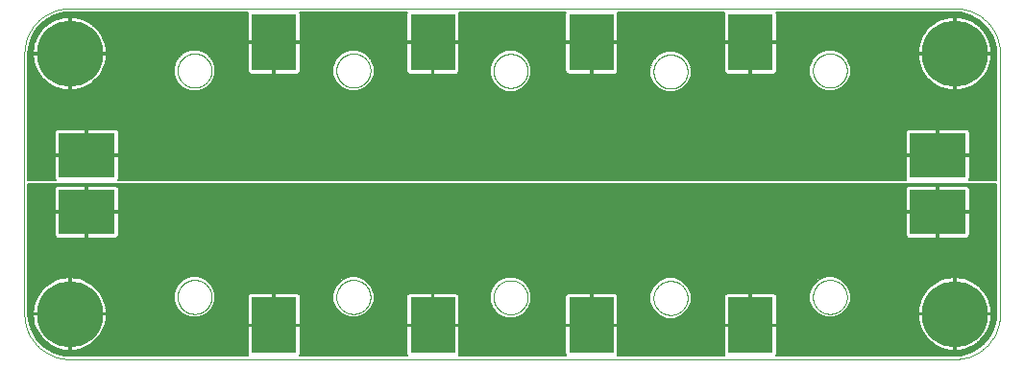
<source format=gbl>
G75*
%MOIN*%
%OFA0B0*%
%FSLAX25Y25*%
%IPPOS*%
%LPD*%
%AMOC8*
5,1,8,0,0,1.08239X$1,22.5*
%
%ADD10C,0.00000*%
%ADD11C,0.23000*%
%ADD12R,0.15748X0.19685*%
%ADD13R,0.19685X0.15748*%
%ADD14C,0.00600*%
D10*
X0024622Y0008874D02*
X0331709Y0008874D01*
X0332090Y0008879D01*
X0332470Y0008892D01*
X0332850Y0008915D01*
X0333229Y0008948D01*
X0333607Y0008989D01*
X0333984Y0009039D01*
X0334360Y0009099D01*
X0334735Y0009167D01*
X0335107Y0009245D01*
X0335478Y0009332D01*
X0335846Y0009427D01*
X0336212Y0009532D01*
X0336575Y0009645D01*
X0336936Y0009767D01*
X0337293Y0009897D01*
X0337647Y0010037D01*
X0337998Y0010184D01*
X0338345Y0010341D01*
X0338688Y0010505D01*
X0339027Y0010678D01*
X0339362Y0010859D01*
X0339693Y0011048D01*
X0340018Y0011245D01*
X0340339Y0011449D01*
X0340655Y0011662D01*
X0340965Y0011882D01*
X0341271Y0012109D01*
X0341570Y0012344D01*
X0341864Y0012586D01*
X0342152Y0012834D01*
X0342434Y0013090D01*
X0342709Y0013353D01*
X0342978Y0013622D01*
X0343241Y0013897D01*
X0343497Y0014179D01*
X0343745Y0014467D01*
X0343987Y0014761D01*
X0344222Y0015060D01*
X0344449Y0015366D01*
X0344669Y0015676D01*
X0344882Y0015992D01*
X0345086Y0016313D01*
X0345283Y0016638D01*
X0345472Y0016969D01*
X0345653Y0017304D01*
X0345826Y0017643D01*
X0345990Y0017986D01*
X0346147Y0018333D01*
X0346294Y0018684D01*
X0346434Y0019038D01*
X0346564Y0019395D01*
X0346686Y0019756D01*
X0346799Y0020119D01*
X0346904Y0020485D01*
X0346999Y0020853D01*
X0347086Y0021224D01*
X0347164Y0021596D01*
X0347232Y0021971D01*
X0347292Y0022347D01*
X0347342Y0022724D01*
X0347383Y0023102D01*
X0347416Y0023481D01*
X0347439Y0023861D01*
X0347452Y0024241D01*
X0347457Y0024622D01*
X0347457Y0115173D01*
X0347452Y0115554D01*
X0347439Y0115934D01*
X0347416Y0116314D01*
X0347383Y0116693D01*
X0347342Y0117071D01*
X0347292Y0117448D01*
X0347232Y0117824D01*
X0347164Y0118199D01*
X0347086Y0118571D01*
X0346999Y0118942D01*
X0346904Y0119310D01*
X0346799Y0119676D01*
X0346686Y0120039D01*
X0346564Y0120400D01*
X0346434Y0120757D01*
X0346294Y0121111D01*
X0346147Y0121462D01*
X0345990Y0121809D01*
X0345826Y0122152D01*
X0345653Y0122491D01*
X0345472Y0122826D01*
X0345283Y0123157D01*
X0345086Y0123482D01*
X0344882Y0123803D01*
X0344669Y0124119D01*
X0344449Y0124429D01*
X0344222Y0124735D01*
X0343987Y0125034D01*
X0343745Y0125328D01*
X0343497Y0125616D01*
X0343241Y0125898D01*
X0342978Y0126173D01*
X0342709Y0126442D01*
X0342434Y0126705D01*
X0342152Y0126961D01*
X0341864Y0127209D01*
X0341570Y0127451D01*
X0341271Y0127686D01*
X0340965Y0127913D01*
X0340655Y0128133D01*
X0340339Y0128346D01*
X0340018Y0128550D01*
X0339693Y0128747D01*
X0339362Y0128936D01*
X0339027Y0129117D01*
X0338688Y0129290D01*
X0338345Y0129454D01*
X0337998Y0129611D01*
X0337647Y0129758D01*
X0337293Y0129898D01*
X0336936Y0130028D01*
X0336575Y0130150D01*
X0336212Y0130263D01*
X0335846Y0130368D01*
X0335478Y0130463D01*
X0335107Y0130550D01*
X0334735Y0130628D01*
X0334360Y0130696D01*
X0333984Y0130756D01*
X0333607Y0130806D01*
X0333229Y0130847D01*
X0332850Y0130880D01*
X0332470Y0130903D01*
X0332090Y0130916D01*
X0331709Y0130921D01*
X0024622Y0130921D01*
X0024241Y0130916D01*
X0023861Y0130903D01*
X0023481Y0130880D01*
X0023102Y0130847D01*
X0022724Y0130806D01*
X0022347Y0130756D01*
X0021971Y0130696D01*
X0021596Y0130628D01*
X0021224Y0130550D01*
X0020853Y0130463D01*
X0020485Y0130368D01*
X0020119Y0130263D01*
X0019756Y0130150D01*
X0019395Y0130028D01*
X0019038Y0129898D01*
X0018684Y0129758D01*
X0018333Y0129611D01*
X0017986Y0129454D01*
X0017643Y0129290D01*
X0017304Y0129117D01*
X0016969Y0128936D01*
X0016638Y0128747D01*
X0016313Y0128550D01*
X0015992Y0128346D01*
X0015676Y0128133D01*
X0015366Y0127913D01*
X0015060Y0127686D01*
X0014761Y0127451D01*
X0014467Y0127209D01*
X0014179Y0126961D01*
X0013897Y0126705D01*
X0013622Y0126442D01*
X0013353Y0126173D01*
X0013090Y0125898D01*
X0012834Y0125616D01*
X0012586Y0125328D01*
X0012344Y0125034D01*
X0012109Y0124735D01*
X0011882Y0124429D01*
X0011662Y0124119D01*
X0011449Y0123803D01*
X0011245Y0123482D01*
X0011048Y0123157D01*
X0010859Y0122826D01*
X0010678Y0122491D01*
X0010505Y0122152D01*
X0010341Y0121809D01*
X0010184Y0121462D01*
X0010037Y0121111D01*
X0009897Y0120757D01*
X0009767Y0120400D01*
X0009645Y0120039D01*
X0009532Y0119676D01*
X0009427Y0119310D01*
X0009332Y0118942D01*
X0009245Y0118571D01*
X0009167Y0118199D01*
X0009099Y0117824D01*
X0009039Y0117448D01*
X0008989Y0117071D01*
X0008948Y0116693D01*
X0008915Y0116314D01*
X0008892Y0115934D01*
X0008879Y0115554D01*
X0008874Y0115173D01*
X0008874Y0024622D01*
X0008879Y0024241D01*
X0008892Y0023861D01*
X0008915Y0023481D01*
X0008948Y0023102D01*
X0008989Y0022724D01*
X0009039Y0022347D01*
X0009099Y0021971D01*
X0009167Y0021596D01*
X0009245Y0021224D01*
X0009332Y0020853D01*
X0009427Y0020485D01*
X0009532Y0020119D01*
X0009645Y0019756D01*
X0009767Y0019395D01*
X0009897Y0019038D01*
X0010037Y0018684D01*
X0010184Y0018333D01*
X0010341Y0017986D01*
X0010505Y0017643D01*
X0010678Y0017304D01*
X0010859Y0016969D01*
X0011048Y0016638D01*
X0011245Y0016313D01*
X0011449Y0015992D01*
X0011662Y0015676D01*
X0011882Y0015366D01*
X0012109Y0015060D01*
X0012344Y0014761D01*
X0012586Y0014467D01*
X0012834Y0014179D01*
X0013090Y0013897D01*
X0013353Y0013622D01*
X0013622Y0013353D01*
X0013897Y0013090D01*
X0014179Y0012834D01*
X0014467Y0012586D01*
X0014761Y0012344D01*
X0015060Y0012109D01*
X0015366Y0011882D01*
X0015676Y0011662D01*
X0015992Y0011449D01*
X0016313Y0011245D01*
X0016638Y0011048D01*
X0016969Y0010859D01*
X0017304Y0010678D01*
X0017643Y0010505D01*
X0017986Y0010341D01*
X0018333Y0010184D01*
X0018684Y0010037D01*
X0019038Y0009897D01*
X0019395Y0009767D01*
X0019756Y0009645D01*
X0020119Y0009532D01*
X0020485Y0009427D01*
X0020853Y0009332D01*
X0021224Y0009245D01*
X0021596Y0009167D01*
X0021971Y0009099D01*
X0022347Y0009039D01*
X0022724Y0008989D01*
X0023102Y0008948D01*
X0023481Y0008915D01*
X0023861Y0008892D01*
X0024241Y0008879D01*
X0024622Y0008874D01*
X0062023Y0030528D02*
X0062025Y0030681D01*
X0062031Y0030835D01*
X0062041Y0030988D01*
X0062055Y0031140D01*
X0062073Y0031293D01*
X0062095Y0031444D01*
X0062120Y0031595D01*
X0062150Y0031746D01*
X0062184Y0031896D01*
X0062221Y0032044D01*
X0062262Y0032192D01*
X0062307Y0032338D01*
X0062356Y0032484D01*
X0062409Y0032628D01*
X0062465Y0032770D01*
X0062525Y0032911D01*
X0062589Y0033051D01*
X0062656Y0033189D01*
X0062727Y0033325D01*
X0062802Y0033459D01*
X0062879Y0033591D01*
X0062961Y0033721D01*
X0063045Y0033849D01*
X0063133Y0033975D01*
X0063224Y0034098D01*
X0063318Y0034219D01*
X0063416Y0034337D01*
X0063516Y0034453D01*
X0063620Y0034566D01*
X0063726Y0034677D01*
X0063835Y0034785D01*
X0063947Y0034890D01*
X0064061Y0034991D01*
X0064179Y0035090D01*
X0064298Y0035186D01*
X0064420Y0035279D01*
X0064545Y0035368D01*
X0064672Y0035455D01*
X0064801Y0035537D01*
X0064932Y0035617D01*
X0065065Y0035693D01*
X0065200Y0035766D01*
X0065337Y0035835D01*
X0065476Y0035900D01*
X0065616Y0035962D01*
X0065758Y0036020D01*
X0065901Y0036075D01*
X0066046Y0036126D01*
X0066192Y0036173D01*
X0066339Y0036216D01*
X0066487Y0036255D01*
X0066636Y0036291D01*
X0066786Y0036322D01*
X0066937Y0036350D01*
X0067088Y0036374D01*
X0067241Y0036394D01*
X0067393Y0036410D01*
X0067546Y0036422D01*
X0067699Y0036430D01*
X0067852Y0036434D01*
X0068006Y0036434D01*
X0068159Y0036430D01*
X0068312Y0036422D01*
X0068465Y0036410D01*
X0068617Y0036394D01*
X0068770Y0036374D01*
X0068921Y0036350D01*
X0069072Y0036322D01*
X0069222Y0036291D01*
X0069371Y0036255D01*
X0069519Y0036216D01*
X0069666Y0036173D01*
X0069812Y0036126D01*
X0069957Y0036075D01*
X0070100Y0036020D01*
X0070242Y0035962D01*
X0070382Y0035900D01*
X0070521Y0035835D01*
X0070658Y0035766D01*
X0070793Y0035693D01*
X0070926Y0035617D01*
X0071057Y0035537D01*
X0071186Y0035455D01*
X0071313Y0035368D01*
X0071438Y0035279D01*
X0071560Y0035186D01*
X0071679Y0035090D01*
X0071797Y0034991D01*
X0071911Y0034890D01*
X0072023Y0034785D01*
X0072132Y0034677D01*
X0072238Y0034566D01*
X0072342Y0034453D01*
X0072442Y0034337D01*
X0072540Y0034219D01*
X0072634Y0034098D01*
X0072725Y0033975D01*
X0072813Y0033849D01*
X0072897Y0033721D01*
X0072979Y0033591D01*
X0073056Y0033459D01*
X0073131Y0033325D01*
X0073202Y0033189D01*
X0073269Y0033051D01*
X0073333Y0032911D01*
X0073393Y0032770D01*
X0073449Y0032628D01*
X0073502Y0032484D01*
X0073551Y0032338D01*
X0073596Y0032192D01*
X0073637Y0032044D01*
X0073674Y0031896D01*
X0073708Y0031746D01*
X0073738Y0031595D01*
X0073763Y0031444D01*
X0073785Y0031293D01*
X0073803Y0031140D01*
X0073817Y0030988D01*
X0073827Y0030835D01*
X0073833Y0030681D01*
X0073835Y0030528D01*
X0073833Y0030375D01*
X0073827Y0030221D01*
X0073817Y0030068D01*
X0073803Y0029916D01*
X0073785Y0029763D01*
X0073763Y0029612D01*
X0073738Y0029461D01*
X0073708Y0029310D01*
X0073674Y0029160D01*
X0073637Y0029012D01*
X0073596Y0028864D01*
X0073551Y0028718D01*
X0073502Y0028572D01*
X0073449Y0028428D01*
X0073393Y0028286D01*
X0073333Y0028145D01*
X0073269Y0028005D01*
X0073202Y0027867D01*
X0073131Y0027731D01*
X0073056Y0027597D01*
X0072979Y0027465D01*
X0072897Y0027335D01*
X0072813Y0027207D01*
X0072725Y0027081D01*
X0072634Y0026958D01*
X0072540Y0026837D01*
X0072442Y0026719D01*
X0072342Y0026603D01*
X0072238Y0026490D01*
X0072132Y0026379D01*
X0072023Y0026271D01*
X0071911Y0026166D01*
X0071797Y0026065D01*
X0071679Y0025966D01*
X0071560Y0025870D01*
X0071438Y0025777D01*
X0071313Y0025688D01*
X0071186Y0025601D01*
X0071057Y0025519D01*
X0070926Y0025439D01*
X0070793Y0025363D01*
X0070658Y0025290D01*
X0070521Y0025221D01*
X0070382Y0025156D01*
X0070242Y0025094D01*
X0070100Y0025036D01*
X0069957Y0024981D01*
X0069812Y0024930D01*
X0069666Y0024883D01*
X0069519Y0024840D01*
X0069371Y0024801D01*
X0069222Y0024765D01*
X0069072Y0024734D01*
X0068921Y0024706D01*
X0068770Y0024682D01*
X0068617Y0024662D01*
X0068465Y0024646D01*
X0068312Y0024634D01*
X0068159Y0024626D01*
X0068006Y0024622D01*
X0067852Y0024622D01*
X0067699Y0024626D01*
X0067546Y0024634D01*
X0067393Y0024646D01*
X0067241Y0024662D01*
X0067088Y0024682D01*
X0066937Y0024706D01*
X0066786Y0024734D01*
X0066636Y0024765D01*
X0066487Y0024801D01*
X0066339Y0024840D01*
X0066192Y0024883D01*
X0066046Y0024930D01*
X0065901Y0024981D01*
X0065758Y0025036D01*
X0065616Y0025094D01*
X0065476Y0025156D01*
X0065337Y0025221D01*
X0065200Y0025290D01*
X0065065Y0025363D01*
X0064932Y0025439D01*
X0064801Y0025519D01*
X0064672Y0025601D01*
X0064545Y0025688D01*
X0064420Y0025777D01*
X0064298Y0025870D01*
X0064179Y0025966D01*
X0064061Y0026065D01*
X0063947Y0026166D01*
X0063835Y0026271D01*
X0063726Y0026379D01*
X0063620Y0026490D01*
X0063516Y0026603D01*
X0063416Y0026719D01*
X0063318Y0026837D01*
X0063224Y0026958D01*
X0063133Y0027081D01*
X0063045Y0027207D01*
X0062961Y0027335D01*
X0062879Y0027465D01*
X0062802Y0027597D01*
X0062727Y0027731D01*
X0062656Y0027867D01*
X0062589Y0028005D01*
X0062525Y0028145D01*
X0062465Y0028286D01*
X0062409Y0028428D01*
X0062356Y0028572D01*
X0062307Y0028718D01*
X0062262Y0028864D01*
X0062221Y0029012D01*
X0062184Y0029160D01*
X0062150Y0029310D01*
X0062120Y0029461D01*
X0062095Y0029612D01*
X0062073Y0029763D01*
X0062055Y0029916D01*
X0062041Y0030068D01*
X0062031Y0030221D01*
X0062025Y0030375D01*
X0062023Y0030528D01*
X0117141Y0030528D02*
X0117143Y0030681D01*
X0117149Y0030835D01*
X0117159Y0030988D01*
X0117173Y0031140D01*
X0117191Y0031293D01*
X0117213Y0031444D01*
X0117238Y0031595D01*
X0117268Y0031746D01*
X0117302Y0031896D01*
X0117339Y0032044D01*
X0117380Y0032192D01*
X0117425Y0032338D01*
X0117474Y0032484D01*
X0117527Y0032628D01*
X0117583Y0032770D01*
X0117643Y0032911D01*
X0117707Y0033051D01*
X0117774Y0033189D01*
X0117845Y0033325D01*
X0117920Y0033459D01*
X0117997Y0033591D01*
X0118079Y0033721D01*
X0118163Y0033849D01*
X0118251Y0033975D01*
X0118342Y0034098D01*
X0118436Y0034219D01*
X0118534Y0034337D01*
X0118634Y0034453D01*
X0118738Y0034566D01*
X0118844Y0034677D01*
X0118953Y0034785D01*
X0119065Y0034890D01*
X0119179Y0034991D01*
X0119297Y0035090D01*
X0119416Y0035186D01*
X0119538Y0035279D01*
X0119663Y0035368D01*
X0119790Y0035455D01*
X0119919Y0035537D01*
X0120050Y0035617D01*
X0120183Y0035693D01*
X0120318Y0035766D01*
X0120455Y0035835D01*
X0120594Y0035900D01*
X0120734Y0035962D01*
X0120876Y0036020D01*
X0121019Y0036075D01*
X0121164Y0036126D01*
X0121310Y0036173D01*
X0121457Y0036216D01*
X0121605Y0036255D01*
X0121754Y0036291D01*
X0121904Y0036322D01*
X0122055Y0036350D01*
X0122206Y0036374D01*
X0122359Y0036394D01*
X0122511Y0036410D01*
X0122664Y0036422D01*
X0122817Y0036430D01*
X0122970Y0036434D01*
X0123124Y0036434D01*
X0123277Y0036430D01*
X0123430Y0036422D01*
X0123583Y0036410D01*
X0123735Y0036394D01*
X0123888Y0036374D01*
X0124039Y0036350D01*
X0124190Y0036322D01*
X0124340Y0036291D01*
X0124489Y0036255D01*
X0124637Y0036216D01*
X0124784Y0036173D01*
X0124930Y0036126D01*
X0125075Y0036075D01*
X0125218Y0036020D01*
X0125360Y0035962D01*
X0125500Y0035900D01*
X0125639Y0035835D01*
X0125776Y0035766D01*
X0125911Y0035693D01*
X0126044Y0035617D01*
X0126175Y0035537D01*
X0126304Y0035455D01*
X0126431Y0035368D01*
X0126556Y0035279D01*
X0126678Y0035186D01*
X0126797Y0035090D01*
X0126915Y0034991D01*
X0127029Y0034890D01*
X0127141Y0034785D01*
X0127250Y0034677D01*
X0127356Y0034566D01*
X0127460Y0034453D01*
X0127560Y0034337D01*
X0127658Y0034219D01*
X0127752Y0034098D01*
X0127843Y0033975D01*
X0127931Y0033849D01*
X0128015Y0033721D01*
X0128097Y0033591D01*
X0128174Y0033459D01*
X0128249Y0033325D01*
X0128320Y0033189D01*
X0128387Y0033051D01*
X0128451Y0032911D01*
X0128511Y0032770D01*
X0128567Y0032628D01*
X0128620Y0032484D01*
X0128669Y0032338D01*
X0128714Y0032192D01*
X0128755Y0032044D01*
X0128792Y0031896D01*
X0128826Y0031746D01*
X0128856Y0031595D01*
X0128881Y0031444D01*
X0128903Y0031293D01*
X0128921Y0031140D01*
X0128935Y0030988D01*
X0128945Y0030835D01*
X0128951Y0030681D01*
X0128953Y0030528D01*
X0128951Y0030375D01*
X0128945Y0030221D01*
X0128935Y0030068D01*
X0128921Y0029916D01*
X0128903Y0029763D01*
X0128881Y0029612D01*
X0128856Y0029461D01*
X0128826Y0029310D01*
X0128792Y0029160D01*
X0128755Y0029012D01*
X0128714Y0028864D01*
X0128669Y0028718D01*
X0128620Y0028572D01*
X0128567Y0028428D01*
X0128511Y0028286D01*
X0128451Y0028145D01*
X0128387Y0028005D01*
X0128320Y0027867D01*
X0128249Y0027731D01*
X0128174Y0027597D01*
X0128097Y0027465D01*
X0128015Y0027335D01*
X0127931Y0027207D01*
X0127843Y0027081D01*
X0127752Y0026958D01*
X0127658Y0026837D01*
X0127560Y0026719D01*
X0127460Y0026603D01*
X0127356Y0026490D01*
X0127250Y0026379D01*
X0127141Y0026271D01*
X0127029Y0026166D01*
X0126915Y0026065D01*
X0126797Y0025966D01*
X0126678Y0025870D01*
X0126556Y0025777D01*
X0126431Y0025688D01*
X0126304Y0025601D01*
X0126175Y0025519D01*
X0126044Y0025439D01*
X0125911Y0025363D01*
X0125776Y0025290D01*
X0125639Y0025221D01*
X0125500Y0025156D01*
X0125360Y0025094D01*
X0125218Y0025036D01*
X0125075Y0024981D01*
X0124930Y0024930D01*
X0124784Y0024883D01*
X0124637Y0024840D01*
X0124489Y0024801D01*
X0124340Y0024765D01*
X0124190Y0024734D01*
X0124039Y0024706D01*
X0123888Y0024682D01*
X0123735Y0024662D01*
X0123583Y0024646D01*
X0123430Y0024634D01*
X0123277Y0024626D01*
X0123124Y0024622D01*
X0122970Y0024622D01*
X0122817Y0024626D01*
X0122664Y0024634D01*
X0122511Y0024646D01*
X0122359Y0024662D01*
X0122206Y0024682D01*
X0122055Y0024706D01*
X0121904Y0024734D01*
X0121754Y0024765D01*
X0121605Y0024801D01*
X0121457Y0024840D01*
X0121310Y0024883D01*
X0121164Y0024930D01*
X0121019Y0024981D01*
X0120876Y0025036D01*
X0120734Y0025094D01*
X0120594Y0025156D01*
X0120455Y0025221D01*
X0120318Y0025290D01*
X0120183Y0025363D01*
X0120050Y0025439D01*
X0119919Y0025519D01*
X0119790Y0025601D01*
X0119663Y0025688D01*
X0119538Y0025777D01*
X0119416Y0025870D01*
X0119297Y0025966D01*
X0119179Y0026065D01*
X0119065Y0026166D01*
X0118953Y0026271D01*
X0118844Y0026379D01*
X0118738Y0026490D01*
X0118634Y0026603D01*
X0118534Y0026719D01*
X0118436Y0026837D01*
X0118342Y0026958D01*
X0118251Y0027081D01*
X0118163Y0027207D01*
X0118079Y0027335D01*
X0117997Y0027465D01*
X0117920Y0027597D01*
X0117845Y0027731D01*
X0117774Y0027867D01*
X0117707Y0028005D01*
X0117643Y0028145D01*
X0117583Y0028286D01*
X0117527Y0028428D01*
X0117474Y0028572D01*
X0117425Y0028718D01*
X0117380Y0028864D01*
X0117339Y0029012D01*
X0117302Y0029160D01*
X0117268Y0029310D01*
X0117238Y0029461D01*
X0117213Y0029612D01*
X0117191Y0029763D01*
X0117173Y0029916D01*
X0117159Y0030068D01*
X0117149Y0030221D01*
X0117143Y0030375D01*
X0117141Y0030528D01*
X0171669Y0030409D02*
X0171671Y0030562D01*
X0171677Y0030716D01*
X0171687Y0030869D01*
X0171701Y0031021D01*
X0171719Y0031174D01*
X0171741Y0031325D01*
X0171766Y0031476D01*
X0171796Y0031627D01*
X0171830Y0031777D01*
X0171867Y0031925D01*
X0171908Y0032073D01*
X0171953Y0032219D01*
X0172002Y0032365D01*
X0172055Y0032509D01*
X0172111Y0032651D01*
X0172171Y0032792D01*
X0172235Y0032932D01*
X0172302Y0033070D01*
X0172373Y0033206D01*
X0172448Y0033340D01*
X0172525Y0033472D01*
X0172607Y0033602D01*
X0172691Y0033730D01*
X0172779Y0033856D01*
X0172870Y0033979D01*
X0172964Y0034100D01*
X0173062Y0034218D01*
X0173162Y0034334D01*
X0173266Y0034447D01*
X0173372Y0034558D01*
X0173481Y0034666D01*
X0173593Y0034771D01*
X0173707Y0034872D01*
X0173825Y0034971D01*
X0173944Y0035067D01*
X0174066Y0035160D01*
X0174191Y0035249D01*
X0174318Y0035336D01*
X0174447Y0035418D01*
X0174578Y0035498D01*
X0174711Y0035574D01*
X0174846Y0035647D01*
X0174983Y0035716D01*
X0175122Y0035781D01*
X0175262Y0035843D01*
X0175404Y0035901D01*
X0175547Y0035956D01*
X0175692Y0036007D01*
X0175838Y0036054D01*
X0175985Y0036097D01*
X0176133Y0036136D01*
X0176282Y0036172D01*
X0176432Y0036203D01*
X0176583Y0036231D01*
X0176734Y0036255D01*
X0176887Y0036275D01*
X0177039Y0036291D01*
X0177192Y0036303D01*
X0177345Y0036311D01*
X0177498Y0036315D01*
X0177652Y0036315D01*
X0177805Y0036311D01*
X0177958Y0036303D01*
X0178111Y0036291D01*
X0178263Y0036275D01*
X0178416Y0036255D01*
X0178567Y0036231D01*
X0178718Y0036203D01*
X0178868Y0036172D01*
X0179017Y0036136D01*
X0179165Y0036097D01*
X0179312Y0036054D01*
X0179458Y0036007D01*
X0179603Y0035956D01*
X0179746Y0035901D01*
X0179888Y0035843D01*
X0180028Y0035781D01*
X0180167Y0035716D01*
X0180304Y0035647D01*
X0180439Y0035574D01*
X0180572Y0035498D01*
X0180703Y0035418D01*
X0180832Y0035336D01*
X0180959Y0035249D01*
X0181084Y0035160D01*
X0181206Y0035067D01*
X0181325Y0034971D01*
X0181443Y0034872D01*
X0181557Y0034771D01*
X0181669Y0034666D01*
X0181778Y0034558D01*
X0181884Y0034447D01*
X0181988Y0034334D01*
X0182088Y0034218D01*
X0182186Y0034100D01*
X0182280Y0033979D01*
X0182371Y0033856D01*
X0182459Y0033730D01*
X0182543Y0033602D01*
X0182625Y0033472D01*
X0182702Y0033340D01*
X0182777Y0033206D01*
X0182848Y0033070D01*
X0182915Y0032932D01*
X0182979Y0032792D01*
X0183039Y0032651D01*
X0183095Y0032509D01*
X0183148Y0032365D01*
X0183197Y0032219D01*
X0183242Y0032073D01*
X0183283Y0031925D01*
X0183320Y0031777D01*
X0183354Y0031627D01*
X0183384Y0031476D01*
X0183409Y0031325D01*
X0183431Y0031174D01*
X0183449Y0031021D01*
X0183463Y0030869D01*
X0183473Y0030716D01*
X0183479Y0030562D01*
X0183481Y0030409D01*
X0183479Y0030256D01*
X0183473Y0030102D01*
X0183463Y0029949D01*
X0183449Y0029797D01*
X0183431Y0029644D01*
X0183409Y0029493D01*
X0183384Y0029342D01*
X0183354Y0029191D01*
X0183320Y0029041D01*
X0183283Y0028893D01*
X0183242Y0028745D01*
X0183197Y0028599D01*
X0183148Y0028453D01*
X0183095Y0028309D01*
X0183039Y0028167D01*
X0182979Y0028026D01*
X0182915Y0027886D01*
X0182848Y0027748D01*
X0182777Y0027612D01*
X0182702Y0027478D01*
X0182625Y0027346D01*
X0182543Y0027216D01*
X0182459Y0027088D01*
X0182371Y0026962D01*
X0182280Y0026839D01*
X0182186Y0026718D01*
X0182088Y0026600D01*
X0181988Y0026484D01*
X0181884Y0026371D01*
X0181778Y0026260D01*
X0181669Y0026152D01*
X0181557Y0026047D01*
X0181443Y0025946D01*
X0181325Y0025847D01*
X0181206Y0025751D01*
X0181084Y0025658D01*
X0180959Y0025569D01*
X0180832Y0025482D01*
X0180703Y0025400D01*
X0180572Y0025320D01*
X0180439Y0025244D01*
X0180304Y0025171D01*
X0180167Y0025102D01*
X0180028Y0025037D01*
X0179888Y0024975D01*
X0179746Y0024917D01*
X0179603Y0024862D01*
X0179458Y0024811D01*
X0179312Y0024764D01*
X0179165Y0024721D01*
X0179017Y0024682D01*
X0178868Y0024646D01*
X0178718Y0024615D01*
X0178567Y0024587D01*
X0178416Y0024563D01*
X0178263Y0024543D01*
X0178111Y0024527D01*
X0177958Y0024515D01*
X0177805Y0024507D01*
X0177652Y0024503D01*
X0177498Y0024503D01*
X0177345Y0024507D01*
X0177192Y0024515D01*
X0177039Y0024527D01*
X0176887Y0024543D01*
X0176734Y0024563D01*
X0176583Y0024587D01*
X0176432Y0024615D01*
X0176282Y0024646D01*
X0176133Y0024682D01*
X0175985Y0024721D01*
X0175838Y0024764D01*
X0175692Y0024811D01*
X0175547Y0024862D01*
X0175404Y0024917D01*
X0175262Y0024975D01*
X0175122Y0025037D01*
X0174983Y0025102D01*
X0174846Y0025171D01*
X0174711Y0025244D01*
X0174578Y0025320D01*
X0174447Y0025400D01*
X0174318Y0025482D01*
X0174191Y0025569D01*
X0174066Y0025658D01*
X0173944Y0025751D01*
X0173825Y0025847D01*
X0173707Y0025946D01*
X0173593Y0026047D01*
X0173481Y0026152D01*
X0173372Y0026260D01*
X0173266Y0026371D01*
X0173162Y0026484D01*
X0173062Y0026600D01*
X0172964Y0026718D01*
X0172870Y0026839D01*
X0172779Y0026962D01*
X0172691Y0027088D01*
X0172607Y0027216D01*
X0172525Y0027346D01*
X0172448Y0027478D01*
X0172373Y0027612D01*
X0172302Y0027748D01*
X0172235Y0027886D01*
X0172171Y0028026D01*
X0172111Y0028167D01*
X0172055Y0028309D01*
X0172002Y0028453D01*
X0171953Y0028599D01*
X0171908Y0028745D01*
X0171867Y0028893D01*
X0171830Y0029041D01*
X0171796Y0029191D01*
X0171766Y0029342D01*
X0171741Y0029493D01*
X0171719Y0029644D01*
X0171701Y0029797D01*
X0171687Y0029949D01*
X0171677Y0030102D01*
X0171671Y0030256D01*
X0171669Y0030409D01*
X0227181Y0030173D02*
X0227183Y0030326D01*
X0227189Y0030480D01*
X0227199Y0030633D01*
X0227213Y0030785D01*
X0227231Y0030938D01*
X0227253Y0031089D01*
X0227278Y0031240D01*
X0227308Y0031391D01*
X0227342Y0031541D01*
X0227379Y0031689D01*
X0227420Y0031837D01*
X0227465Y0031983D01*
X0227514Y0032129D01*
X0227567Y0032273D01*
X0227623Y0032415D01*
X0227683Y0032556D01*
X0227747Y0032696D01*
X0227814Y0032834D01*
X0227885Y0032970D01*
X0227960Y0033104D01*
X0228037Y0033236D01*
X0228119Y0033366D01*
X0228203Y0033494D01*
X0228291Y0033620D01*
X0228382Y0033743D01*
X0228476Y0033864D01*
X0228574Y0033982D01*
X0228674Y0034098D01*
X0228778Y0034211D01*
X0228884Y0034322D01*
X0228993Y0034430D01*
X0229105Y0034535D01*
X0229219Y0034636D01*
X0229337Y0034735D01*
X0229456Y0034831D01*
X0229578Y0034924D01*
X0229703Y0035013D01*
X0229830Y0035100D01*
X0229959Y0035182D01*
X0230090Y0035262D01*
X0230223Y0035338D01*
X0230358Y0035411D01*
X0230495Y0035480D01*
X0230634Y0035545D01*
X0230774Y0035607D01*
X0230916Y0035665D01*
X0231059Y0035720D01*
X0231204Y0035771D01*
X0231350Y0035818D01*
X0231497Y0035861D01*
X0231645Y0035900D01*
X0231794Y0035936D01*
X0231944Y0035967D01*
X0232095Y0035995D01*
X0232246Y0036019D01*
X0232399Y0036039D01*
X0232551Y0036055D01*
X0232704Y0036067D01*
X0232857Y0036075D01*
X0233010Y0036079D01*
X0233164Y0036079D01*
X0233317Y0036075D01*
X0233470Y0036067D01*
X0233623Y0036055D01*
X0233775Y0036039D01*
X0233928Y0036019D01*
X0234079Y0035995D01*
X0234230Y0035967D01*
X0234380Y0035936D01*
X0234529Y0035900D01*
X0234677Y0035861D01*
X0234824Y0035818D01*
X0234970Y0035771D01*
X0235115Y0035720D01*
X0235258Y0035665D01*
X0235400Y0035607D01*
X0235540Y0035545D01*
X0235679Y0035480D01*
X0235816Y0035411D01*
X0235951Y0035338D01*
X0236084Y0035262D01*
X0236215Y0035182D01*
X0236344Y0035100D01*
X0236471Y0035013D01*
X0236596Y0034924D01*
X0236718Y0034831D01*
X0236837Y0034735D01*
X0236955Y0034636D01*
X0237069Y0034535D01*
X0237181Y0034430D01*
X0237290Y0034322D01*
X0237396Y0034211D01*
X0237500Y0034098D01*
X0237600Y0033982D01*
X0237698Y0033864D01*
X0237792Y0033743D01*
X0237883Y0033620D01*
X0237971Y0033494D01*
X0238055Y0033366D01*
X0238137Y0033236D01*
X0238214Y0033104D01*
X0238289Y0032970D01*
X0238360Y0032834D01*
X0238427Y0032696D01*
X0238491Y0032556D01*
X0238551Y0032415D01*
X0238607Y0032273D01*
X0238660Y0032129D01*
X0238709Y0031983D01*
X0238754Y0031837D01*
X0238795Y0031689D01*
X0238832Y0031541D01*
X0238866Y0031391D01*
X0238896Y0031240D01*
X0238921Y0031089D01*
X0238943Y0030938D01*
X0238961Y0030785D01*
X0238975Y0030633D01*
X0238985Y0030480D01*
X0238991Y0030326D01*
X0238993Y0030173D01*
X0238991Y0030020D01*
X0238985Y0029866D01*
X0238975Y0029713D01*
X0238961Y0029561D01*
X0238943Y0029408D01*
X0238921Y0029257D01*
X0238896Y0029106D01*
X0238866Y0028955D01*
X0238832Y0028805D01*
X0238795Y0028657D01*
X0238754Y0028509D01*
X0238709Y0028363D01*
X0238660Y0028217D01*
X0238607Y0028073D01*
X0238551Y0027931D01*
X0238491Y0027790D01*
X0238427Y0027650D01*
X0238360Y0027512D01*
X0238289Y0027376D01*
X0238214Y0027242D01*
X0238137Y0027110D01*
X0238055Y0026980D01*
X0237971Y0026852D01*
X0237883Y0026726D01*
X0237792Y0026603D01*
X0237698Y0026482D01*
X0237600Y0026364D01*
X0237500Y0026248D01*
X0237396Y0026135D01*
X0237290Y0026024D01*
X0237181Y0025916D01*
X0237069Y0025811D01*
X0236955Y0025710D01*
X0236837Y0025611D01*
X0236718Y0025515D01*
X0236596Y0025422D01*
X0236471Y0025333D01*
X0236344Y0025246D01*
X0236215Y0025164D01*
X0236084Y0025084D01*
X0235951Y0025008D01*
X0235816Y0024935D01*
X0235679Y0024866D01*
X0235540Y0024801D01*
X0235400Y0024739D01*
X0235258Y0024681D01*
X0235115Y0024626D01*
X0234970Y0024575D01*
X0234824Y0024528D01*
X0234677Y0024485D01*
X0234529Y0024446D01*
X0234380Y0024410D01*
X0234230Y0024379D01*
X0234079Y0024351D01*
X0233928Y0024327D01*
X0233775Y0024307D01*
X0233623Y0024291D01*
X0233470Y0024279D01*
X0233317Y0024271D01*
X0233164Y0024267D01*
X0233010Y0024267D01*
X0232857Y0024271D01*
X0232704Y0024279D01*
X0232551Y0024291D01*
X0232399Y0024307D01*
X0232246Y0024327D01*
X0232095Y0024351D01*
X0231944Y0024379D01*
X0231794Y0024410D01*
X0231645Y0024446D01*
X0231497Y0024485D01*
X0231350Y0024528D01*
X0231204Y0024575D01*
X0231059Y0024626D01*
X0230916Y0024681D01*
X0230774Y0024739D01*
X0230634Y0024801D01*
X0230495Y0024866D01*
X0230358Y0024935D01*
X0230223Y0025008D01*
X0230090Y0025084D01*
X0229959Y0025164D01*
X0229830Y0025246D01*
X0229703Y0025333D01*
X0229578Y0025422D01*
X0229456Y0025515D01*
X0229337Y0025611D01*
X0229219Y0025710D01*
X0229105Y0025811D01*
X0228993Y0025916D01*
X0228884Y0026024D01*
X0228778Y0026135D01*
X0228674Y0026248D01*
X0228574Y0026364D01*
X0228476Y0026482D01*
X0228382Y0026603D01*
X0228291Y0026726D01*
X0228203Y0026852D01*
X0228119Y0026980D01*
X0228037Y0027110D01*
X0227960Y0027242D01*
X0227885Y0027376D01*
X0227814Y0027512D01*
X0227747Y0027650D01*
X0227683Y0027790D01*
X0227623Y0027931D01*
X0227567Y0028073D01*
X0227514Y0028217D01*
X0227465Y0028363D01*
X0227420Y0028509D01*
X0227379Y0028657D01*
X0227342Y0028805D01*
X0227308Y0028955D01*
X0227278Y0029106D01*
X0227253Y0029257D01*
X0227231Y0029408D01*
X0227213Y0029561D01*
X0227199Y0029713D01*
X0227189Y0029866D01*
X0227183Y0030020D01*
X0227181Y0030173D01*
X0282496Y0030528D02*
X0282498Y0030681D01*
X0282504Y0030835D01*
X0282514Y0030988D01*
X0282528Y0031140D01*
X0282546Y0031293D01*
X0282568Y0031444D01*
X0282593Y0031595D01*
X0282623Y0031746D01*
X0282657Y0031896D01*
X0282694Y0032044D01*
X0282735Y0032192D01*
X0282780Y0032338D01*
X0282829Y0032484D01*
X0282882Y0032628D01*
X0282938Y0032770D01*
X0282998Y0032911D01*
X0283062Y0033051D01*
X0283129Y0033189D01*
X0283200Y0033325D01*
X0283275Y0033459D01*
X0283352Y0033591D01*
X0283434Y0033721D01*
X0283518Y0033849D01*
X0283606Y0033975D01*
X0283697Y0034098D01*
X0283791Y0034219D01*
X0283889Y0034337D01*
X0283989Y0034453D01*
X0284093Y0034566D01*
X0284199Y0034677D01*
X0284308Y0034785D01*
X0284420Y0034890D01*
X0284534Y0034991D01*
X0284652Y0035090D01*
X0284771Y0035186D01*
X0284893Y0035279D01*
X0285018Y0035368D01*
X0285145Y0035455D01*
X0285274Y0035537D01*
X0285405Y0035617D01*
X0285538Y0035693D01*
X0285673Y0035766D01*
X0285810Y0035835D01*
X0285949Y0035900D01*
X0286089Y0035962D01*
X0286231Y0036020D01*
X0286374Y0036075D01*
X0286519Y0036126D01*
X0286665Y0036173D01*
X0286812Y0036216D01*
X0286960Y0036255D01*
X0287109Y0036291D01*
X0287259Y0036322D01*
X0287410Y0036350D01*
X0287561Y0036374D01*
X0287714Y0036394D01*
X0287866Y0036410D01*
X0288019Y0036422D01*
X0288172Y0036430D01*
X0288325Y0036434D01*
X0288479Y0036434D01*
X0288632Y0036430D01*
X0288785Y0036422D01*
X0288938Y0036410D01*
X0289090Y0036394D01*
X0289243Y0036374D01*
X0289394Y0036350D01*
X0289545Y0036322D01*
X0289695Y0036291D01*
X0289844Y0036255D01*
X0289992Y0036216D01*
X0290139Y0036173D01*
X0290285Y0036126D01*
X0290430Y0036075D01*
X0290573Y0036020D01*
X0290715Y0035962D01*
X0290855Y0035900D01*
X0290994Y0035835D01*
X0291131Y0035766D01*
X0291266Y0035693D01*
X0291399Y0035617D01*
X0291530Y0035537D01*
X0291659Y0035455D01*
X0291786Y0035368D01*
X0291911Y0035279D01*
X0292033Y0035186D01*
X0292152Y0035090D01*
X0292270Y0034991D01*
X0292384Y0034890D01*
X0292496Y0034785D01*
X0292605Y0034677D01*
X0292711Y0034566D01*
X0292815Y0034453D01*
X0292915Y0034337D01*
X0293013Y0034219D01*
X0293107Y0034098D01*
X0293198Y0033975D01*
X0293286Y0033849D01*
X0293370Y0033721D01*
X0293452Y0033591D01*
X0293529Y0033459D01*
X0293604Y0033325D01*
X0293675Y0033189D01*
X0293742Y0033051D01*
X0293806Y0032911D01*
X0293866Y0032770D01*
X0293922Y0032628D01*
X0293975Y0032484D01*
X0294024Y0032338D01*
X0294069Y0032192D01*
X0294110Y0032044D01*
X0294147Y0031896D01*
X0294181Y0031746D01*
X0294211Y0031595D01*
X0294236Y0031444D01*
X0294258Y0031293D01*
X0294276Y0031140D01*
X0294290Y0030988D01*
X0294300Y0030835D01*
X0294306Y0030681D01*
X0294308Y0030528D01*
X0294306Y0030375D01*
X0294300Y0030221D01*
X0294290Y0030068D01*
X0294276Y0029916D01*
X0294258Y0029763D01*
X0294236Y0029612D01*
X0294211Y0029461D01*
X0294181Y0029310D01*
X0294147Y0029160D01*
X0294110Y0029012D01*
X0294069Y0028864D01*
X0294024Y0028718D01*
X0293975Y0028572D01*
X0293922Y0028428D01*
X0293866Y0028286D01*
X0293806Y0028145D01*
X0293742Y0028005D01*
X0293675Y0027867D01*
X0293604Y0027731D01*
X0293529Y0027597D01*
X0293452Y0027465D01*
X0293370Y0027335D01*
X0293286Y0027207D01*
X0293198Y0027081D01*
X0293107Y0026958D01*
X0293013Y0026837D01*
X0292915Y0026719D01*
X0292815Y0026603D01*
X0292711Y0026490D01*
X0292605Y0026379D01*
X0292496Y0026271D01*
X0292384Y0026166D01*
X0292270Y0026065D01*
X0292152Y0025966D01*
X0292033Y0025870D01*
X0291911Y0025777D01*
X0291786Y0025688D01*
X0291659Y0025601D01*
X0291530Y0025519D01*
X0291399Y0025439D01*
X0291266Y0025363D01*
X0291131Y0025290D01*
X0290994Y0025221D01*
X0290855Y0025156D01*
X0290715Y0025094D01*
X0290573Y0025036D01*
X0290430Y0024981D01*
X0290285Y0024930D01*
X0290139Y0024883D01*
X0289992Y0024840D01*
X0289844Y0024801D01*
X0289695Y0024765D01*
X0289545Y0024734D01*
X0289394Y0024706D01*
X0289243Y0024682D01*
X0289090Y0024662D01*
X0288938Y0024646D01*
X0288785Y0024634D01*
X0288632Y0024626D01*
X0288479Y0024622D01*
X0288325Y0024622D01*
X0288172Y0024626D01*
X0288019Y0024634D01*
X0287866Y0024646D01*
X0287714Y0024662D01*
X0287561Y0024682D01*
X0287410Y0024706D01*
X0287259Y0024734D01*
X0287109Y0024765D01*
X0286960Y0024801D01*
X0286812Y0024840D01*
X0286665Y0024883D01*
X0286519Y0024930D01*
X0286374Y0024981D01*
X0286231Y0025036D01*
X0286089Y0025094D01*
X0285949Y0025156D01*
X0285810Y0025221D01*
X0285673Y0025290D01*
X0285538Y0025363D01*
X0285405Y0025439D01*
X0285274Y0025519D01*
X0285145Y0025601D01*
X0285018Y0025688D01*
X0284893Y0025777D01*
X0284771Y0025870D01*
X0284652Y0025966D01*
X0284534Y0026065D01*
X0284420Y0026166D01*
X0284308Y0026271D01*
X0284199Y0026379D01*
X0284093Y0026490D01*
X0283989Y0026603D01*
X0283889Y0026719D01*
X0283791Y0026837D01*
X0283697Y0026958D01*
X0283606Y0027081D01*
X0283518Y0027207D01*
X0283434Y0027335D01*
X0283352Y0027465D01*
X0283275Y0027597D01*
X0283200Y0027731D01*
X0283129Y0027867D01*
X0283062Y0028005D01*
X0282998Y0028145D01*
X0282938Y0028286D01*
X0282882Y0028428D01*
X0282829Y0028572D01*
X0282780Y0028718D01*
X0282735Y0028864D01*
X0282694Y0029012D01*
X0282657Y0029160D01*
X0282623Y0029310D01*
X0282593Y0029461D01*
X0282568Y0029612D01*
X0282546Y0029763D01*
X0282528Y0029916D01*
X0282514Y0030068D01*
X0282504Y0030221D01*
X0282498Y0030375D01*
X0282496Y0030528D01*
X0227181Y0108913D02*
X0227183Y0109066D01*
X0227189Y0109220D01*
X0227199Y0109373D01*
X0227213Y0109525D01*
X0227231Y0109678D01*
X0227253Y0109829D01*
X0227278Y0109980D01*
X0227308Y0110131D01*
X0227342Y0110281D01*
X0227379Y0110429D01*
X0227420Y0110577D01*
X0227465Y0110723D01*
X0227514Y0110869D01*
X0227567Y0111013D01*
X0227623Y0111155D01*
X0227683Y0111296D01*
X0227747Y0111436D01*
X0227814Y0111574D01*
X0227885Y0111710D01*
X0227960Y0111844D01*
X0228037Y0111976D01*
X0228119Y0112106D01*
X0228203Y0112234D01*
X0228291Y0112360D01*
X0228382Y0112483D01*
X0228476Y0112604D01*
X0228574Y0112722D01*
X0228674Y0112838D01*
X0228778Y0112951D01*
X0228884Y0113062D01*
X0228993Y0113170D01*
X0229105Y0113275D01*
X0229219Y0113376D01*
X0229337Y0113475D01*
X0229456Y0113571D01*
X0229578Y0113664D01*
X0229703Y0113753D01*
X0229830Y0113840D01*
X0229959Y0113922D01*
X0230090Y0114002D01*
X0230223Y0114078D01*
X0230358Y0114151D01*
X0230495Y0114220D01*
X0230634Y0114285D01*
X0230774Y0114347D01*
X0230916Y0114405D01*
X0231059Y0114460D01*
X0231204Y0114511D01*
X0231350Y0114558D01*
X0231497Y0114601D01*
X0231645Y0114640D01*
X0231794Y0114676D01*
X0231944Y0114707D01*
X0232095Y0114735D01*
X0232246Y0114759D01*
X0232399Y0114779D01*
X0232551Y0114795D01*
X0232704Y0114807D01*
X0232857Y0114815D01*
X0233010Y0114819D01*
X0233164Y0114819D01*
X0233317Y0114815D01*
X0233470Y0114807D01*
X0233623Y0114795D01*
X0233775Y0114779D01*
X0233928Y0114759D01*
X0234079Y0114735D01*
X0234230Y0114707D01*
X0234380Y0114676D01*
X0234529Y0114640D01*
X0234677Y0114601D01*
X0234824Y0114558D01*
X0234970Y0114511D01*
X0235115Y0114460D01*
X0235258Y0114405D01*
X0235400Y0114347D01*
X0235540Y0114285D01*
X0235679Y0114220D01*
X0235816Y0114151D01*
X0235951Y0114078D01*
X0236084Y0114002D01*
X0236215Y0113922D01*
X0236344Y0113840D01*
X0236471Y0113753D01*
X0236596Y0113664D01*
X0236718Y0113571D01*
X0236837Y0113475D01*
X0236955Y0113376D01*
X0237069Y0113275D01*
X0237181Y0113170D01*
X0237290Y0113062D01*
X0237396Y0112951D01*
X0237500Y0112838D01*
X0237600Y0112722D01*
X0237698Y0112604D01*
X0237792Y0112483D01*
X0237883Y0112360D01*
X0237971Y0112234D01*
X0238055Y0112106D01*
X0238137Y0111976D01*
X0238214Y0111844D01*
X0238289Y0111710D01*
X0238360Y0111574D01*
X0238427Y0111436D01*
X0238491Y0111296D01*
X0238551Y0111155D01*
X0238607Y0111013D01*
X0238660Y0110869D01*
X0238709Y0110723D01*
X0238754Y0110577D01*
X0238795Y0110429D01*
X0238832Y0110281D01*
X0238866Y0110131D01*
X0238896Y0109980D01*
X0238921Y0109829D01*
X0238943Y0109678D01*
X0238961Y0109525D01*
X0238975Y0109373D01*
X0238985Y0109220D01*
X0238991Y0109066D01*
X0238993Y0108913D01*
X0238991Y0108760D01*
X0238985Y0108606D01*
X0238975Y0108453D01*
X0238961Y0108301D01*
X0238943Y0108148D01*
X0238921Y0107997D01*
X0238896Y0107846D01*
X0238866Y0107695D01*
X0238832Y0107545D01*
X0238795Y0107397D01*
X0238754Y0107249D01*
X0238709Y0107103D01*
X0238660Y0106957D01*
X0238607Y0106813D01*
X0238551Y0106671D01*
X0238491Y0106530D01*
X0238427Y0106390D01*
X0238360Y0106252D01*
X0238289Y0106116D01*
X0238214Y0105982D01*
X0238137Y0105850D01*
X0238055Y0105720D01*
X0237971Y0105592D01*
X0237883Y0105466D01*
X0237792Y0105343D01*
X0237698Y0105222D01*
X0237600Y0105104D01*
X0237500Y0104988D01*
X0237396Y0104875D01*
X0237290Y0104764D01*
X0237181Y0104656D01*
X0237069Y0104551D01*
X0236955Y0104450D01*
X0236837Y0104351D01*
X0236718Y0104255D01*
X0236596Y0104162D01*
X0236471Y0104073D01*
X0236344Y0103986D01*
X0236215Y0103904D01*
X0236084Y0103824D01*
X0235951Y0103748D01*
X0235816Y0103675D01*
X0235679Y0103606D01*
X0235540Y0103541D01*
X0235400Y0103479D01*
X0235258Y0103421D01*
X0235115Y0103366D01*
X0234970Y0103315D01*
X0234824Y0103268D01*
X0234677Y0103225D01*
X0234529Y0103186D01*
X0234380Y0103150D01*
X0234230Y0103119D01*
X0234079Y0103091D01*
X0233928Y0103067D01*
X0233775Y0103047D01*
X0233623Y0103031D01*
X0233470Y0103019D01*
X0233317Y0103011D01*
X0233164Y0103007D01*
X0233010Y0103007D01*
X0232857Y0103011D01*
X0232704Y0103019D01*
X0232551Y0103031D01*
X0232399Y0103047D01*
X0232246Y0103067D01*
X0232095Y0103091D01*
X0231944Y0103119D01*
X0231794Y0103150D01*
X0231645Y0103186D01*
X0231497Y0103225D01*
X0231350Y0103268D01*
X0231204Y0103315D01*
X0231059Y0103366D01*
X0230916Y0103421D01*
X0230774Y0103479D01*
X0230634Y0103541D01*
X0230495Y0103606D01*
X0230358Y0103675D01*
X0230223Y0103748D01*
X0230090Y0103824D01*
X0229959Y0103904D01*
X0229830Y0103986D01*
X0229703Y0104073D01*
X0229578Y0104162D01*
X0229456Y0104255D01*
X0229337Y0104351D01*
X0229219Y0104450D01*
X0229105Y0104551D01*
X0228993Y0104656D01*
X0228884Y0104764D01*
X0228778Y0104875D01*
X0228674Y0104988D01*
X0228574Y0105104D01*
X0228476Y0105222D01*
X0228382Y0105343D01*
X0228291Y0105466D01*
X0228203Y0105592D01*
X0228119Y0105720D01*
X0228037Y0105850D01*
X0227960Y0105982D01*
X0227885Y0106116D01*
X0227814Y0106252D01*
X0227747Y0106390D01*
X0227683Y0106530D01*
X0227623Y0106671D01*
X0227567Y0106813D01*
X0227514Y0106957D01*
X0227465Y0107103D01*
X0227420Y0107249D01*
X0227379Y0107397D01*
X0227342Y0107545D01*
X0227308Y0107695D01*
X0227278Y0107846D01*
X0227253Y0107997D01*
X0227231Y0108148D01*
X0227213Y0108301D01*
X0227199Y0108453D01*
X0227189Y0108606D01*
X0227183Y0108760D01*
X0227181Y0108913D01*
X0171669Y0109150D02*
X0171671Y0109303D01*
X0171677Y0109457D01*
X0171687Y0109610D01*
X0171701Y0109762D01*
X0171719Y0109915D01*
X0171741Y0110066D01*
X0171766Y0110217D01*
X0171796Y0110368D01*
X0171830Y0110518D01*
X0171867Y0110666D01*
X0171908Y0110814D01*
X0171953Y0110960D01*
X0172002Y0111106D01*
X0172055Y0111250D01*
X0172111Y0111392D01*
X0172171Y0111533D01*
X0172235Y0111673D01*
X0172302Y0111811D01*
X0172373Y0111947D01*
X0172448Y0112081D01*
X0172525Y0112213D01*
X0172607Y0112343D01*
X0172691Y0112471D01*
X0172779Y0112597D01*
X0172870Y0112720D01*
X0172964Y0112841D01*
X0173062Y0112959D01*
X0173162Y0113075D01*
X0173266Y0113188D01*
X0173372Y0113299D01*
X0173481Y0113407D01*
X0173593Y0113512D01*
X0173707Y0113613D01*
X0173825Y0113712D01*
X0173944Y0113808D01*
X0174066Y0113901D01*
X0174191Y0113990D01*
X0174318Y0114077D01*
X0174447Y0114159D01*
X0174578Y0114239D01*
X0174711Y0114315D01*
X0174846Y0114388D01*
X0174983Y0114457D01*
X0175122Y0114522D01*
X0175262Y0114584D01*
X0175404Y0114642D01*
X0175547Y0114697D01*
X0175692Y0114748D01*
X0175838Y0114795D01*
X0175985Y0114838D01*
X0176133Y0114877D01*
X0176282Y0114913D01*
X0176432Y0114944D01*
X0176583Y0114972D01*
X0176734Y0114996D01*
X0176887Y0115016D01*
X0177039Y0115032D01*
X0177192Y0115044D01*
X0177345Y0115052D01*
X0177498Y0115056D01*
X0177652Y0115056D01*
X0177805Y0115052D01*
X0177958Y0115044D01*
X0178111Y0115032D01*
X0178263Y0115016D01*
X0178416Y0114996D01*
X0178567Y0114972D01*
X0178718Y0114944D01*
X0178868Y0114913D01*
X0179017Y0114877D01*
X0179165Y0114838D01*
X0179312Y0114795D01*
X0179458Y0114748D01*
X0179603Y0114697D01*
X0179746Y0114642D01*
X0179888Y0114584D01*
X0180028Y0114522D01*
X0180167Y0114457D01*
X0180304Y0114388D01*
X0180439Y0114315D01*
X0180572Y0114239D01*
X0180703Y0114159D01*
X0180832Y0114077D01*
X0180959Y0113990D01*
X0181084Y0113901D01*
X0181206Y0113808D01*
X0181325Y0113712D01*
X0181443Y0113613D01*
X0181557Y0113512D01*
X0181669Y0113407D01*
X0181778Y0113299D01*
X0181884Y0113188D01*
X0181988Y0113075D01*
X0182088Y0112959D01*
X0182186Y0112841D01*
X0182280Y0112720D01*
X0182371Y0112597D01*
X0182459Y0112471D01*
X0182543Y0112343D01*
X0182625Y0112213D01*
X0182702Y0112081D01*
X0182777Y0111947D01*
X0182848Y0111811D01*
X0182915Y0111673D01*
X0182979Y0111533D01*
X0183039Y0111392D01*
X0183095Y0111250D01*
X0183148Y0111106D01*
X0183197Y0110960D01*
X0183242Y0110814D01*
X0183283Y0110666D01*
X0183320Y0110518D01*
X0183354Y0110368D01*
X0183384Y0110217D01*
X0183409Y0110066D01*
X0183431Y0109915D01*
X0183449Y0109762D01*
X0183463Y0109610D01*
X0183473Y0109457D01*
X0183479Y0109303D01*
X0183481Y0109150D01*
X0183479Y0108997D01*
X0183473Y0108843D01*
X0183463Y0108690D01*
X0183449Y0108538D01*
X0183431Y0108385D01*
X0183409Y0108234D01*
X0183384Y0108083D01*
X0183354Y0107932D01*
X0183320Y0107782D01*
X0183283Y0107634D01*
X0183242Y0107486D01*
X0183197Y0107340D01*
X0183148Y0107194D01*
X0183095Y0107050D01*
X0183039Y0106908D01*
X0182979Y0106767D01*
X0182915Y0106627D01*
X0182848Y0106489D01*
X0182777Y0106353D01*
X0182702Y0106219D01*
X0182625Y0106087D01*
X0182543Y0105957D01*
X0182459Y0105829D01*
X0182371Y0105703D01*
X0182280Y0105580D01*
X0182186Y0105459D01*
X0182088Y0105341D01*
X0181988Y0105225D01*
X0181884Y0105112D01*
X0181778Y0105001D01*
X0181669Y0104893D01*
X0181557Y0104788D01*
X0181443Y0104687D01*
X0181325Y0104588D01*
X0181206Y0104492D01*
X0181084Y0104399D01*
X0180959Y0104310D01*
X0180832Y0104223D01*
X0180703Y0104141D01*
X0180572Y0104061D01*
X0180439Y0103985D01*
X0180304Y0103912D01*
X0180167Y0103843D01*
X0180028Y0103778D01*
X0179888Y0103716D01*
X0179746Y0103658D01*
X0179603Y0103603D01*
X0179458Y0103552D01*
X0179312Y0103505D01*
X0179165Y0103462D01*
X0179017Y0103423D01*
X0178868Y0103387D01*
X0178718Y0103356D01*
X0178567Y0103328D01*
X0178416Y0103304D01*
X0178263Y0103284D01*
X0178111Y0103268D01*
X0177958Y0103256D01*
X0177805Y0103248D01*
X0177652Y0103244D01*
X0177498Y0103244D01*
X0177345Y0103248D01*
X0177192Y0103256D01*
X0177039Y0103268D01*
X0176887Y0103284D01*
X0176734Y0103304D01*
X0176583Y0103328D01*
X0176432Y0103356D01*
X0176282Y0103387D01*
X0176133Y0103423D01*
X0175985Y0103462D01*
X0175838Y0103505D01*
X0175692Y0103552D01*
X0175547Y0103603D01*
X0175404Y0103658D01*
X0175262Y0103716D01*
X0175122Y0103778D01*
X0174983Y0103843D01*
X0174846Y0103912D01*
X0174711Y0103985D01*
X0174578Y0104061D01*
X0174447Y0104141D01*
X0174318Y0104223D01*
X0174191Y0104310D01*
X0174066Y0104399D01*
X0173944Y0104492D01*
X0173825Y0104588D01*
X0173707Y0104687D01*
X0173593Y0104788D01*
X0173481Y0104893D01*
X0173372Y0105001D01*
X0173266Y0105112D01*
X0173162Y0105225D01*
X0173062Y0105341D01*
X0172964Y0105459D01*
X0172870Y0105580D01*
X0172779Y0105703D01*
X0172691Y0105829D01*
X0172607Y0105957D01*
X0172525Y0106087D01*
X0172448Y0106219D01*
X0172373Y0106353D01*
X0172302Y0106489D01*
X0172235Y0106627D01*
X0172171Y0106767D01*
X0172111Y0106908D01*
X0172055Y0107050D01*
X0172002Y0107194D01*
X0171953Y0107340D01*
X0171908Y0107486D01*
X0171867Y0107634D01*
X0171830Y0107782D01*
X0171796Y0107932D01*
X0171766Y0108083D01*
X0171741Y0108234D01*
X0171719Y0108385D01*
X0171701Y0108538D01*
X0171687Y0108690D01*
X0171677Y0108843D01*
X0171671Y0108997D01*
X0171669Y0109150D01*
X0117141Y0109268D02*
X0117143Y0109421D01*
X0117149Y0109575D01*
X0117159Y0109728D01*
X0117173Y0109880D01*
X0117191Y0110033D01*
X0117213Y0110184D01*
X0117238Y0110335D01*
X0117268Y0110486D01*
X0117302Y0110636D01*
X0117339Y0110784D01*
X0117380Y0110932D01*
X0117425Y0111078D01*
X0117474Y0111224D01*
X0117527Y0111368D01*
X0117583Y0111510D01*
X0117643Y0111651D01*
X0117707Y0111791D01*
X0117774Y0111929D01*
X0117845Y0112065D01*
X0117920Y0112199D01*
X0117997Y0112331D01*
X0118079Y0112461D01*
X0118163Y0112589D01*
X0118251Y0112715D01*
X0118342Y0112838D01*
X0118436Y0112959D01*
X0118534Y0113077D01*
X0118634Y0113193D01*
X0118738Y0113306D01*
X0118844Y0113417D01*
X0118953Y0113525D01*
X0119065Y0113630D01*
X0119179Y0113731D01*
X0119297Y0113830D01*
X0119416Y0113926D01*
X0119538Y0114019D01*
X0119663Y0114108D01*
X0119790Y0114195D01*
X0119919Y0114277D01*
X0120050Y0114357D01*
X0120183Y0114433D01*
X0120318Y0114506D01*
X0120455Y0114575D01*
X0120594Y0114640D01*
X0120734Y0114702D01*
X0120876Y0114760D01*
X0121019Y0114815D01*
X0121164Y0114866D01*
X0121310Y0114913D01*
X0121457Y0114956D01*
X0121605Y0114995D01*
X0121754Y0115031D01*
X0121904Y0115062D01*
X0122055Y0115090D01*
X0122206Y0115114D01*
X0122359Y0115134D01*
X0122511Y0115150D01*
X0122664Y0115162D01*
X0122817Y0115170D01*
X0122970Y0115174D01*
X0123124Y0115174D01*
X0123277Y0115170D01*
X0123430Y0115162D01*
X0123583Y0115150D01*
X0123735Y0115134D01*
X0123888Y0115114D01*
X0124039Y0115090D01*
X0124190Y0115062D01*
X0124340Y0115031D01*
X0124489Y0114995D01*
X0124637Y0114956D01*
X0124784Y0114913D01*
X0124930Y0114866D01*
X0125075Y0114815D01*
X0125218Y0114760D01*
X0125360Y0114702D01*
X0125500Y0114640D01*
X0125639Y0114575D01*
X0125776Y0114506D01*
X0125911Y0114433D01*
X0126044Y0114357D01*
X0126175Y0114277D01*
X0126304Y0114195D01*
X0126431Y0114108D01*
X0126556Y0114019D01*
X0126678Y0113926D01*
X0126797Y0113830D01*
X0126915Y0113731D01*
X0127029Y0113630D01*
X0127141Y0113525D01*
X0127250Y0113417D01*
X0127356Y0113306D01*
X0127460Y0113193D01*
X0127560Y0113077D01*
X0127658Y0112959D01*
X0127752Y0112838D01*
X0127843Y0112715D01*
X0127931Y0112589D01*
X0128015Y0112461D01*
X0128097Y0112331D01*
X0128174Y0112199D01*
X0128249Y0112065D01*
X0128320Y0111929D01*
X0128387Y0111791D01*
X0128451Y0111651D01*
X0128511Y0111510D01*
X0128567Y0111368D01*
X0128620Y0111224D01*
X0128669Y0111078D01*
X0128714Y0110932D01*
X0128755Y0110784D01*
X0128792Y0110636D01*
X0128826Y0110486D01*
X0128856Y0110335D01*
X0128881Y0110184D01*
X0128903Y0110033D01*
X0128921Y0109880D01*
X0128935Y0109728D01*
X0128945Y0109575D01*
X0128951Y0109421D01*
X0128953Y0109268D01*
X0128951Y0109115D01*
X0128945Y0108961D01*
X0128935Y0108808D01*
X0128921Y0108656D01*
X0128903Y0108503D01*
X0128881Y0108352D01*
X0128856Y0108201D01*
X0128826Y0108050D01*
X0128792Y0107900D01*
X0128755Y0107752D01*
X0128714Y0107604D01*
X0128669Y0107458D01*
X0128620Y0107312D01*
X0128567Y0107168D01*
X0128511Y0107026D01*
X0128451Y0106885D01*
X0128387Y0106745D01*
X0128320Y0106607D01*
X0128249Y0106471D01*
X0128174Y0106337D01*
X0128097Y0106205D01*
X0128015Y0106075D01*
X0127931Y0105947D01*
X0127843Y0105821D01*
X0127752Y0105698D01*
X0127658Y0105577D01*
X0127560Y0105459D01*
X0127460Y0105343D01*
X0127356Y0105230D01*
X0127250Y0105119D01*
X0127141Y0105011D01*
X0127029Y0104906D01*
X0126915Y0104805D01*
X0126797Y0104706D01*
X0126678Y0104610D01*
X0126556Y0104517D01*
X0126431Y0104428D01*
X0126304Y0104341D01*
X0126175Y0104259D01*
X0126044Y0104179D01*
X0125911Y0104103D01*
X0125776Y0104030D01*
X0125639Y0103961D01*
X0125500Y0103896D01*
X0125360Y0103834D01*
X0125218Y0103776D01*
X0125075Y0103721D01*
X0124930Y0103670D01*
X0124784Y0103623D01*
X0124637Y0103580D01*
X0124489Y0103541D01*
X0124340Y0103505D01*
X0124190Y0103474D01*
X0124039Y0103446D01*
X0123888Y0103422D01*
X0123735Y0103402D01*
X0123583Y0103386D01*
X0123430Y0103374D01*
X0123277Y0103366D01*
X0123124Y0103362D01*
X0122970Y0103362D01*
X0122817Y0103366D01*
X0122664Y0103374D01*
X0122511Y0103386D01*
X0122359Y0103402D01*
X0122206Y0103422D01*
X0122055Y0103446D01*
X0121904Y0103474D01*
X0121754Y0103505D01*
X0121605Y0103541D01*
X0121457Y0103580D01*
X0121310Y0103623D01*
X0121164Y0103670D01*
X0121019Y0103721D01*
X0120876Y0103776D01*
X0120734Y0103834D01*
X0120594Y0103896D01*
X0120455Y0103961D01*
X0120318Y0104030D01*
X0120183Y0104103D01*
X0120050Y0104179D01*
X0119919Y0104259D01*
X0119790Y0104341D01*
X0119663Y0104428D01*
X0119538Y0104517D01*
X0119416Y0104610D01*
X0119297Y0104706D01*
X0119179Y0104805D01*
X0119065Y0104906D01*
X0118953Y0105011D01*
X0118844Y0105119D01*
X0118738Y0105230D01*
X0118634Y0105343D01*
X0118534Y0105459D01*
X0118436Y0105577D01*
X0118342Y0105698D01*
X0118251Y0105821D01*
X0118163Y0105947D01*
X0118079Y0106075D01*
X0117997Y0106205D01*
X0117920Y0106337D01*
X0117845Y0106471D01*
X0117774Y0106607D01*
X0117707Y0106745D01*
X0117643Y0106885D01*
X0117583Y0107026D01*
X0117527Y0107168D01*
X0117474Y0107312D01*
X0117425Y0107458D01*
X0117380Y0107604D01*
X0117339Y0107752D01*
X0117302Y0107900D01*
X0117268Y0108050D01*
X0117238Y0108201D01*
X0117213Y0108352D01*
X0117191Y0108503D01*
X0117173Y0108656D01*
X0117159Y0108808D01*
X0117149Y0108961D01*
X0117143Y0109115D01*
X0117141Y0109268D01*
X0062023Y0109268D02*
X0062025Y0109421D01*
X0062031Y0109575D01*
X0062041Y0109728D01*
X0062055Y0109880D01*
X0062073Y0110033D01*
X0062095Y0110184D01*
X0062120Y0110335D01*
X0062150Y0110486D01*
X0062184Y0110636D01*
X0062221Y0110784D01*
X0062262Y0110932D01*
X0062307Y0111078D01*
X0062356Y0111224D01*
X0062409Y0111368D01*
X0062465Y0111510D01*
X0062525Y0111651D01*
X0062589Y0111791D01*
X0062656Y0111929D01*
X0062727Y0112065D01*
X0062802Y0112199D01*
X0062879Y0112331D01*
X0062961Y0112461D01*
X0063045Y0112589D01*
X0063133Y0112715D01*
X0063224Y0112838D01*
X0063318Y0112959D01*
X0063416Y0113077D01*
X0063516Y0113193D01*
X0063620Y0113306D01*
X0063726Y0113417D01*
X0063835Y0113525D01*
X0063947Y0113630D01*
X0064061Y0113731D01*
X0064179Y0113830D01*
X0064298Y0113926D01*
X0064420Y0114019D01*
X0064545Y0114108D01*
X0064672Y0114195D01*
X0064801Y0114277D01*
X0064932Y0114357D01*
X0065065Y0114433D01*
X0065200Y0114506D01*
X0065337Y0114575D01*
X0065476Y0114640D01*
X0065616Y0114702D01*
X0065758Y0114760D01*
X0065901Y0114815D01*
X0066046Y0114866D01*
X0066192Y0114913D01*
X0066339Y0114956D01*
X0066487Y0114995D01*
X0066636Y0115031D01*
X0066786Y0115062D01*
X0066937Y0115090D01*
X0067088Y0115114D01*
X0067241Y0115134D01*
X0067393Y0115150D01*
X0067546Y0115162D01*
X0067699Y0115170D01*
X0067852Y0115174D01*
X0068006Y0115174D01*
X0068159Y0115170D01*
X0068312Y0115162D01*
X0068465Y0115150D01*
X0068617Y0115134D01*
X0068770Y0115114D01*
X0068921Y0115090D01*
X0069072Y0115062D01*
X0069222Y0115031D01*
X0069371Y0114995D01*
X0069519Y0114956D01*
X0069666Y0114913D01*
X0069812Y0114866D01*
X0069957Y0114815D01*
X0070100Y0114760D01*
X0070242Y0114702D01*
X0070382Y0114640D01*
X0070521Y0114575D01*
X0070658Y0114506D01*
X0070793Y0114433D01*
X0070926Y0114357D01*
X0071057Y0114277D01*
X0071186Y0114195D01*
X0071313Y0114108D01*
X0071438Y0114019D01*
X0071560Y0113926D01*
X0071679Y0113830D01*
X0071797Y0113731D01*
X0071911Y0113630D01*
X0072023Y0113525D01*
X0072132Y0113417D01*
X0072238Y0113306D01*
X0072342Y0113193D01*
X0072442Y0113077D01*
X0072540Y0112959D01*
X0072634Y0112838D01*
X0072725Y0112715D01*
X0072813Y0112589D01*
X0072897Y0112461D01*
X0072979Y0112331D01*
X0073056Y0112199D01*
X0073131Y0112065D01*
X0073202Y0111929D01*
X0073269Y0111791D01*
X0073333Y0111651D01*
X0073393Y0111510D01*
X0073449Y0111368D01*
X0073502Y0111224D01*
X0073551Y0111078D01*
X0073596Y0110932D01*
X0073637Y0110784D01*
X0073674Y0110636D01*
X0073708Y0110486D01*
X0073738Y0110335D01*
X0073763Y0110184D01*
X0073785Y0110033D01*
X0073803Y0109880D01*
X0073817Y0109728D01*
X0073827Y0109575D01*
X0073833Y0109421D01*
X0073835Y0109268D01*
X0073833Y0109115D01*
X0073827Y0108961D01*
X0073817Y0108808D01*
X0073803Y0108656D01*
X0073785Y0108503D01*
X0073763Y0108352D01*
X0073738Y0108201D01*
X0073708Y0108050D01*
X0073674Y0107900D01*
X0073637Y0107752D01*
X0073596Y0107604D01*
X0073551Y0107458D01*
X0073502Y0107312D01*
X0073449Y0107168D01*
X0073393Y0107026D01*
X0073333Y0106885D01*
X0073269Y0106745D01*
X0073202Y0106607D01*
X0073131Y0106471D01*
X0073056Y0106337D01*
X0072979Y0106205D01*
X0072897Y0106075D01*
X0072813Y0105947D01*
X0072725Y0105821D01*
X0072634Y0105698D01*
X0072540Y0105577D01*
X0072442Y0105459D01*
X0072342Y0105343D01*
X0072238Y0105230D01*
X0072132Y0105119D01*
X0072023Y0105011D01*
X0071911Y0104906D01*
X0071797Y0104805D01*
X0071679Y0104706D01*
X0071560Y0104610D01*
X0071438Y0104517D01*
X0071313Y0104428D01*
X0071186Y0104341D01*
X0071057Y0104259D01*
X0070926Y0104179D01*
X0070793Y0104103D01*
X0070658Y0104030D01*
X0070521Y0103961D01*
X0070382Y0103896D01*
X0070242Y0103834D01*
X0070100Y0103776D01*
X0069957Y0103721D01*
X0069812Y0103670D01*
X0069666Y0103623D01*
X0069519Y0103580D01*
X0069371Y0103541D01*
X0069222Y0103505D01*
X0069072Y0103474D01*
X0068921Y0103446D01*
X0068770Y0103422D01*
X0068617Y0103402D01*
X0068465Y0103386D01*
X0068312Y0103374D01*
X0068159Y0103366D01*
X0068006Y0103362D01*
X0067852Y0103362D01*
X0067699Y0103366D01*
X0067546Y0103374D01*
X0067393Y0103386D01*
X0067241Y0103402D01*
X0067088Y0103422D01*
X0066937Y0103446D01*
X0066786Y0103474D01*
X0066636Y0103505D01*
X0066487Y0103541D01*
X0066339Y0103580D01*
X0066192Y0103623D01*
X0066046Y0103670D01*
X0065901Y0103721D01*
X0065758Y0103776D01*
X0065616Y0103834D01*
X0065476Y0103896D01*
X0065337Y0103961D01*
X0065200Y0104030D01*
X0065065Y0104103D01*
X0064932Y0104179D01*
X0064801Y0104259D01*
X0064672Y0104341D01*
X0064545Y0104428D01*
X0064420Y0104517D01*
X0064298Y0104610D01*
X0064179Y0104706D01*
X0064061Y0104805D01*
X0063947Y0104906D01*
X0063835Y0105011D01*
X0063726Y0105119D01*
X0063620Y0105230D01*
X0063516Y0105343D01*
X0063416Y0105459D01*
X0063318Y0105577D01*
X0063224Y0105698D01*
X0063133Y0105821D01*
X0063045Y0105947D01*
X0062961Y0106075D01*
X0062879Y0106205D01*
X0062802Y0106337D01*
X0062727Y0106471D01*
X0062656Y0106607D01*
X0062589Y0106745D01*
X0062525Y0106885D01*
X0062465Y0107026D01*
X0062409Y0107168D01*
X0062356Y0107312D01*
X0062307Y0107458D01*
X0062262Y0107604D01*
X0062221Y0107752D01*
X0062184Y0107900D01*
X0062150Y0108050D01*
X0062120Y0108201D01*
X0062095Y0108352D01*
X0062073Y0108503D01*
X0062055Y0108656D01*
X0062041Y0108808D01*
X0062031Y0108961D01*
X0062025Y0109115D01*
X0062023Y0109268D01*
X0282496Y0109268D02*
X0282498Y0109421D01*
X0282504Y0109575D01*
X0282514Y0109728D01*
X0282528Y0109880D01*
X0282546Y0110033D01*
X0282568Y0110184D01*
X0282593Y0110335D01*
X0282623Y0110486D01*
X0282657Y0110636D01*
X0282694Y0110784D01*
X0282735Y0110932D01*
X0282780Y0111078D01*
X0282829Y0111224D01*
X0282882Y0111368D01*
X0282938Y0111510D01*
X0282998Y0111651D01*
X0283062Y0111791D01*
X0283129Y0111929D01*
X0283200Y0112065D01*
X0283275Y0112199D01*
X0283352Y0112331D01*
X0283434Y0112461D01*
X0283518Y0112589D01*
X0283606Y0112715D01*
X0283697Y0112838D01*
X0283791Y0112959D01*
X0283889Y0113077D01*
X0283989Y0113193D01*
X0284093Y0113306D01*
X0284199Y0113417D01*
X0284308Y0113525D01*
X0284420Y0113630D01*
X0284534Y0113731D01*
X0284652Y0113830D01*
X0284771Y0113926D01*
X0284893Y0114019D01*
X0285018Y0114108D01*
X0285145Y0114195D01*
X0285274Y0114277D01*
X0285405Y0114357D01*
X0285538Y0114433D01*
X0285673Y0114506D01*
X0285810Y0114575D01*
X0285949Y0114640D01*
X0286089Y0114702D01*
X0286231Y0114760D01*
X0286374Y0114815D01*
X0286519Y0114866D01*
X0286665Y0114913D01*
X0286812Y0114956D01*
X0286960Y0114995D01*
X0287109Y0115031D01*
X0287259Y0115062D01*
X0287410Y0115090D01*
X0287561Y0115114D01*
X0287714Y0115134D01*
X0287866Y0115150D01*
X0288019Y0115162D01*
X0288172Y0115170D01*
X0288325Y0115174D01*
X0288479Y0115174D01*
X0288632Y0115170D01*
X0288785Y0115162D01*
X0288938Y0115150D01*
X0289090Y0115134D01*
X0289243Y0115114D01*
X0289394Y0115090D01*
X0289545Y0115062D01*
X0289695Y0115031D01*
X0289844Y0114995D01*
X0289992Y0114956D01*
X0290139Y0114913D01*
X0290285Y0114866D01*
X0290430Y0114815D01*
X0290573Y0114760D01*
X0290715Y0114702D01*
X0290855Y0114640D01*
X0290994Y0114575D01*
X0291131Y0114506D01*
X0291266Y0114433D01*
X0291399Y0114357D01*
X0291530Y0114277D01*
X0291659Y0114195D01*
X0291786Y0114108D01*
X0291911Y0114019D01*
X0292033Y0113926D01*
X0292152Y0113830D01*
X0292270Y0113731D01*
X0292384Y0113630D01*
X0292496Y0113525D01*
X0292605Y0113417D01*
X0292711Y0113306D01*
X0292815Y0113193D01*
X0292915Y0113077D01*
X0293013Y0112959D01*
X0293107Y0112838D01*
X0293198Y0112715D01*
X0293286Y0112589D01*
X0293370Y0112461D01*
X0293452Y0112331D01*
X0293529Y0112199D01*
X0293604Y0112065D01*
X0293675Y0111929D01*
X0293742Y0111791D01*
X0293806Y0111651D01*
X0293866Y0111510D01*
X0293922Y0111368D01*
X0293975Y0111224D01*
X0294024Y0111078D01*
X0294069Y0110932D01*
X0294110Y0110784D01*
X0294147Y0110636D01*
X0294181Y0110486D01*
X0294211Y0110335D01*
X0294236Y0110184D01*
X0294258Y0110033D01*
X0294276Y0109880D01*
X0294290Y0109728D01*
X0294300Y0109575D01*
X0294306Y0109421D01*
X0294308Y0109268D01*
X0294306Y0109115D01*
X0294300Y0108961D01*
X0294290Y0108808D01*
X0294276Y0108656D01*
X0294258Y0108503D01*
X0294236Y0108352D01*
X0294211Y0108201D01*
X0294181Y0108050D01*
X0294147Y0107900D01*
X0294110Y0107752D01*
X0294069Y0107604D01*
X0294024Y0107458D01*
X0293975Y0107312D01*
X0293922Y0107168D01*
X0293866Y0107026D01*
X0293806Y0106885D01*
X0293742Y0106745D01*
X0293675Y0106607D01*
X0293604Y0106471D01*
X0293529Y0106337D01*
X0293452Y0106205D01*
X0293370Y0106075D01*
X0293286Y0105947D01*
X0293198Y0105821D01*
X0293107Y0105698D01*
X0293013Y0105577D01*
X0292915Y0105459D01*
X0292815Y0105343D01*
X0292711Y0105230D01*
X0292605Y0105119D01*
X0292496Y0105011D01*
X0292384Y0104906D01*
X0292270Y0104805D01*
X0292152Y0104706D01*
X0292033Y0104610D01*
X0291911Y0104517D01*
X0291786Y0104428D01*
X0291659Y0104341D01*
X0291530Y0104259D01*
X0291399Y0104179D01*
X0291266Y0104103D01*
X0291131Y0104030D01*
X0290994Y0103961D01*
X0290855Y0103896D01*
X0290715Y0103834D01*
X0290573Y0103776D01*
X0290430Y0103721D01*
X0290285Y0103670D01*
X0290139Y0103623D01*
X0289992Y0103580D01*
X0289844Y0103541D01*
X0289695Y0103505D01*
X0289545Y0103474D01*
X0289394Y0103446D01*
X0289243Y0103422D01*
X0289090Y0103402D01*
X0288938Y0103386D01*
X0288785Y0103374D01*
X0288632Y0103366D01*
X0288479Y0103362D01*
X0288325Y0103362D01*
X0288172Y0103366D01*
X0288019Y0103374D01*
X0287866Y0103386D01*
X0287714Y0103402D01*
X0287561Y0103422D01*
X0287410Y0103446D01*
X0287259Y0103474D01*
X0287109Y0103505D01*
X0286960Y0103541D01*
X0286812Y0103580D01*
X0286665Y0103623D01*
X0286519Y0103670D01*
X0286374Y0103721D01*
X0286231Y0103776D01*
X0286089Y0103834D01*
X0285949Y0103896D01*
X0285810Y0103961D01*
X0285673Y0104030D01*
X0285538Y0104103D01*
X0285405Y0104179D01*
X0285274Y0104259D01*
X0285145Y0104341D01*
X0285018Y0104428D01*
X0284893Y0104517D01*
X0284771Y0104610D01*
X0284652Y0104706D01*
X0284534Y0104805D01*
X0284420Y0104906D01*
X0284308Y0105011D01*
X0284199Y0105119D01*
X0284093Y0105230D01*
X0283989Y0105343D01*
X0283889Y0105459D01*
X0283791Y0105577D01*
X0283697Y0105698D01*
X0283606Y0105821D01*
X0283518Y0105947D01*
X0283434Y0106075D01*
X0283352Y0106205D01*
X0283275Y0106337D01*
X0283200Y0106471D01*
X0283129Y0106607D01*
X0283062Y0106745D01*
X0282998Y0106885D01*
X0282938Y0107026D01*
X0282882Y0107168D01*
X0282829Y0107312D01*
X0282780Y0107458D01*
X0282735Y0107604D01*
X0282694Y0107752D01*
X0282657Y0107900D01*
X0282623Y0108050D01*
X0282593Y0108201D01*
X0282568Y0108352D01*
X0282546Y0108503D01*
X0282528Y0108656D01*
X0282514Y0108808D01*
X0282504Y0108961D01*
X0282498Y0109115D01*
X0282496Y0109268D01*
D11*
X0331709Y0115173D03*
X0331709Y0024622D03*
X0024622Y0024622D03*
X0024622Y0115173D03*
D12*
X0095488Y0119110D03*
X0150606Y0119110D03*
X0205724Y0119110D03*
X0260843Y0119110D03*
X0260843Y0020685D03*
X0205724Y0020685D03*
X0150606Y0020685D03*
X0095488Y0020685D03*
D13*
X0030528Y0060055D03*
X0030528Y0079740D03*
X0325803Y0079740D03*
X0325803Y0060055D03*
D14*
X0325503Y0060346D02*
X0030828Y0060346D01*
X0030828Y0060355D02*
X0041670Y0060355D01*
X0041670Y0068100D01*
X0041581Y0068431D01*
X0041410Y0068727D01*
X0041168Y0068969D01*
X0040872Y0069141D01*
X0040541Y0069229D01*
X0030828Y0069229D01*
X0030828Y0060355D01*
X0030828Y0059755D01*
X0041670Y0059755D01*
X0041670Y0052010D01*
X0041581Y0051679D01*
X0041410Y0051383D01*
X0041168Y0051141D01*
X0040872Y0050970D01*
X0040541Y0050881D01*
X0030828Y0050881D01*
X0030828Y0059755D01*
X0030228Y0059755D01*
X0030228Y0050881D01*
X0020514Y0050881D01*
X0020183Y0050970D01*
X0019887Y0051141D01*
X0019645Y0051383D01*
X0019474Y0051679D01*
X0019385Y0052010D01*
X0019385Y0059755D01*
X0030228Y0059755D01*
X0030228Y0060355D01*
X0030228Y0069229D01*
X0020514Y0069229D01*
X0020183Y0069141D01*
X0019887Y0068969D01*
X0019645Y0068727D01*
X0019474Y0068431D01*
X0019385Y0068100D01*
X0019385Y0060355D01*
X0030228Y0060355D01*
X0030828Y0060355D01*
X0030828Y0060945D02*
X0030228Y0060945D01*
X0030228Y0061543D02*
X0030828Y0061543D01*
X0030828Y0062142D02*
X0030228Y0062142D01*
X0030228Y0062740D02*
X0030828Y0062740D01*
X0030828Y0063339D02*
X0030228Y0063339D01*
X0030228Y0063937D02*
X0030828Y0063937D01*
X0030828Y0064536D02*
X0030228Y0064536D01*
X0030228Y0065134D02*
X0030828Y0065134D01*
X0030828Y0065733D02*
X0030228Y0065733D01*
X0030228Y0066331D02*
X0030828Y0066331D01*
X0030828Y0066930D02*
X0030228Y0066930D01*
X0030228Y0067528D02*
X0030828Y0067528D01*
X0030828Y0068127D02*
X0030228Y0068127D01*
X0030228Y0068725D02*
X0030828Y0068725D01*
X0041412Y0068725D02*
X0314919Y0068725D01*
X0314920Y0068727D02*
X0314749Y0068431D01*
X0314661Y0068100D01*
X0314661Y0060355D01*
X0325503Y0060355D01*
X0325503Y0059755D01*
X0314661Y0059755D01*
X0314661Y0052010D01*
X0314749Y0051679D01*
X0314920Y0051383D01*
X0315162Y0051141D01*
X0315459Y0050970D01*
X0315789Y0050881D01*
X0325503Y0050881D01*
X0325503Y0059755D01*
X0326103Y0059755D01*
X0326103Y0050881D01*
X0335817Y0050881D01*
X0336147Y0050970D01*
X0336444Y0051141D01*
X0336686Y0051383D01*
X0336857Y0051679D01*
X0336946Y0052010D01*
X0336946Y0059755D01*
X0326103Y0059755D01*
X0326103Y0060355D01*
X0325503Y0060355D01*
X0325503Y0069229D01*
X0315789Y0069229D01*
X0315459Y0069141D01*
X0315162Y0068969D01*
X0314920Y0068727D01*
X0314668Y0068127D02*
X0041663Y0068127D01*
X0041670Y0067528D02*
X0314661Y0067528D01*
X0314661Y0066930D02*
X0041670Y0066930D01*
X0041670Y0066331D02*
X0314661Y0066331D01*
X0314661Y0065733D02*
X0041670Y0065733D01*
X0041670Y0065134D02*
X0314661Y0065134D01*
X0314661Y0064536D02*
X0041670Y0064536D01*
X0041670Y0063937D02*
X0314661Y0063937D01*
X0314661Y0063339D02*
X0041670Y0063339D01*
X0041670Y0062740D02*
X0314661Y0062740D01*
X0314661Y0062142D02*
X0041670Y0062142D01*
X0041670Y0061543D02*
X0314661Y0061543D01*
X0314661Y0060945D02*
X0041670Y0060945D01*
X0041670Y0059747D02*
X0314661Y0059747D01*
X0314661Y0059149D02*
X0041670Y0059149D01*
X0041670Y0058550D02*
X0314661Y0058550D01*
X0314661Y0057952D02*
X0041670Y0057952D01*
X0041670Y0057353D02*
X0314661Y0057353D01*
X0314661Y0056755D02*
X0041670Y0056755D01*
X0041670Y0056156D02*
X0314661Y0056156D01*
X0314661Y0055558D02*
X0041670Y0055558D01*
X0041670Y0054959D02*
X0314661Y0054959D01*
X0314661Y0054361D02*
X0041670Y0054361D01*
X0041670Y0053762D02*
X0314661Y0053762D01*
X0314661Y0053164D02*
X0041670Y0053164D01*
X0041670Y0052565D02*
X0314661Y0052565D01*
X0314672Y0051967D02*
X0041659Y0051967D01*
X0041396Y0051368D02*
X0314935Y0051368D01*
X0325503Y0051368D02*
X0326103Y0051368D01*
X0326103Y0051967D02*
X0325503Y0051967D01*
X0325503Y0052565D02*
X0326103Y0052565D01*
X0326103Y0053164D02*
X0325503Y0053164D01*
X0325503Y0053762D02*
X0326103Y0053762D01*
X0326103Y0054361D02*
X0325503Y0054361D01*
X0325503Y0054959D02*
X0326103Y0054959D01*
X0326103Y0055558D02*
X0325503Y0055558D01*
X0325503Y0056156D02*
X0326103Y0056156D01*
X0326103Y0056755D02*
X0325503Y0056755D01*
X0325503Y0057353D02*
X0326103Y0057353D01*
X0326103Y0057952D02*
X0325503Y0057952D01*
X0325503Y0058550D02*
X0326103Y0058550D01*
X0326103Y0059149D02*
X0325503Y0059149D01*
X0325503Y0059747D02*
X0326103Y0059747D01*
X0326103Y0060346D02*
X0346157Y0060346D01*
X0346157Y0060945D02*
X0336946Y0060945D01*
X0336946Y0060355D02*
X0336946Y0068100D01*
X0336857Y0068431D01*
X0336686Y0068727D01*
X0336444Y0068969D01*
X0336147Y0069141D01*
X0335817Y0069229D01*
X0326103Y0069229D01*
X0326103Y0060355D01*
X0336946Y0060355D01*
X0336946Y0059747D02*
X0346157Y0059747D01*
X0346157Y0059149D02*
X0336946Y0059149D01*
X0336946Y0058550D02*
X0346157Y0058550D01*
X0346157Y0057952D02*
X0336946Y0057952D01*
X0336946Y0057353D02*
X0346157Y0057353D01*
X0346157Y0056755D02*
X0336946Y0056755D01*
X0336946Y0056156D02*
X0346157Y0056156D01*
X0346157Y0055558D02*
X0336946Y0055558D01*
X0336946Y0054959D02*
X0346157Y0054959D01*
X0346157Y0054361D02*
X0336946Y0054361D01*
X0336946Y0053762D02*
X0346157Y0053762D01*
X0346157Y0053164D02*
X0336946Y0053164D01*
X0336946Y0052565D02*
X0346157Y0052565D01*
X0346157Y0051967D02*
X0336934Y0051967D01*
X0336671Y0051368D02*
X0346157Y0051368D01*
X0346157Y0050770D02*
X0010174Y0050770D01*
X0010174Y0051368D02*
X0019659Y0051368D01*
X0019397Y0051967D02*
X0010174Y0051967D01*
X0010174Y0052565D02*
X0019385Y0052565D01*
X0019385Y0053164D02*
X0010174Y0053164D01*
X0010174Y0053762D02*
X0019385Y0053762D01*
X0019385Y0054361D02*
X0010174Y0054361D01*
X0010174Y0054959D02*
X0019385Y0054959D01*
X0019385Y0055558D02*
X0010174Y0055558D01*
X0010174Y0056156D02*
X0019385Y0056156D01*
X0019385Y0056755D02*
X0010174Y0056755D01*
X0010174Y0057353D02*
X0019385Y0057353D01*
X0019385Y0057952D02*
X0010174Y0057952D01*
X0010174Y0058550D02*
X0019385Y0058550D01*
X0019385Y0059149D02*
X0010174Y0059149D01*
X0010174Y0059747D02*
X0019385Y0059747D01*
X0019385Y0060945D02*
X0010174Y0060945D01*
X0010174Y0061543D02*
X0019385Y0061543D01*
X0019385Y0062142D02*
X0010174Y0062142D01*
X0010174Y0062740D02*
X0019385Y0062740D01*
X0019385Y0063339D02*
X0010174Y0063339D01*
X0010174Y0063937D02*
X0019385Y0063937D01*
X0019385Y0064536D02*
X0010174Y0064536D01*
X0010174Y0065134D02*
X0019385Y0065134D01*
X0019385Y0065733D02*
X0010174Y0065733D01*
X0010174Y0066331D02*
X0019385Y0066331D01*
X0019385Y0066930D02*
X0010174Y0066930D01*
X0010174Y0067528D02*
X0019385Y0067528D01*
X0019392Y0068127D02*
X0010174Y0068127D01*
X0010174Y0068725D02*
X0019644Y0068725D01*
X0019628Y0071098D02*
X0010174Y0071098D01*
X0010174Y0115173D01*
X0010298Y0117059D01*
X0011274Y0120702D01*
X0013160Y0123969D01*
X0015827Y0126636D01*
X0019093Y0128521D01*
X0022736Y0129498D01*
X0024622Y0129621D01*
X0086499Y0129621D01*
X0086403Y0129455D01*
X0086314Y0129124D01*
X0086314Y0119410D01*
X0095188Y0119410D01*
X0095188Y0118810D01*
X0095788Y0118810D01*
X0095788Y0107968D01*
X0103533Y0107968D01*
X0103864Y0108056D01*
X0104160Y0108227D01*
X0104159Y0108227D02*
X0115842Y0108227D01*
X0115842Y0107834D02*
X0116939Y0105186D01*
X0118966Y0103159D01*
X0121614Y0102062D01*
X0124481Y0102062D01*
X0127129Y0103159D01*
X0129156Y0105186D01*
X0130253Y0107834D01*
X0130253Y0110701D01*
X0129156Y0113349D01*
X0127129Y0115376D01*
X0124481Y0116473D01*
X0121614Y0116473D01*
X0118966Y0115376D01*
X0116939Y0113349D01*
X0115842Y0110701D01*
X0115842Y0107834D01*
X0115927Y0107628D02*
X0075049Y0107628D01*
X0075135Y0107834D02*
X0074038Y0105186D01*
X0072011Y0103159D01*
X0069362Y0102062D01*
X0066496Y0102062D01*
X0063848Y0103159D01*
X0061821Y0105186D01*
X0060724Y0107834D01*
X0060724Y0110701D01*
X0061821Y0113349D01*
X0063848Y0115376D01*
X0066496Y0116473D01*
X0069362Y0116473D01*
X0072011Y0115376D01*
X0074038Y0113349D01*
X0075135Y0110701D01*
X0075135Y0107834D01*
X0075135Y0108227D02*
X0086817Y0108227D01*
X0086816Y0108227D02*
X0087112Y0108056D01*
X0087443Y0107968D01*
X0095188Y0107968D01*
X0095188Y0118810D01*
X0086314Y0118810D01*
X0086314Y0109097D01*
X0086403Y0108766D01*
X0086574Y0108469D01*
X0086816Y0108227D01*
X0086387Y0108825D02*
X0075135Y0108825D01*
X0075135Y0109424D02*
X0086314Y0109424D01*
X0086314Y0110022D02*
X0075135Y0110022D01*
X0075135Y0110621D02*
X0086314Y0110621D01*
X0086314Y0111219D02*
X0074920Y0111219D01*
X0074672Y0111818D02*
X0086314Y0111818D01*
X0086314Y0112416D02*
X0074424Y0112416D01*
X0074176Y0113015D02*
X0086314Y0113015D01*
X0086314Y0113613D02*
X0073773Y0113613D01*
X0073175Y0114212D02*
X0086314Y0114212D01*
X0086314Y0114811D02*
X0072576Y0114811D01*
X0071932Y0115409D02*
X0086314Y0115409D01*
X0086314Y0116008D02*
X0070487Y0116008D01*
X0065372Y0116008D02*
X0037402Y0116008D01*
X0037422Y0115802D02*
X0037299Y0117054D01*
X0037053Y0118287D01*
X0036688Y0119491D01*
X0036207Y0120653D01*
X0035614Y0121762D01*
X0034915Y0122807D01*
X0034118Y0123780D01*
X0033228Y0124669D01*
X0032256Y0125467D01*
X0031210Y0126165D01*
X0030101Y0126758D01*
X0028939Y0127240D01*
X0027736Y0127605D01*
X0026502Y0127850D01*
X0025251Y0127973D01*
X0024922Y0127973D01*
X0024922Y0115473D01*
X0037422Y0115473D01*
X0037422Y0115802D01*
X0037343Y0116606D02*
X0086314Y0116606D01*
X0086314Y0117205D02*
X0037269Y0117205D01*
X0037150Y0117803D02*
X0086314Y0117803D01*
X0086314Y0118402D02*
X0037019Y0118402D01*
X0036837Y0119000D02*
X0095188Y0119000D01*
X0095188Y0118402D02*
X0095788Y0118402D01*
X0095788Y0118810D02*
X0095788Y0119410D01*
X0104662Y0119410D01*
X0104662Y0129124D01*
X0104574Y0129455D01*
X0104477Y0129621D01*
X0141617Y0129621D01*
X0141521Y0129455D01*
X0141432Y0129124D01*
X0141432Y0119410D01*
X0150306Y0119410D01*
X0150306Y0118810D01*
X0141432Y0118810D01*
X0141432Y0109097D01*
X0141521Y0108766D01*
X0141692Y0108469D01*
X0141934Y0108227D01*
X0142230Y0108056D01*
X0142561Y0107968D01*
X0150306Y0107968D01*
X0150306Y0118810D01*
X0150906Y0118810D01*
X0150906Y0107968D01*
X0158651Y0107968D01*
X0158982Y0108056D01*
X0159279Y0108227D01*
X0159521Y0108469D01*
X0159692Y0108766D01*
X0159780Y0109097D01*
X0159780Y0118810D01*
X0150906Y0118810D01*
X0150906Y0119410D01*
X0159780Y0119410D01*
X0159780Y0129124D01*
X0159692Y0129455D01*
X0159595Y0129621D01*
X0196735Y0129621D01*
X0196639Y0129455D01*
X0196550Y0129124D01*
X0196550Y0119410D01*
X0205424Y0119410D01*
X0205424Y0118810D01*
X0196550Y0118810D01*
X0196550Y0109097D01*
X0196639Y0108766D01*
X0196810Y0108469D01*
X0197052Y0108227D01*
X0197349Y0108056D01*
X0197679Y0107968D01*
X0205424Y0107968D01*
X0205424Y0118810D01*
X0206024Y0118810D01*
X0206024Y0107968D01*
X0213770Y0107968D01*
X0214100Y0108056D01*
X0214397Y0108227D01*
X0214639Y0108469D01*
X0214810Y0108766D01*
X0214898Y0109097D01*
X0214898Y0118810D01*
X0206024Y0118810D01*
X0206024Y0119410D01*
X0214898Y0119410D01*
X0214898Y0129124D01*
X0214810Y0129455D01*
X0214714Y0129621D01*
X0251853Y0129621D01*
X0251757Y0129455D01*
X0251669Y0129124D01*
X0251669Y0119410D01*
X0260542Y0119410D01*
X0260542Y0118810D01*
X0251669Y0118810D01*
X0251669Y0109097D01*
X0251757Y0108766D01*
X0251928Y0108469D01*
X0252170Y0108227D01*
X0252467Y0108056D01*
X0252797Y0107968D01*
X0260543Y0107968D01*
X0260543Y0118810D01*
X0261142Y0118810D01*
X0261142Y0107968D01*
X0268888Y0107968D01*
X0269218Y0108056D01*
X0269515Y0108227D01*
X0269757Y0108469D01*
X0269928Y0108766D01*
X0270017Y0109097D01*
X0270017Y0118810D01*
X0261143Y0118810D01*
X0261143Y0119410D01*
X0270017Y0119410D01*
X0270017Y0129124D01*
X0269928Y0129455D01*
X0269832Y0129621D01*
X0331709Y0129621D01*
X0333595Y0129498D01*
X0337238Y0128521D01*
X0340504Y0126636D01*
X0343171Y0123969D01*
X0345057Y0120702D01*
X0346033Y0117059D01*
X0346157Y0115173D01*
X0346157Y0071098D01*
X0336703Y0071098D01*
X0336857Y0071364D01*
X0336946Y0071695D01*
X0336946Y0079440D01*
X0326103Y0079440D01*
X0326103Y0080040D01*
X0325503Y0080040D01*
X0325503Y0079440D01*
X0314661Y0079440D01*
X0314661Y0071695D01*
X0314749Y0071364D01*
X0314903Y0071098D01*
X0041427Y0071098D01*
X0041581Y0071364D01*
X0041670Y0071695D01*
X0041670Y0079440D01*
X0030828Y0079440D01*
X0030828Y0080040D01*
X0041670Y0080040D01*
X0041670Y0087785D01*
X0041581Y0088116D01*
X0041410Y0088412D01*
X0041168Y0088654D01*
X0040872Y0088826D01*
X0040541Y0088914D01*
X0030828Y0088914D01*
X0030828Y0080040D01*
X0030228Y0080040D01*
X0030228Y0088914D01*
X0020514Y0088914D01*
X0020183Y0088826D01*
X0019887Y0088654D01*
X0019645Y0088412D01*
X0019474Y0088116D01*
X0019385Y0087785D01*
X0019385Y0080040D01*
X0030228Y0080040D01*
X0030228Y0079440D01*
X0019385Y0079440D01*
X0019385Y0071695D01*
X0019474Y0071364D01*
X0019628Y0071098D01*
X0019615Y0071119D02*
X0010174Y0071119D01*
X0010174Y0071718D02*
X0019385Y0071718D01*
X0019385Y0072316D02*
X0010174Y0072316D01*
X0010174Y0072915D02*
X0019385Y0072915D01*
X0019385Y0073513D02*
X0010174Y0073513D01*
X0010174Y0074112D02*
X0019385Y0074112D01*
X0019385Y0074710D02*
X0010174Y0074710D01*
X0010174Y0075309D02*
X0019385Y0075309D01*
X0019385Y0075907D02*
X0010174Y0075907D01*
X0010174Y0076506D02*
X0019385Y0076506D01*
X0019385Y0077104D02*
X0010174Y0077104D01*
X0010174Y0077703D02*
X0019385Y0077703D01*
X0019385Y0078301D02*
X0010174Y0078301D01*
X0010174Y0078900D02*
X0019385Y0078900D01*
X0019385Y0080097D02*
X0010174Y0080097D01*
X0010174Y0080695D02*
X0019385Y0080695D01*
X0019385Y0081294D02*
X0010174Y0081294D01*
X0010174Y0081892D02*
X0019385Y0081892D01*
X0019385Y0082491D02*
X0010174Y0082491D01*
X0010174Y0083089D02*
X0019385Y0083089D01*
X0019385Y0083688D02*
X0010174Y0083688D01*
X0010174Y0084286D02*
X0019385Y0084286D01*
X0019385Y0084885D02*
X0010174Y0084885D01*
X0010174Y0085483D02*
X0019385Y0085483D01*
X0019385Y0086082D02*
X0010174Y0086082D01*
X0010174Y0086680D02*
X0019385Y0086680D01*
X0019385Y0087279D02*
X0010174Y0087279D01*
X0010174Y0087878D02*
X0019410Y0087878D01*
X0019708Y0088476D02*
X0010174Y0088476D01*
X0010174Y0089075D02*
X0346157Y0089075D01*
X0346157Y0089673D02*
X0010174Y0089673D01*
X0010174Y0090272D02*
X0346157Y0090272D01*
X0346157Y0090870D02*
X0010174Y0090870D01*
X0010174Y0091469D02*
X0346157Y0091469D01*
X0346157Y0092067D02*
X0010174Y0092067D01*
X0010174Y0092666D02*
X0346157Y0092666D01*
X0346157Y0093264D02*
X0010174Y0093264D01*
X0010174Y0093863D02*
X0346157Y0093863D01*
X0346157Y0094461D02*
X0010174Y0094461D01*
X0010174Y0095060D02*
X0346157Y0095060D01*
X0346157Y0095658D02*
X0010174Y0095658D01*
X0010174Y0096257D02*
X0346157Y0096257D01*
X0346157Y0096855D02*
X0010174Y0096855D01*
X0010174Y0097454D02*
X0346157Y0097454D01*
X0346157Y0098052D02*
X0010174Y0098052D01*
X0010174Y0098651D02*
X0346157Y0098651D01*
X0346157Y0099249D02*
X0010174Y0099249D01*
X0010174Y0099848D02*
X0346157Y0099848D01*
X0346157Y0100446D02*
X0010174Y0100446D01*
X0010174Y0101045D02*
X0346157Y0101045D01*
X0346157Y0101643D02*
X0010174Y0101643D01*
X0010174Y0102242D02*
X0066062Y0102242D01*
X0064617Y0102840D02*
X0028060Y0102840D01*
X0027736Y0102742D02*
X0028939Y0103107D01*
X0030101Y0103588D01*
X0031210Y0104181D01*
X0032256Y0104880D01*
X0033228Y0105678D01*
X0034118Y0106567D01*
X0034915Y0107539D01*
X0035614Y0108585D01*
X0036207Y0109694D01*
X0036688Y0110856D01*
X0037053Y0112059D01*
X0037299Y0113293D01*
X0037422Y0114544D01*
X0037422Y0114873D01*
X0024922Y0114873D01*
X0024922Y0102373D01*
X0025251Y0102373D01*
X0026502Y0102496D01*
X0027736Y0102742D01*
X0029741Y0103439D02*
X0063568Y0103439D01*
X0062969Y0104037D02*
X0030942Y0104037D01*
X0031891Y0104636D02*
X0062371Y0104636D01*
X0061801Y0105234D02*
X0032688Y0105234D01*
X0033384Y0105833D02*
X0061553Y0105833D01*
X0061305Y0106431D02*
X0033982Y0106431D01*
X0034498Y0107030D02*
X0061057Y0107030D01*
X0060809Y0107628D02*
X0034975Y0107628D01*
X0035375Y0108227D02*
X0060724Y0108227D01*
X0060724Y0108825D02*
X0035743Y0108825D01*
X0036063Y0109424D02*
X0060724Y0109424D01*
X0060724Y0110022D02*
X0036343Y0110022D01*
X0036591Y0110621D02*
X0060724Y0110621D01*
X0060938Y0111219D02*
X0036799Y0111219D01*
X0036980Y0111818D02*
X0061186Y0111818D01*
X0061434Y0112416D02*
X0037124Y0112416D01*
X0037244Y0113015D02*
X0061682Y0113015D01*
X0062085Y0113613D02*
X0037330Y0113613D01*
X0037389Y0114212D02*
X0062683Y0114212D01*
X0063282Y0114811D02*
X0037422Y0114811D01*
X0036644Y0119599D02*
X0086314Y0119599D01*
X0086314Y0120197D02*
X0036396Y0120197D01*
X0036131Y0120796D02*
X0086314Y0120796D01*
X0086314Y0121394D02*
X0035811Y0121394D01*
X0035460Y0121993D02*
X0086314Y0121993D01*
X0086314Y0122591D02*
X0035060Y0122591D01*
X0034602Y0123190D02*
X0086314Y0123190D01*
X0086314Y0123788D02*
X0034109Y0123788D01*
X0033510Y0124387D02*
X0086314Y0124387D01*
X0086314Y0124985D02*
X0032843Y0124985D01*
X0032081Y0125584D02*
X0086314Y0125584D01*
X0086314Y0126182D02*
X0031179Y0126182D01*
X0030047Y0126781D02*
X0086314Y0126781D01*
X0086314Y0127379D02*
X0028479Y0127379D01*
X0024922Y0127379D02*
X0024322Y0127379D01*
X0024322Y0127973D02*
X0023993Y0127973D01*
X0022742Y0127850D01*
X0021508Y0127605D01*
X0020305Y0127240D01*
X0019143Y0126758D01*
X0018034Y0126165D01*
X0016988Y0125467D01*
X0016016Y0124669D01*
X0015126Y0123780D01*
X0014329Y0122807D01*
X0013630Y0121762D01*
X0013037Y0120653D01*
X0012556Y0119491D01*
X0012191Y0118287D01*
X0011945Y0117054D01*
X0011822Y0115802D01*
X0011822Y0115473D01*
X0024322Y0115473D01*
X0024322Y0114873D01*
X0024922Y0114873D01*
X0024922Y0115473D01*
X0024322Y0115473D01*
X0024322Y0127973D01*
X0024322Y0126781D02*
X0024922Y0126781D01*
X0024922Y0126182D02*
X0024322Y0126182D01*
X0024322Y0125584D02*
X0024922Y0125584D01*
X0024922Y0124985D02*
X0024322Y0124985D01*
X0024322Y0124387D02*
X0024922Y0124387D01*
X0024922Y0123788D02*
X0024322Y0123788D01*
X0024322Y0123190D02*
X0024922Y0123190D01*
X0024922Y0122591D02*
X0024322Y0122591D01*
X0024322Y0121993D02*
X0024922Y0121993D01*
X0024922Y0121394D02*
X0024322Y0121394D01*
X0024322Y0120796D02*
X0024922Y0120796D01*
X0024922Y0120197D02*
X0024322Y0120197D01*
X0024322Y0119599D02*
X0024922Y0119599D01*
X0024922Y0119000D02*
X0024322Y0119000D01*
X0024322Y0118402D02*
X0024922Y0118402D01*
X0024922Y0117803D02*
X0024322Y0117803D01*
X0024322Y0117205D02*
X0024922Y0117205D01*
X0024922Y0116606D02*
X0024322Y0116606D01*
X0024322Y0116008D02*
X0024922Y0116008D01*
X0024922Y0115409D02*
X0063927Y0115409D01*
X0074801Y0107030D02*
X0116175Y0107030D01*
X0116423Y0106431D02*
X0074553Y0106431D01*
X0074306Y0105833D02*
X0116671Y0105833D01*
X0116919Y0105234D02*
X0074058Y0105234D01*
X0073487Y0104636D02*
X0117489Y0104636D01*
X0118088Y0104037D02*
X0072889Y0104037D01*
X0072290Y0103439D02*
X0118686Y0103439D01*
X0119735Y0102840D02*
X0071241Y0102840D01*
X0069796Y0102242D02*
X0121180Y0102242D01*
X0124914Y0102242D02*
X0175423Y0102242D01*
X0176142Y0101944D02*
X0179008Y0101944D01*
X0181656Y0103041D01*
X0183683Y0105068D01*
X0184780Y0107716D01*
X0184780Y0110583D01*
X0183683Y0113231D01*
X0181656Y0115258D01*
X0179008Y0116355D01*
X0176142Y0116355D01*
X0173493Y0115258D01*
X0171466Y0113231D01*
X0170369Y0110583D01*
X0170369Y0107716D01*
X0171466Y0105068D01*
X0173493Y0103041D01*
X0176142Y0101944D01*
X0173978Y0102840D02*
X0126359Y0102840D01*
X0127408Y0103439D02*
X0173095Y0103439D01*
X0172497Y0104037D02*
X0128007Y0104037D01*
X0128605Y0104636D02*
X0171898Y0104636D01*
X0171397Y0105234D02*
X0129176Y0105234D01*
X0129424Y0105833D02*
X0171149Y0105833D01*
X0170902Y0106431D02*
X0129672Y0106431D01*
X0129919Y0107030D02*
X0170654Y0107030D01*
X0170406Y0107628D02*
X0130167Y0107628D01*
X0130253Y0108227D02*
X0141935Y0108227D01*
X0141505Y0108825D02*
X0130253Y0108825D01*
X0130253Y0109424D02*
X0141432Y0109424D01*
X0141432Y0110022D02*
X0130253Y0110022D01*
X0130253Y0110621D02*
X0141432Y0110621D01*
X0141432Y0111219D02*
X0130038Y0111219D01*
X0129790Y0111818D02*
X0141432Y0111818D01*
X0141432Y0112416D02*
X0129542Y0112416D01*
X0129294Y0113015D02*
X0141432Y0113015D01*
X0141432Y0113613D02*
X0128892Y0113613D01*
X0128293Y0114212D02*
X0141432Y0114212D01*
X0141432Y0114811D02*
X0127695Y0114811D01*
X0127050Y0115409D02*
X0141432Y0115409D01*
X0141432Y0116008D02*
X0125605Y0116008D01*
X0120490Y0116008D02*
X0104662Y0116008D01*
X0104662Y0116606D02*
X0141432Y0116606D01*
X0141432Y0117205D02*
X0104662Y0117205D01*
X0104662Y0117803D02*
X0141432Y0117803D01*
X0141432Y0118402D02*
X0104662Y0118402D01*
X0104662Y0118810D02*
X0095788Y0118810D01*
X0095788Y0119000D02*
X0150306Y0119000D01*
X0150306Y0118402D02*
X0150906Y0118402D01*
X0150906Y0119000D02*
X0205424Y0119000D01*
X0205424Y0118402D02*
X0206024Y0118402D01*
X0206024Y0119000D02*
X0260542Y0119000D01*
X0260543Y0118402D02*
X0261142Y0118402D01*
X0261143Y0119000D02*
X0319494Y0119000D01*
X0319642Y0119491D02*
X0319277Y0118287D01*
X0319032Y0117054D01*
X0318909Y0115802D01*
X0318909Y0115473D01*
X0331409Y0115473D01*
X0331409Y0127973D01*
X0331080Y0127973D01*
X0329828Y0127850D01*
X0328595Y0127605D01*
X0327391Y0127240D01*
X0326229Y0126758D01*
X0325120Y0126165D01*
X0324075Y0125467D01*
X0323102Y0124669D01*
X0322213Y0123780D01*
X0321415Y0122807D01*
X0320716Y0121762D01*
X0320124Y0120653D01*
X0319642Y0119491D01*
X0319687Y0119599D02*
X0270017Y0119599D01*
X0270017Y0120197D02*
X0319935Y0120197D01*
X0320200Y0120796D02*
X0270017Y0120796D01*
X0270017Y0121394D02*
X0320520Y0121394D01*
X0320871Y0121993D02*
X0270017Y0121993D01*
X0270017Y0122591D02*
X0321271Y0122591D01*
X0321729Y0123190D02*
X0270017Y0123190D01*
X0270017Y0123788D02*
X0322222Y0123788D01*
X0322820Y0124387D02*
X0270017Y0124387D01*
X0270017Y0124985D02*
X0323488Y0124985D01*
X0324250Y0125584D02*
X0270017Y0125584D01*
X0270017Y0126182D02*
X0325152Y0126182D01*
X0326284Y0126781D02*
X0270017Y0126781D01*
X0270017Y0127379D02*
X0327852Y0127379D01*
X0331409Y0127379D02*
X0332009Y0127379D01*
X0332009Y0127973D02*
X0332337Y0127973D01*
X0333589Y0127850D01*
X0334823Y0127605D01*
X0336026Y0127240D01*
X0337188Y0126758D01*
X0338297Y0126165D01*
X0339343Y0125467D01*
X0340315Y0124669D01*
X0341204Y0123780D01*
X0342002Y0122807D01*
X0342701Y0121762D01*
X0343294Y0120653D01*
X0343775Y0119491D01*
X0344140Y0118287D01*
X0344385Y0117054D01*
X0344509Y0115802D01*
X0344509Y0115473D01*
X0332009Y0115473D01*
X0332009Y0114873D01*
X0344509Y0114873D01*
X0344509Y0114544D01*
X0344385Y0113293D01*
X0344140Y0112059D01*
X0343775Y0110856D01*
X0343294Y0109694D01*
X0342701Y0108585D01*
X0342002Y0107539D01*
X0341204Y0106567D01*
X0340315Y0105678D01*
X0339343Y0104880D01*
X0338297Y0104181D01*
X0337188Y0103588D01*
X0336026Y0103107D01*
X0334823Y0102742D01*
X0333589Y0102496D01*
X0332337Y0102373D01*
X0332009Y0102373D01*
X0332009Y0114873D01*
X0331409Y0114873D01*
X0331409Y0102373D01*
X0331080Y0102373D01*
X0329828Y0102496D01*
X0328595Y0102742D01*
X0327391Y0103107D01*
X0326229Y0103588D01*
X0325120Y0104181D01*
X0324075Y0104880D01*
X0323102Y0105678D01*
X0322213Y0106567D01*
X0321415Y0107539D01*
X0320716Y0108585D01*
X0320124Y0109694D01*
X0319642Y0110856D01*
X0319277Y0112059D01*
X0319032Y0113293D01*
X0318909Y0114544D01*
X0318909Y0114873D01*
X0331409Y0114873D01*
X0331409Y0115473D01*
X0332009Y0115473D01*
X0332009Y0127973D01*
X0332009Y0126781D02*
X0331409Y0126781D01*
X0331409Y0126182D02*
X0332009Y0126182D01*
X0332009Y0125584D02*
X0331409Y0125584D01*
X0331409Y0124985D02*
X0332009Y0124985D01*
X0332009Y0124387D02*
X0331409Y0124387D01*
X0331409Y0123788D02*
X0332009Y0123788D01*
X0332009Y0123190D02*
X0331409Y0123190D01*
X0331409Y0122591D02*
X0332009Y0122591D01*
X0332009Y0121993D02*
X0331409Y0121993D01*
X0331409Y0121394D02*
X0332009Y0121394D01*
X0332009Y0120796D02*
X0331409Y0120796D01*
X0331409Y0120197D02*
X0332009Y0120197D01*
X0332009Y0119599D02*
X0331409Y0119599D01*
X0331409Y0119000D02*
X0332009Y0119000D01*
X0332009Y0118402D02*
X0331409Y0118402D01*
X0331409Y0117803D02*
X0332009Y0117803D01*
X0332009Y0117205D02*
X0331409Y0117205D01*
X0331409Y0116606D02*
X0332009Y0116606D01*
X0332009Y0116008D02*
X0331409Y0116008D01*
X0331409Y0115409D02*
X0292404Y0115409D01*
X0292483Y0115376D02*
X0289835Y0116473D01*
X0286968Y0116473D01*
X0284320Y0115376D01*
X0282293Y0113349D01*
X0281196Y0110701D01*
X0281196Y0107834D01*
X0282293Y0105186D01*
X0284320Y0103159D01*
X0286968Y0102062D01*
X0289835Y0102062D01*
X0292483Y0103159D01*
X0294510Y0105186D01*
X0295607Y0107834D01*
X0295607Y0110701D01*
X0294510Y0113349D01*
X0292483Y0115376D01*
X0293049Y0114811D02*
X0318909Y0114811D01*
X0318941Y0114212D02*
X0293647Y0114212D01*
X0294246Y0113613D02*
X0319000Y0113613D01*
X0319087Y0113015D02*
X0294649Y0113015D01*
X0294896Y0112416D02*
X0319206Y0112416D01*
X0319350Y0111818D02*
X0295144Y0111818D01*
X0295392Y0111219D02*
X0319532Y0111219D01*
X0319740Y0110621D02*
X0295607Y0110621D01*
X0295607Y0110022D02*
X0319988Y0110022D01*
X0320268Y0109424D02*
X0295607Y0109424D01*
X0295607Y0108825D02*
X0320588Y0108825D01*
X0320956Y0108227D02*
X0295607Y0108227D01*
X0295522Y0107628D02*
X0321356Y0107628D01*
X0321833Y0107030D02*
X0295274Y0107030D01*
X0295026Y0106431D02*
X0322349Y0106431D01*
X0322947Y0105833D02*
X0294778Y0105833D01*
X0294530Y0105234D02*
X0323642Y0105234D01*
X0324440Y0104636D02*
X0293960Y0104636D01*
X0293361Y0104037D02*
X0325389Y0104037D01*
X0326590Y0103439D02*
X0292763Y0103439D01*
X0291713Y0102840D02*
X0328270Y0102840D01*
X0331409Y0102840D02*
X0332009Y0102840D01*
X0332009Y0103439D02*
X0331409Y0103439D01*
X0331409Y0104037D02*
X0332009Y0104037D01*
X0332009Y0104636D02*
X0331409Y0104636D01*
X0331409Y0105234D02*
X0332009Y0105234D01*
X0332009Y0105833D02*
X0331409Y0105833D01*
X0331409Y0106431D02*
X0332009Y0106431D01*
X0332009Y0107030D02*
X0331409Y0107030D01*
X0331409Y0107628D02*
X0332009Y0107628D01*
X0332009Y0108227D02*
X0331409Y0108227D01*
X0331409Y0108825D02*
X0332009Y0108825D01*
X0332009Y0109424D02*
X0331409Y0109424D01*
X0331409Y0110022D02*
X0332009Y0110022D01*
X0332009Y0110621D02*
X0331409Y0110621D01*
X0331409Y0111219D02*
X0332009Y0111219D01*
X0332009Y0111818D02*
X0331409Y0111818D01*
X0331409Y0112416D02*
X0332009Y0112416D01*
X0332009Y0113015D02*
X0331409Y0113015D01*
X0331409Y0113613D02*
X0332009Y0113613D01*
X0332009Y0114212D02*
X0331409Y0114212D01*
X0331409Y0114811D02*
X0332009Y0114811D01*
X0332009Y0115409D02*
X0346141Y0115409D01*
X0346157Y0114811D02*
X0344509Y0114811D01*
X0344476Y0114212D02*
X0346157Y0114212D01*
X0346157Y0113613D02*
X0344417Y0113613D01*
X0344330Y0113015D02*
X0346157Y0113015D01*
X0346157Y0112416D02*
X0344211Y0112416D01*
X0344067Y0111818D02*
X0346157Y0111818D01*
X0346157Y0111219D02*
X0343885Y0111219D01*
X0343678Y0110621D02*
X0346157Y0110621D01*
X0346157Y0110022D02*
X0343430Y0110022D01*
X0343149Y0109424D02*
X0346157Y0109424D01*
X0346157Y0108825D02*
X0342829Y0108825D01*
X0342462Y0108227D02*
X0346157Y0108227D01*
X0346157Y0107628D02*
X0342062Y0107628D01*
X0341584Y0107030D02*
X0346157Y0107030D01*
X0346157Y0106431D02*
X0341069Y0106431D01*
X0340470Y0105833D02*
X0346157Y0105833D01*
X0346157Y0105234D02*
X0339775Y0105234D01*
X0338978Y0104636D02*
X0346157Y0104636D01*
X0346157Y0104037D02*
X0338028Y0104037D01*
X0336827Y0103439D02*
X0346157Y0103439D01*
X0346157Y0102840D02*
X0335147Y0102840D01*
X0346157Y0102242D02*
X0290268Y0102242D01*
X0286535Y0102242D02*
X0235809Y0102242D01*
X0234520Y0101708D02*
X0237168Y0102805D01*
X0239195Y0104832D01*
X0240292Y0107480D01*
X0240292Y0110347D01*
X0239195Y0112995D01*
X0237168Y0115022D01*
X0234520Y0116119D01*
X0231653Y0116119D01*
X0229005Y0115022D01*
X0226978Y0112995D01*
X0225881Y0110347D01*
X0225881Y0107480D01*
X0226978Y0104832D01*
X0229005Y0102805D01*
X0231653Y0101708D01*
X0234520Y0101708D01*
X0237204Y0102840D02*
X0285090Y0102840D01*
X0284040Y0103439D02*
X0237802Y0103439D01*
X0238401Y0104037D02*
X0283442Y0104037D01*
X0282843Y0104636D02*
X0238999Y0104636D01*
X0239362Y0105234D02*
X0282273Y0105234D01*
X0282025Y0105833D02*
X0239610Y0105833D01*
X0239858Y0106431D02*
X0281777Y0106431D01*
X0281529Y0107030D02*
X0240106Y0107030D01*
X0240292Y0107628D02*
X0281281Y0107628D01*
X0281196Y0108227D02*
X0269514Y0108227D01*
X0269944Y0108825D02*
X0281196Y0108825D01*
X0281196Y0109424D02*
X0270017Y0109424D01*
X0270017Y0110022D02*
X0281196Y0110022D01*
X0281196Y0110621D02*
X0270017Y0110621D01*
X0270017Y0111219D02*
X0281411Y0111219D01*
X0281659Y0111818D02*
X0270017Y0111818D01*
X0270017Y0112416D02*
X0281907Y0112416D01*
X0282155Y0113015D02*
X0270017Y0113015D01*
X0270017Y0113613D02*
X0282557Y0113613D01*
X0283156Y0114212D02*
X0270017Y0114212D01*
X0270017Y0114811D02*
X0283754Y0114811D01*
X0284399Y0115409D02*
X0270017Y0115409D01*
X0270017Y0116008D02*
X0285844Y0116008D01*
X0290959Y0116008D02*
X0318929Y0116008D01*
X0318988Y0116606D02*
X0270017Y0116606D01*
X0270017Y0117205D02*
X0319062Y0117205D01*
X0319181Y0117803D02*
X0270017Y0117803D01*
X0270017Y0118402D02*
X0319312Y0118402D01*
X0337134Y0126781D02*
X0340253Y0126781D01*
X0340957Y0126182D02*
X0338266Y0126182D01*
X0339168Y0125584D02*
X0341556Y0125584D01*
X0342154Y0124985D02*
X0339929Y0124985D01*
X0340597Y0124387D02*
X0342753Y0124387D01*
X0343275Y0123788D02*
X0341196Y0123788D01*
X0341688Y0123190D02*
X0343621Y0123190D01*
X0343966Y0122591D02*
X0342147Y0122591D01*
X0342546Y0121993D02*
X0344312Y0121993D01*
X0344657Y0121394D02*
X0342897Y0121394D01*
X0343217Y0120796D02*
X0345003Y0120796D01*
X0345192Y0120197D02*
X0343482Y0120197D01*
X0343730Y0119599D02*
X0345353Y0119599D01*
X0345513Y0119000D02*
X0343924Y0119000D01*
X0344105Y0118402D02*
X0345673Y0118402D01*
X0345834Y0117803D02*
X0344236Y0117803D01*
X0344355Y0117205D02*
X0345994Y0117205D01*
X0346063Y0116606D02*
X0344429Y0116606D01*
X0344488Y0116008D02*
X0346102Y0116008D01*
X0339216Y0127379D02*
X0335565Y0127379D01*
X0337033Y0128576D02*
X0270017Y0128576D01*
X0270017Y0127978D02*
X0338179Y0127978D01*
X0334799Y0129175D02*
X0270003Y0129175D01*
X0251682Y0129175D02*
X0214885Y0129175D01*
X0214898Y0128576D02*
X0251669Y0128576D01*
X0251669Y0127978D02*
X0214898Y0127978D01*
X0214898Y0127379D02*
X0251669Y0127379D01*
X0251669Y0126781D02*
X0214898Y0126781D01*
X0214898Y0126182D02*
X0251669Y0126182D01*
X0251669Y0125584D02*
X0214898Y0125584D01*
X0214898Y0124985D02*
X0251669Y0124985D01*
X0251669Y0124387D02*
X0214898Y0124387D01*
X0214898Y0123788D02*
X0251669Y0123788D01*
X0251669Y0123190D02*
X0214898Y0123190D01*
X0214898Y0122591D02*
X0251669Y0122591D01*
X0251669Y0121993D02*
X0214898Y0121993D01*
X0214898Y0121394D02*
X0251669Y0121394D01*
X0251669Y0120796D02*
X0214898Y0120796D01*
X0214898Y0120197D02*
X0251669Y0120197D01*
X0251669Y0119599D02*
X0214898Y0119599D01*
X0214898Y0118402D02*
X0251669Y0118402D01*
X0251669Y0117803D02*
X0214898Y0117803D01*
X0214898Y0117205D02*
X0251669Y0117205D01*
X0251669Y0116606D02*
X0214898Y0116606D01*
X0214898Y0116008D02*
X0231385Y0116008D01*
X0229940Y0115409D02*
X0214898Y0115409D01*
X0214898Y0114811D02*
X0228794Y0114811D01*
X0228195Y0114212D02*
X0214898Y0114212D01*
X0214898Y0113613D02*
X0227597Y0113613D01*
X0226998Y0113015D02*
X0214898Y0113015D01*
X0214898Y0112416D02*
X0226738Y0112416D01*
X0226491Y0111818D02*
X0214898Y0111818D01*
X0214898Y0111219D02*
X0226243Y0111219D01*
X0225995Y0110621D02*
X0214898Y0110621D01*
X0214898Y0110022D02*
X0225881Y0110022D01*
X0225881Y0109424D02*
X0214898Y0109424D01*
X0214826Y0108825D02*
X0225881Y0108825D01*
X0225881Y0108227D02*
X0214396Y0108227D01*
X0206024Y0108227D02*
X0205424Y0108227D01*
X0205424Y0108825D02*
X0206024Y0108825D01*
X0206024Y0109424D02*
X0205424Y0109424D01*
X0205424Y0110022D02*
X0206024Y0110022D01*
X0206024Y0110621D02*
X0205424Y0110621D01*
X0205424Y0111219D02*
X0206024Y0111219D01*
X0206024Y0111818D02*
X0205424Y0111818D01*
X0205424Y0112416D02*
X0206024Y0112416D01*
X0206024Y0113015D02*
X0205424Y0113015D01*
X0205424Y0113613D02*
X0206024Y0113613D01*
X0206024Y0114212D02*
X0205424Y0114212D01*
X0205424Y0114811D02*
X0206024Y0114811D01*
X0206024Y0115409D02*
X0205424Y0115409D01*
X0205424Y0116008D02*
X0206024Y0116008D01*
X0206024Y0116606D02*
X0205424Y0116606D01*
X0205424Y0117205D02*
X0206024Y0117205D01*
X0206024Y0117803D02*
X0205424Y0117803D01*
X0196550Y0117803D02*
X0159780Y0117803D01*
X0159780Y0117205D02*
X0196550Y0117205D01*
X0196550Y0116606D02*
X0159780Y0116606D01*
X0159780Y0116008D02*
X0175302Y0116008D01*
X0173858Y0115409D02*
X0159780Y0115409D01*
X0159780Y0114811D02*
X0173046Y0114811D01*
X0172447Y0114212D02*
X0159780Y0114212D01*
X0159780Y0113613D02*
X0171849Y0113613D01*
X0171377Y0113015D02*
X0159780Y0113015D01*
X0159780Y0112416D02*
X0171129Y0112416D01*
X0170881Y0111818D02*
X0159780Y0111818D01*
X0159780Y0111219D02*
X0170633Y0111219D01*
X0170385Y0110621D02*
X0159780Y0110621D01*
X0159780Y0110022D02*
X0170369Y0110022D01*
X0170369Y0109424D02*
X0159780Y0109424D01*
X0159708Y0108825D02*
X0170369Y0108825D01*
X0170369Y0108227D02*
X0159278Y0108227D01*
X0150906Y0108227D02*
X0150306Y0108227D01*
X0150306Y0108825D02*
X0150906Y0108825D01*
X0150906Y0109424D02*
X0150306Y0109424D01*
X0150306Y0110022D02*
X0150906Y0110022D01*
X0150906Y0110621D02*
X0150306Y0110621D01*
X0150306Y0111219D02*
X0150906Y0111219D01*
X0150906Y0111818D02*
X0150306Y0111818D01*
X0150306Y0112416D02*
X0150906Y0112416D01*
X0150906Y0113015D02*
X0150306Y0113015D01*
X0150306Y0113613D02*
X0150906Y0113613D01*
X0150906Y0114212D02*
X0150306Y0114212D01*
X0150306Y0114811D02*
X0150906Y0114811D01*
X0150906Y0115409D02*
X0150306Y0115409D01*
X0150306Y0116008D02*
X0150906Y0116008D01*
X0150906Y0116606D02*
X0150306Y0116606D01*
X0150306Y0117205D02*
X0150906Y0117205D01*
X0150906Y0117803D02*
X0150306Y0117803D01*
X0159780Y0118402D02*
X0196550Y0118402D01*
X0196550Y0119599D02*
X0159780Y0119599D01*
X0159780Y0120197D02*
X0196550Y0120197D01*
X0196550Y0120796D02*
X0159780Y0120796D01*
X0159780Y0121394D02*
X0196550Y0121394D01*
X0196550Y0121993D02*
X0159780Y0121993D01*
X0159780Y0122591D02*
X0196550Y0122591D01*
X0196550Y0123190D02*
X0159780Y0123190D01*
X0159780Y0123788D02*
X0196550Y0123788D01*
X0196550Y0124387D02*
X0159780Y0124387D01*
X0159780Y0124985D02*
X0196550Y0124985D01*
X0196550Y0125584D02*
X0159780Y0125584D01*
X0159780Y0126182D02*
X0196550Y0126182D01*
X0196550Y0126781D02*
X0159780Y0126781D01*
X0159780Y0127379D02*
X0196550Y0127379D01*
X0196550Y0127978D02*
X0159780Y0127978D01*
X0159780Y0128576D02*
X0196550Y0128576D01*
X0196564Y0129175D02*
X0159767Y0129175D01*
X0141446Y0129175D02*
X0104649Y0129175D01*
X0104662Y0128576D02*
X0141432Y0128576D01*
X0141432Y0127978D02*
X0104662Y0127978D01*
X0104662Y0127379D02*
X0141432Y0127379D01*
X0141432Y0126781D02*
X0104662Y0126781D01*
X0104662Y0126182D02*
X0141432Y0126182D01*
X0141432Y0125584D02*
X0104662Y0125584D01*
X0104662Y0124985D02*
X0141432Y0124985D01*
X0141432Y0124387D02*
X0104662Y0124387D01*
X0104662Y0123788D02*
X0141432Y0123788D01*
X0141432Y0123190D02*
X0104662Y0123190D01*
X0104662Y0122591D02*
X0141432Y0122591D01*
X0141432Y0121993D02*
X0104662Y0121993D01*
X0104662Y0121394D02*
X0141432Y0121394D01*
X0141432Y0120796D02*
X0104662Y0120796D01*
X0104662Y0120197D02*
X0141432Y0120197D01*
X0141432Y0119599D02*
X0104662Y0119599D01*
X0104662Y0118810D02*
X0104662Y0109097D01*
X0104574Y0108766D01*
X0104402Y0108469D01*
X0104160Y0108227D01*
X0104590Y0108825D02*
X0115842Y0108825D01*
X0115842Y0109424D02*
X0104662Y0109424D01*
X0104662Y0110022D02*
X0115842Y0110022D01*
X0115842Y0110621D02*
X0104662Y0110621D01*
X0104662Y0111219D02*
X0116056Y0111219D01*
X0116304Y0111818D02*
X0104662Y0111818D01*
X0104662Y0112416D02*
X0116552Y0112416D01*
X0116800Y0113015D02*
X0104662Y0113015D01*
X0104662Y0113613D02*
X0117203Y0113613D01*
X0117801Y0114212D02*
X0104662Y0114212D01*
X0104662Y0114811D02*
X0118400Y0114811D01*
X0119045Y0115409D02*
X0104662Y0115409D01*
X0095788Y0115409D02*
X0095188Y0115409D01*
X0095188Y0114811D02*
X0095788Y0114811D01*
X0095788Y0114212D02*
X0095188Y0114212D01*
X0095188Y0113613D02*
X0095788Y0113613D01*
X0095788Y0113015D02*
X0095188Y0113015D01*
X0095188Y0112416D02*
X0095788Y0112416D01*
X0095788Y0111818D02*
X0095188Y0111818D01*
X0095188Y0111219D02*
X0095788Y0111219D01*
X0095788Y0110621D02*
X0095188Y0110621D01*
X0095188Y0110022D02*
X0095788Y0110022D01*
X0095788Y0109424D02*
X0095188Y0109424D01*
X0095188Y0108825D02*
X0095788Y0108825D01*
X0095788Y0108227D02*
X0095188Y0108227D01*
X0095188Y0116008D02*
X0095788Y0116008D01*
X0095788Y0116606D02*
X0095188Y0116606D01*
X0095188Y0117205D02*
X0095788Y0117205D01*
X0095788Y0117803D02*
X0095188Y0117803D01*
X0086314Y0127978D02*
X0018151Y0127978D01*
X0017115Y0127379D02*
X0020765Y0127379D01*
X0019197Y0126781D02*
X0016078Y0126781D01*
X0015373Y0126182D02*
X0018065Y0126182D01*
X0017163Y0125584D02*
X0014775Y0125584D01*
X0014176Y0124985D02*
X0016401Y0124985D01*
X0015734Y0124387D02*
X0013578Y0124387D01*
X0013055Y0123788D02*
X0015135Y0123788D01*
X0014642Y0123190D02*
X0012710Y0123190D01*
X0012364Y0122591D02*
X0014184Y0122591D01*
X0013784Y0121993D02*
X0012019Y0121993D01*
X0011673Y0121394D02*
X0013433Y0121394D01*
X0013114Y0120796D02*
X0011328Y0120796D01*
X0011138Y0120197D02*
X0012848Y0120197D01*
X0012600Y0119599D02*
X0010978Y0119599D01*
X0010818Y0119000D02*
X0012407Y0119000D01*
X0012225Y0118402D02*
X0010657Y0118402D01*
X0010497Y0117803D02*
X0012094Y0117803D01*
X0011975Y0117205D02*
X0010337Y0117205D01*
X0010268Y0116606D02*
X0011901Y0116606D01*
X0011842Y0116008D02*
X0010229Y0116008D01*
X0010189Y0115409D02*
X0024322Y0115409D01*
X0024322Y0114873D02*
X0011822Y0114873D01*
X0011822Y0114544D01*
X0011945Y0113293D01*
X0012191Y0112059D01*
X0012556Y0110856D01*
X0013037Y0109694D01*
X0013630Y0108585D01*
X0014329Y0107539D01*
X0015126Y0106567D01*
X0016016Y0105678D01*
X0016988Y0104880D01*
X0018034Y0104181D01*
X0019143Y0103588D01*
X0020305Y0103107D01*
X0021508Y0102742D01*
X0022742Y0102496D01*
X0023993Y0102373D01*
X0024322Y0102373D01*
X0024322Y0114873D01*
X0024322Y0114811D02*
X0024922Y0114811D01*
X0024922Y0114212D02*
X0024322Y0114212D01*
X0024322Y0113613D02*
X0024922Y0113613D01*
X0024922Y0113015D02*
X0024322Y0113015D01*
X0024322Y0112416D02*
X0024922Y0112416D01*
X0024922Y0111818D02*
X0024322Y0111818D01*
X0024322Y0111219D02*
X0024922Y0111219D01*
X0024922Y0110621D02*
X0024322Y0110621D01*
X0024322Y0110022D02*
X0024922Y0110022D01*
X0024922Y0109424D02*
X0024322Y0109424D01*
X0024322Y0108825D02*
X0024922Y0108825D01*
X0024922Y0108227D02*
X0024322Y0108227D01*
X0024322Y0107628D02*
X0024922Y0107628D01*
X0024922Y0107030D02*
X0024322Y0107030D01*
X0024322Y0106431D02*
X0024922Y0106431D01*
X0024922Y0105833D02*
X0024322Y0105833D01*
X0024322Y0105234D02*
X0024922Y0105234D01*
X0024922Y0104636D02*
X0024322Y0104636D01*
X0024322Y0104037D02*
X0024922Y0104037D01*
X0024922Y0103439D02*
X0024322Y0103439D01*
X0024322Y0102840D02*
X0024922Y0102840D01*
X0021184Y0102840D02*
X0010174Y0102840D01*
X0010174Y0103439D02*
X0019503Y0103439D01*
X0018303Y0104037D02*
X0010174Y0104037D01*
X0010174Y0104636D02*
X0017353Y0104636D01*
X0016556Y0105234D02*
X0010174Y0105234D01*
X0010174Y0105833D02*
X0015860Y0105833D01*
X0015262Y0106431D02*
X0010174Y0106431D01*
X0010174Y0107030D02*
X0014746Y0107030D01*
X0014269Y0107628D02*
X0010174Y0107628D01*
X0010174Y0108227D02*
X0013869Y0108227D01*
X0013501Y0108825D02*
X0010174Y0108825D01*
X0010174Y0109424D02*
X0013181Y0109424D01*
X0012901Y0110022D02*
X0010174Y0110022D01*
X0010174Y0110621D02*
X0012653Y0110621D01*
X0012445Y0111219D02*
X0010174Y0111219D01*
X0010174Y0111818D02*
X0012264Y0111818D01*
X0012120Y0112416D02*
X0010174Y0112416D01*
X0010174Y0113015D02*
X0012001Y0113015D01*
X0011914Y0113613D02*
X0010174Y0113613D01*
X0010174Y0114212D02*
X0011855Y0114212D01*
X0011822Y0114811D02*
X0010174Y0114811D01*
X0019298Y0128576D02*
X0086314Y0128576D01*
X0086328Y0129175D02*
X0021531Y0129175D01*
X0030228Y0088476D02*
X0030828Y0088476D01*
X0030828Y0087878D02*
X0030228Y0087878D01*
X0030228Y0087279D02*
X0030828Y0087279D01*
X0030828Y0086680D02*
X0030228Y0086680D01*
X0030228Y0086082D02*
X0030828Y0086082D01*
X0030828Y0085483D02*
X0030228Y0085483D01*
X0030228Y0084885D02*
X0030828Y0084885D01*
X0030828Y0084286D02*
X0030228Y0084286D01*
X0030228Y0083688D02*
X0030828Y0083688D01*
X0030828Y0083089D02*
X0030228Y0083089D01*
X0030228Y0082491D02*
X0030828Y0082491D01*
X0030828Y0081892D02*
X0030228Y0081892D01*
X0030228Y0081294D02*
X0030828Y0081294D01*
X0030828Y0080695D02*
X0030228Y0080695D01*
X0030228Y0080097D02*
X0030828Y0080097D01*
X0030828Y0079498D02*
X0325503Y0079498D01*
X0325503Y0080040D02*
X0314661Y0080040D01*
X0314661Y0087785D01*
X0314749Y0088116D01*
X0314920Y0088412D01*
X0315162Y0088654D01*
X0315459Y0088826D01*
X0315789Y0088914D01*
X0325503Y0088914D01*
X0325503Y0080040D01*
X0325503Y0080097D02*
X0326103Y0080097D01*
X0326103Y0080040D02*
X0326103Y0088914D01*
X0335817Y0088914D01*
X0336147Y0088826D01*
X0336444Y0088654D01*
X0336686Y0088412D01*
X0336857Y0088116D01*
X0336946Y0087785D01*
X0336946Y0080040D01*
X0326103Y0080040D01*
X0326103Y0079498D02*
X0346157Y0079498D01*
X0346157Y0078900D02*
X0336946Y0078900D01*
X0336946Y0078301D02*
X0346157Y0078301D01*
X0346157Y0077703D02*
X0336946Y0077703D01*
X0336946Y0077104D02*
X0346157Y0077104D01*
X0346157Y0076506D02*
X0336946Y0076506D01*
X0336946Y0075907D02*
X0346157Y0075907D01*
X0346157Y0075309D02*
X0336946Y0075309D01*
X0336946Y0074710D02*
X0346157Y0074710D01*
X0346157Y0074112D02*
X0336946Y0074112D01*
X0336946Y0073513D02*
X0346157Y0073513D01*
X0346157Y0072915D02*
X0336946Y0072915D01*
X0336946Y0072316D02*
X0346157Y0072316D01*
X0346157Y0071718D02*
X0336946Y0071718D01*
X0336716Y0071119D02*
X0346157Y0071119D01*
X0346157Y0069898D02*
X0346157Y0024622D01*
X0346033Y0022736D01*
X0345057Y0019093D01*
X0345057Y0019093D01*
X0343171Y0015827D01*
X0340504Y0013160D01*
X0337238Y0011274D01*
X0333595Y0010298D01*
X0331709Y0010174D01*
X0269832Y0010174D01*
X0269928Y0010341D01*
X0270017Y0010671D01*
X0270017Y0020385D01*
X0261143Y0020385D01*
X0261143Y0020985D01*
X0270017Y0020985D01*
X0270017Y0030699D01*
X0269928Y0031029D01*
X0269757Y0031326D01*
X0269515Y0031568D01*
X0269218Y0031739D01*
X0268888Y0031828D01*
X0261142Y0031828D01*
X0261142Y0020985D01*
X0260543Y0020985D01*
X0260543Y0031828D01*
X0252797Y0031828D01*
X0252467Y0031739D01*
X0252170Y0031568D01*
X0251928Y0031326D01*
X0251757Y0031029D01*
X0251669Y0030699D01*
X0251669Y0020985D01*
X0260542Y0020985D01*
X0260542Y0020385D01*
X0251669Y0020385D01*
X0251669Y0010671D01*
X0251757Y0010341D01*
X0251853Y0010174D01*
X0214714Y0010174D01*
X0214810Y0010341D01*
X0214898Y0010671D01*
X0214898Y0020385D01*
X0206024Y0020385D01*
X0206024Y0020985D01*
X0205424Y0020985D01*
X0205424Y0020385D01*
X0196550Y0020385D01*
X0196550Y0010671D01*
X0196639Y0010341D01*
X0196735Y0010174D01*
X0159595Y0010174D01*
X0159692Y0010341D01*
X0159780Y0010671D01*
X0159780Y0020385D01*
X0150906Y0020385D01*
X0150906Y0020985D01*
X0150306Y0020985D01*
X0150306Y0020385D01*
X0141432Y0020385D01*
X0141432Y0010671D01*
X0141521Y0010341D01*
X0141617Y0010174D01*
X0104477Y0010174D01*
X0104574Y0010341D01*
X0104662Y0010671D01*
X0104662Y0020385D01*
X0095788Y0020385D01*
X0095788Y0020985D01*
X0095188Y0020985D01*
X0095188Y0020385D01*
X0086314Y0020385D01*
X0086314Y0010671D01*
X0086403Y0010341D01*
X0086499Y0010174D01*
X0024622Y0010174D01*
X0022736Y0010298D01*
X0019093Y0011274D01*
X0015827Y0013160D01*
X0013160Y0015827D01*
X0011274Y0019093D01*
X0010298Y0022736D01*
X0010174Y0024622D01*
X0010174Y0069898D01*
X0346157Y0069898D01*
X0346157Y0069324D02*
X0010174Y0069324D01*
X0010174Y0060346D02*
X0030228Y0060346D01*
X0030228Y0059747D02*
X0030828Y0059747D01*
X0030828Y0059149D02*
X0030228Y0059149D01*
X0030228Y0058550D02*
X0030828Y0058550D01*
X0030828Y0057952D02*
X0030228Y0057952D01*
X0030228Y0057353D02*
X0030828Y0057353D01*
X0030828Y0056755D02*
X0030228Y0056755D01*
X0030228Y0056156D02*
X0030828Y0056156D01*
X0030828Y0055558D02*
X0030228Y0055558D01*
X0030228Y0054959D02*
X0030828Y0054959D01*
X0030828Y0054361D02*
X0030228Y0054361D01*
X0030228Y0053762D02*
X0030828Y0053762D01*
X0030828Y0053164D02*
X0030228Y0053164D01*
X0030228Y0052565D02*
X0030828Y0052565D01*
X0030828Y0051967D02*
X0030228Y0051967D01*
X0030228Y0051368D02*
X0030828Y0051368D01*
X0010174Y0050171D02*
X0346157Y0050171D01*
X0346157Y0049573D02*
X0010174Y0049573D01*
X0010174Y0048974D02*
X0346157Y0048974D01*
X0346157Y0048376D02*
X0010174Y0048376D01*
X0010174Y0047777D02*
X0346157Y0047777D01*
X0346157Y0047179D02*
X0010174Y0047179D01*
X0010174Y0046580D02*
X0346157Y0046580D01*
X0346157Y0045982D02*
X0010174Y0045982D01*
X0010174Y0045383D02*
X0346157Y0045383D01*
X0346157Y0044785D02*
X0010174Y0044785D01*
X0010174Y0044186D02*
X0346157Y0044186D01*
X0346157Y0043588D02*
X0010174Y0043588D01*
X0010174Y0042989D02*
X0346157Y0042989D01*
X0346157Y0042391D02*
X0010174Y0042391D01*
X0010174Y0041792D02*
X0346157Y0041792D01*
X0346157Y0041194D02*
X0010174Y0041194D01*
X0010174Y0040595D02*
X0346157Y0040595D01*
X0346157Y0039997D02*
X0010174Y0039997D01*
X0010174Y0039398D02*
X0346157Y0039398D01*
X0346157Y0038800D02*
X0010174Y0038800D01*
X0010174Y0038201D02*
X0346157Y0038201D01*
X0346157Y0037603D02*
X0290150Y0037603D01*
X0289835Y0037733D02*
X0286968Y0037733D01*
X0284320Y0036636D01*
X0282293Y0034609D01*
X0281196Y0031961D01*
X0281196Y0029094D01*
X0282293Y0026446D01*
X0284320Y0024419D01*
X0286968Y0023322D01*
X0289835Y0023322D01*
X0292483Y0024419D01*
X0294510Y0026446D01*
X0295607Y0029094D01*
X0295607Y0031961D01*
X0294510Y0034609D01*
X0292483Y0036636D01*
X0289835Y0037733D01*
X0291595Y0037004D02*
X0328432Y0037004D01*
X0328595Y0037053D02*
X0327391Y0036688D01*
X0326229Y0036207D01*
X0325120Y0035614D01*
X0324075Y0034915D01*
X0323102Y0034118D01*
X0322213Y0033228D01*
X0321415Y0032256D01*
X0320716Y0031210D01*
X0320124Y0030101D01*
X0319642Y0028939D01*
X0319277Y0027736D01*
X0319032Y0026502D01*
X0318909Y0025251D01*
X0318909Y0024922D01*
X0331409Y0024922D01*
X0331409Y0037422D01*
X0331080Y0037422D01*
X0329828Y0037299D01*
X0328595Y0037053D01*
X0326709Y0036406D02*
X0292714Y0036406D01*
X0293312Y0035807D02*
X0325481Y0035807D01*
X0324513Y0035209D02*
X0293911Y0035209D01*
X0294509Y0034610D02*
X0323702Y0034610D01*
X0322996Y0034011D02*
X0294758Y0034011D01*
X0295006Y0033413D02*
X0322398Y0033413D01*
X0321873Y0032814D02*
X0295253Y0032814D01*
X0295501Y0032216D02*
X0321388Y0032216D01*
X0320988Y0031617D02*
X0295607Y0031617D01*
X0295607Y0031019D02*
X0320614Y0031019D01*
X0320294Y0030420D02*
X0295607Y0030420D01*
X0295607Y0029822D02*
X0320008Y0029822D01*
X0319760Y0029223D02*
X0295607Y0029223D01*
X0295413Y0028625D02*
X0319547Y0028625D01*
X0319365Y0028026D02*
X0295165Y0028026D01*
X0294917Y0027428D02*
X0319216Y0027428D01*
X0319097Y0026829D02*
X0294669Y0026829D01*
X0294295Y0026231D02*
X0319005Y0026231D01*
X0318946Y0025632D02*
X0293696Y0025632D01*
X0293098Y0025034D02*
X0318909Y0025034D01*
X0318909Y0024322D02*
X0318909Y0023993D01*
X0319032Y0022742D01*
X0319277Y0021508D01*
X0319642Y0020305D01*
X0320124Y0019143D01*
X0320716Y0018034D01*
X0321415Y0016988D01*
X0322213Y0016016D01*
X0323102Y0015126D01*
X0324075Y0014329D01*
X0325120Y0013630D01*
X0326229Y0013037D01*
X0327391Y0012556D01*
X0328595Y0012191D01*
X0329828Y0011945D01*
X0331080Y0011822D01*
X0331409Y0011822D01*
X0331409Y0024322D01*
X0332009Y0024322D01*
X0332009Y0024922D01*
X0344509Y0024922D01*
X0344509Y0025251D01*
X0344385Y0026502D01*
X0344140Y0027736D01*
X0343775Y0028939D01*
X0343294Y0030101D01*
X0342701Y0031210D01*
X0342002Y0032256D01*
X0341204Y0033228D01*
X0340315Y0034118D01*
X0339343Y0034915D01*
X0338297Y0035614D01*
X0337188Y0036207D01*
X0336026Y0036688D01*
X0334823Y0037053D01*
X0333589Y0037299D01*
X0332337Y0037422D01*
X0332009Y0037422D01*
X0332009Y0024922D01*
X0331409Y0024922D01*
X0331409Y0024322D01*
X0318909Y0024322D01*
X0318924Y0023837D02*
X0291078Y0023837D01*
X0292499Y0024435D02*
X0331409Y0024435D01*
X0331409Y0023837D02*
X0332009Y0023837D01*
X0332009Y0024322D02*
X0332009Y0011822D01*
X0332337Y0011822D01*
X0333589Y0011945D01*
X0334823Y0012191D01*
X0336026Y0012556D01*
X0337188Y0013037D01*
X0338297Y0013630D01*
X0339343Y0014329D01*
X0340315Y0015126D01*
X0341204Y0016016D01*
X0342002Y0016988D01*
X0342701Y0018034D01*
X0343294Y0019143D01*
X0343775Y0020305D01*
X0344140Y0021508D01*
X0344385Y0022742D01*
X0344509Y0023993D01*
X0344509Y0024322D01*
X0332009Y0024322D01*
X0332009Y0024435D02*
X0346144Y0024435D01*
X0346157Y0025034D02*
X0344509Y0025034D01*
X0344471Y0025632D02*
X0346157Y0025632D01*
X0346157Y0026231D02*
X0344412Y0026231D01*
X0344320Y0026829D02*
X0346157Y0026829D01*
X0346157Y0027428D02*
X0344201Y0027428D01*
X0344052Y0028026D02*
X0346157Y0028026D01*
X0346157Y0028625D02*
X0343870Y0028625D01*
X0343657Y0029223D02*
X0346157Y0029223D01*
X0346157Y0029822D02*
X0343409Y0029822D01*
X0343123Y0030420D02*
X0346157Y0030420D01*
X0346157Y0031019D02*
X0342803Y0031019D01*
X0342429Y0031617D02*
X0346157Y0031617D01*
X0346157Y0032216D02*
X0342029Y0032216D01*
X0341544Y0032814D02*
X0346157Y0032814D01*
X0346157Y0033413D02*
X0341020Y0033413D01*
X0340421Y0034011D02*
X0346157Y0034011D01*
X0346157Y0034610D02*
X0339715Y0034610D01*
X0338904Y0035209D02*
X0346157Y0035209D01*
X0346157Y0035807D02*
X0337936Y0035807D01*
X0336709Y0036406D02*
X0346157Y0036406D01*
X0346157Y0037004D02*
X0334985Y0037004D01*
X0332009Y0037004D02*
X0331409Y0037004D01*
X0331409Y0036406D02*
X0332009Y0036406D01*
X0332009Y0035807D02*
X0331409Y0035807D01*
X0331409Y0035209D02*
X0332009Y0035209D01*
X0332009Y0034610D02*
X0331409Y0034610D01*
X0331409Y0034011D02*
X0332009Y0034011D01*
X0332009Y0033413D02*
X0331409Y0033413D01*
X0331409Y0032814D02*
X0332009Y0032814D01*
X0332009Y0032216D02*
X0331409Y0032216D01*
X0331409Y0031617D02*
X0332009Y0031617D01*
X0332009Y0031019D02*
X0331409Y0031019D01*
X0331409Y0030420D02*
X0332009Y0030420D01*
X0332009Y0029822D02*
X0331409Y0029822D01*
X0331409Y0029223D02*
X0332009Y0029223D01*
X0332009Y0028625D02*
X0331409Y0028625D01*
X0331409Y0028026D02*
X0332009Y0028026D01*
X0332009Y0027428D02*
X0331409Y0027428D01*
X0331409Y0026829D02*
X0332009Y0026829D01*
X0332009Y0026231D02*
X0331409Y0026231D01*
X0331409Y0025632D02*
X0332009Y0025632D01*
X0332009Y0025034D02*
X0331409Y0025034D01*
X0331409Y0023238D02*
X0332009Y0023238D01*
X0332009Y0022640D02*
X0331409Y0022640D01*
X0331409Y0022041D02*
X0332009Y0022041D01*
X0332009Y0021443D02*
X0331409Y0021443D01*
X0331409Y0020844D02*
X0332009Y0020844D01*
X0332009Y0020246D02*
X0331409Y0020246D01*
X0331409Y0019647D02*
X0332009Y0019647D01*
X0332009Y0019049D02*
X0331409Y0019049D01*
X0331409Y0018450D02*
X0332009Y0018450D01*
X0332009Y0017852D02*
X0331409Y0017852D01*
X0331409Y0017253D02*
X0332009Y0017253D01*
X0332009Y0016655D02*
X0331409Y0016655D01*
X0331409Y0016056D02*
X0332009Y0016056D01*
X0332009Y0015458D02*
X0331409Y0015458D01*
X0331409Y0014859D02*
X0332009Y0014859D01*
X0332009Y0014261D02*
X0331409Y0014261D01*
X0331409Y0013662D02*
X0332009Y0013662D01*
X0332009Y0013064D02*
X0331409Y0013064D01*
X0331409Y0012465D02*
X0332009Y0012465D01*
X0332009Y0011867D02*
X0331409Y0011867D01*
X0330628Y0011867D02*
X0270017Y0011867D01*
X0270017Y0012465D02*
X0327690Y0012465D01*
X0326180Y0013064D02*
X0270017Y0013064D01*
X0270017Y0013662D02*
X0325072Y0013662D01*
X0324176Y0014261D02*
X0270017Y0014261D01*
X0270017Y0014859D02*
X0323428Y0014859D01*
X0322771Y0015458D02*
X0270017Y0015458D01*
X0270017Y0016056D02*
X0322180Y0016056D01*
X0321689Y0016655D02*
X0270017Y0016655D01*
X0270017Y0017253D02*
X0321238Y0017253D01*
X0320838Y0017852D02*
X0270017Y0017852D01*
X0270017Y0018450D02*
X0320494Y0018450D01*
X0320174Y0019049D02*
X0270017Y0019049D01*
X0270017Y0019647D02*
X0319915Y0019647D01*
X0319667Y0020246D02*
X0270017Y0020246D01*
X0270017Y0021443D02*
X0319297Y0021443D01*
X0319171Y0022041D02*
X0270017Y0022041D01*
X0270017Y0022640D02*
X0319052Y0022640D01*
X0318983Y0023238D02*
X0270017Y0023238D01*
X0270017Y0023837D02*
X0285726Y0023837D01*
X0284304Y0024435D02*
X0270017Y0024435D01*
X0270017Y0025034D02*
X0283705Y0025034D01*
X0283107Y0025632D02*
X0270017Y0025632D01*
X0270017Y0026231D02*
X0282508Y0026231D01*
X0282134Y0026829D02*
X0270017Y0026829D01*
X0270017Y0027428D02*
X0281886Y0027428D01*
X0281638Y0028026D02*
X0270017Y0028026D01*
X0270017Y0028625D02*
X0281390Y0028625D01*
X0281196Y0029223D02*
X0270017Y0029223D01*
X0270017Y0029822D02*
X0281196Y0029822D01*
X0281196Y0030420D02*
X0270017Y0030420D01*
X0269931Y0031019D02*
X0281196Y0031019D01*
X0281196Y0031617D02*
X0269429Y0031617D01*
X0261142Y0031617D02*
X0260543Y0031617D01*
X0260543Y0031019D02*
X0261142Y0031019D01*
X0261142Y0030420D02*
X0260543Y0030420D01*
X0260543Y0029822D02*
X0261142Y0029822D01*
X0261142Y0029223D02*
X0260543Y0029223D01*
X0260543Y0028625D02*
X0261142Y0028625D01*
X0261142Y0028026D02*
X0260543Y0028026D01*
X0260543Y0027428D02*
X0261142Y0027428D01*
X0261142Y0026829D02*
X0260543Y0026829D01*
X0260543Y0026231D02*
X0261142Y0026231D01*
X0261142Y0025632D02*
X0260543Y0025632D01*
X0260543Y0025034D02*
X0261142Y0025034D01*
X0261142Y0024435D02*
X0260543Y0024435D01*
X0260543Y0023837D02*
X0261142Y0023837D01*
X0261142Y0023238D02*
X0260543Y0023238D01*
X0260543Y0022640D02*
X0261142Y0022640D01*
X0261142Y0022041D02*
X0260543Y0022041D01*
X0260543Y0021443D02*
X0261142Y0021443D01*
X0261143Y0020844D02*
X0319479Y0020844D01*
X0337238Y0013064D02*
X0340338Y0013064D01*
X0341007Y0013662D02*
X0338345Y0013662D01*
X0339241Y0014261D02*
X0341605Y0014261D01*
X0342204Y0014859D02*
X0339989Y0014859D01*
X0340646Y0015458D02*
X0342802Y0015458D01*
X0343304Y0016056D02*
X0341237Y0016056D01*
X0341729Y0016655D02*
X0343649Y0016655D01*
X0343995Y0017253D02*
X0342179Y0017253D01*
X0342579Y0017852D02*
X0344340Y0017852D01*
X0344686Y0018450D02*
X0342923Y0018450D01*
X0343243Y0019049D02*
X0345031Y0019049D01*
X0345205Y0019647D02*
X0343503Y0019647D01*
X0343751Y0020246D02*
X0345366Y0020246D01*
X0345526Y0020844D02*
X0343939Y0020844D01*
X0344120Y0021443D02*
X0345687Y0021443D01*
X0345847Y0022041D02*
X0344246Y0022041D01*
X0344365Y0022640D02*
X0346007Y0022640D01*
X0346066Y0023238D02*
X0344434Y0023238D01*
X0344493Y0023837D02*
X0346105Y0023837D01*
X0339301Y0012465D02*
X0335727Y0012465D01*
X0337216Y0011268D02*
X0270017Y0011268D01*
X0270016Y0010670D02*
X0334983Y0010670D01*
X0332790Y0011867D02*
X0338264Y0011867D01*
X0281798Y0033413D02*
X0239544Y0033413D01*
X0239792Y0032814D02*
X0281550Y0032814D01*
X0281302Y0032216D02*
X0240040Y0032216D01*
X0240288Y0031617D02*
X0252256Y0031617D01*
X0251754Y0031019D02*
X0240292Y0031019D01*
X0240292Y0031606D02*
X0239195Y0034255D01*
X0237168Y0036282D01*
X0234520Y0037379D01*
X0231653Y0037379D01*
X0229005Y0036282D01*
X0226978Y0034255D01*
X0225881Y0031606D01*
X0225881Y0028740D01*
X0226978Y0026092D01*
X0229005Y0024065D01*
X0231653Y0022968D01*
X0234520Y0022968D01*
X0237168Y0024065D01*
X0239195Y0026092D01*
X0240292Y0028740D01*
X0240292Y0031606D01*
X0240292Y0030420D02*
X0251669Y0030420D01*
X0251669Y0029822D02*
X0240292Y0029822D01*
X0240292Y0029223D02*
X0251669Y0029223D01*
X0251669Y0028625D02*
X0240244Y0028625D01*
X0239997Y0028026D02*
X0251669Y0028026D01*
X0251669Y0027428D02*
X0239749Y0027428D01*
X0239501Y0026829D02*
X0251669Y0026829D01*
X0251669Y0026231D02*
X0239253Y0026231D01*
X0238736Y0025632D02*
X0251669Y0025632D01*
X0251669Y0025034D02*
X0238137Y0025034D01*
X0237539Y0024435D02*
X0251669Y0024435D01*
X0251669Y0023837D02*
X0236618Y0023837D01*
X0235173Y0023238D02*
X0251669Y0023238D01*
X0251669Y0022640D02*
X0214898Y0022640D01*
X0214898Y0023238D02*
X0231000Y0023238D01*
X0229555Y0023837D02*
X0214898Y0023837D01*
X0214898Y0024435D02*
X0228634Y0024435D01*
X0228036Y0025034D02*
X0214898Y0025034D01*
X0214898Y0025632D02*
X0227437Y0025632D01*
X0226920Y0026231D02*
X0214898Y0026231D01*
X0214898Y0026829D02*
X0226672Y0026829D01*
X0226425Y0027428D02*
X0214898Y0027428D01*
X0214898Y0028026D02*
X0226177Y0028026D01*
X0225929Y0028625D02*
X0214898Y0028625D01*
X0214898Y0029223D02*
X0225881Y0029223D01*
X0225881Y0029822D02*
X0214898Y0029822D01*
X0214898Y0030420D02*
X0225881Y0030420D01*
X0225881Y0031019D02*
X0214813Y0031019D01*
X0214810Y0031029D02*
X0214639Y0031326D01*
X0214397Y0031568D01*
X0214100Y0031739D01*
X0213770Y0031828D01*
X0206024Y0031828D01*
X0206024Y0020985D01*
X0214898Y0020985D01*
X0214898Y0030699D01*
X0214810Y0031029D01*
X0214311Y0031617D02*
X0225886Y0031617D01*
X0226134Y0032216D02*
X0184626Y0032216D01*
X0184780Y0031843D02*
X0183683Y0034491D01*
X0181656Y0036518D01*
X0179008Y0037615D01*
X0176142Y0037615D01*
X0173493Y0036518D01*
X0171466Y0034491D01*
X0170369Y0031843D01*
X0170369Y0028976D01*
X0171466Y0026328D01*
X0173493Y0024301D01*
X0176142Y0023204D01*
X0179008Y0023204D01*
X0181656Y0024301D01*
X0183683Y0026328D01*
X0184780Y0028976D01*
X0184780Y0031843D01*
X0184780Y0031617D02*
X0197138Y0031617D01*
X0197052Y0031568D02*
X0196810Y0031326D01*
X0196639Y0031029D01*
X0196550Y0030699D01*
X0196550Y0020985D01*
X0205424Y0020985D01*
X0205424Y0031828D01*
X0197679Y0031828D01*
X0197349Y0031739D01*
X0197052Y0031568D01*
X0196636Y0031019D02*
X0184780Y0031019D01*
X0184780Y0030420D02*
X0196550Y0030420D01*
X0196550Y0029822D02*
X0184780Y0029822D01*
X0184780Y0029223D02*
X0196550Y0029223D01*
X0196550Y0028625D02*
X0184635Y0028625D01*
X0184387Y0028026D02*
X0196550Y0028026D01*
X0196550Y0027428D02*
X0184139Y0027428D01*
X0183891Y0026829D02*
X0196550Y0026829D01*
X0196550Y0026231D02*
X0183586Y0026231D01*
X0182988Y0025632D02*
X0196550Y0025632D01*
X0196550Y0025034D02*
X0182389Y0025034D01*
X0181791Y0024435D02*
X0196550Y0024435D01*
X0196550Y0023837D02*
X0180536Y0023837D01*
X0179091Y0023238D02*
X0196550Y0023238D01*
X0196550Y0022640D02*
X0159780Y0022640D01*
X0159780Y0023238D02*
X0176059Y0023238D01*
X0174614Y0023837D02*
X0159780Y0023837D01*
X0159780Y0024435D02*
X0173359Y0024435D01*
X0172760Y0025034D02*
X0159780Y0025034D01*
X0159780Y0025632D02*
X0172162Y0025632D01*
X0171563Y0026231D02*
X0159780Y0026231D01*
X0159780Y0026829D02*
X0171259Y0026829D01*
X0171011Y0027428D02*
X0159780Y0027428D01*
X0159780Y0028026D02*
X0170763Y0028026D01*
X0170515Y0028625D02*
X0159780Y0028625D01*
X0159780Y0029223D02*
X0170369Y0029223D01*
X0170369Y0029822D02*
X0159780Y0029822D01*
X0159780Y0030420D02*
X0170369Y0030420D01*
X0170369Y0031019D02*
X0159695Y0031019D01*
X0159692Y0031029D02*
X0159521Y0031326D01*
X0159279Y0031568D01*
X0158982Y0031739D01*
X0158651Y0031828D01*
X0150906Y0031828D01*
X0150906Y0020985D01*
X0159780Y0020985D01*
X0159780Y0030699D01*
X0159692Y0031029D01*
X0159193Y0031617D02*
X0170369Y0031617D01*
X0170524Y0032216D02*
X0130147Y0032216D01*
X0130253Y0031961D02*
X0129156Y0034609D01*
X0127129Y0036636D01*
X0124481Y0037733D01*
X0121614Y0037733D01*
X0118966Y0036636D01*
X0116939Y0034609D01*
X0115842Y0031961D01*
X0115842Y0029094D01*
X0116939Y0026446D01*
X0118966Y0024419D01*
X0121614Y0023322D01*
X0124481Y0023322D01*
X0127129Y0024419D01*
X0129156Y0026446D01*
X0130253Y0029094D01*
X0130253Y0031961D01*
X0130253Y0031617D02*
X0142020Y0031617D01*
X0141934Y0031568D02*
X0141692Y0031326D01*
X0141521Y0031029D01*
X0141432Y0030699D01*
X0141432Y0020985D01*
X0150306Y0020985D01*
X0150306Y0031828D01*
X0142561Y0031828D01*
X0142230Y0031739D01*
X0141934Y0031568D01*
X0141518Y0031019D02*
X0130253Y0031019D01*
X0130253Y0030420D02*
X0141432Y0030420D01*
X0141432Y0029822D02*
X0130253Y0029822D01*
X0130253Y0029223D02*
X0141432Y0029223D01*
X0141432Y0028625D02*
X0130058Y0028625D01*
X0129810Y0028026D02*
X0141432Y0028026D01*
X0141432Y0027428D02*
X0129562Y0027428D01*
X0129315Y0026829D02*
X0141432Y0026829D01*
X0141432Y0026231D02*
X0128941Y0026231D01*
X0128342Y0025632D02*
X0141432Y0025632D01*
X0141432Y0025034D02*
X0127744Y0025034D01*
X0127145Y0024435D02*
X0141432Y0024435D01*
X0141432Y0023837D02*
X0125723Y0023837D01*
X0120371Y0023837D02*
X0104662Y0023837D01*
X0104662Y0024435D02*
X0118949Y0024435D01*
X0118351Y0025034D02*
X0104662Y0025034D01*
X0104662Y0025632D02*
X0117752Y0025632D01*
X0117154Y0026231D02*
X0104662Y0026231D01*
X0104662Y0026829D02*
X0116780Y0026829D01*
X0116532Y0027428D02*
X0104662Y0027428D01*
X0104662Y0028026D02*
X0116284Y0028026D01*
X0116036Y0028625D02*
X0104662Y0028625D01*
X0104662Y0029223D02*
X0115842Y0029223D01*
X0115842Y0029822D02*
X0104662Y0029822D01*
X0104662Y0030420D02*
X0115842Y0030420D01*
X0115842Y0031019D02*
X0104576Y0031019D01*
X0104574Y0031029D02*
X0104402Y0031326D01*
X0104160Y0031568D01*
X0103864Y0031739D01*
X0103533Y0031828D01*
X0095788Y0031828D01*
X0095788Y0020985D01*
X0104662Y0020985D01*
X0104662Y0030699D01*
X0104574Y0031029D01*
X0104074Y0031617D02*
X0115842Y0031617D01*
X0115947Y0032216D02*
X0075029Y0032216D01*
X0075135Y0031961D02*
X0074038Y0034609D01*
X0072011Y0036636D01*
X0069362Y0037733D01*
X0066496Y0037733D01*
X0063848Y0036636D01*
X0061821Y0034609D01*
X0060724Y0031961D01*
X0060724Y0029094D01*
X0061821Y0026446D01*
X0063848Y0024419D01*
X0066496Y0023322D01*
X0069362Y0023322D01*
X0072011Y0024419D01*
X0074038Y0026446D01*
X0075135Y0029094D01*
X0075135Y0031961D01*
X0075135Y0031617D02*
X0086902Y0031617D01*
X0086816Y0031568D02*
X0086574Y0031326D01*
X0086403Y0031029D01*
X0086314Y0030699D01*
X0086314Y0020985D01*
X0095188Y0020985D01*
X0095188Y0031828D01*
X0087443Y0031828D01*
X0087112Y0031739D01*
X0086816Y0031568D01*
X0086400Y0031019D02*
X0075135Y0031019D01*
X0075135Y0030420D02*
X0086314Y0030420D01*
X0086314Y0029822D02*
X0075135Y0029822D01*
X0075135Y0029223D02*
X0086314Y0029223D01*
X0086314Y0028625D02*
X0074940Y0028625D01*
X0074692Y0028026D02*
X0086314Y0028026D01*
X0086314Y0027428D02*
X0074444Y0027428D01*
X0074196Y0026829D02*
X0086314Y0026829D01*
X0086314Y0026231D02*
X0073823Y0026231D01*
X0073224Y0025632D02*
X0086314Y0025632D01*
X0086314Y0025034D02*
X0072626Y0025034D01*
X0072027Y0024435D02*
X0086314Y0024435D01*
X0086314Y0023837D02*
X0070605Y0023837D01*
X0065253Y0023837D02*
X0037407Y0023837D01*
X0037422Y0023993D02*
X0037422Y0024322D01*
X0024922Y0024322D01*
X0024922Y0011822D01*
X0025251Y0011822D01*
X0026502Y0011945D01*
X0027736Y0012191D01*
X0028939Y0012556D01*
X0030101Y0013037D01*
X0031210Y0013630D01*
X0032256Y0014329D01*
X0033228Y0015126D01*
X0034118Y0016016D01*
X0034915Y0016988D01*
X0035614Y0018034D01*
X0036207Y0019143D01*
X0036688Y0020305D01*
X0037053Y0021508D01*
X0037299Y0022742D01*
X0037422Y0023993D01*
X0037348Y0023238D02*
X0086314Y0023238D01*
X0086314Y0022640D02*
X0037279Y0022640D01*
X0037159Y0022041D02*
X0086314Y0022041D01*
X0086314Y0021443D02*
X0037034Y0021443D01*
X0036852Y0020844D02*
X0095188Y0020844D01*
X0095188Y0021443D02*
X0095788Y0021443D01*
X0095788Y0022041D02*
X0095188Y0022041D01*
X0095188Y0022640D02*
X0095788Y0022640D01*
X0095788Y0023238D02*
X0095188Y0023238D01*
X0095188Y0023837D02*
X0095788Y0023837D01*
X0095788Y0024435D02*
X0095188Y0024435D01*
X0095188Y0025034D02*
X0095788Y0025034D01*
X0095788Y0025632D02*
X0095188Y0025632D01*
X0095188Y0026231D02*
X0095788Y0026231D01*
X0095788Y0026829D02*
X0095188Y0026829D01*
X0095188Y0027428D02*
X0095788Y0027428D01*
X0095788Y0028026D02*
X0095188Y0028026D01*
X0095188Y0028625D02*
X0095788Y0028625D01*
X0095788Y0029223D02*
X0095188Y0029223D01*
X0095188Y0029822D02*
X0095788Y0029822D01*
X0095788Y0030420D02*
X0095188Y0030420D01*
X0095188Y0031019D02*
X0095788Y0031019D01*
X0095788Y0031617D02*
X0095188Y0031617D01*
X0104662Y0023238D02*
X0141432Y0023238D01*
X0141432Y0022640D02*
X0104662Y0022640D01*
X0104662Y0022041D02*
X0141432Y0022041D01*
X0141432Y0021443D02*
X0104662Y0021443D01*
X0104662Y0020246D02*
X0141432Y0020246D01*
X0141432Y0019647D02*
X0104662Y0019647D01*
X0104662Y0019049D02*
X0141432Y0019049D01*
X0141432Y0018450D02*
X0104662Y0018450D01*
X0104662Y0017852D02*
X0141432Y0017852D01*
X0141432Y0017253D02*
X0104662Y0017253D01*
X0104662Y0016655D02*
X0141432Y0016655D01*
X0141432Y0016056D02*
X0104662Y0016056D01*
X0104662Y0015458D02*
X0141432Y0015458D01*
X0141432Y0014859D02*
X0104662Y0014859D01*
X0104662Y0014261D02*
X0141432Y0014261D01*
X0141432Y0013662D02*
X0104662Y0013662D01*
X0104662Y0013064D02*
X0141432Y0013064D01*
X0141432Y0012465D02*
X0104662Y0012465D01*
X0104662Y0011867D02*
X0141432Y0011867D01*
X0141432Y0011268D02*
X0104662Y0011268D01*
X0104662Y0010670D02*
X0141433Y0010670D01*
X0159780Y0010670D02*
X0196551Y0010670D01*
X0196550Y0011268D02*
X0159780Y0011268D01*
X0159780Y0011867D02*
X0196550Y0011867D01*
X0196550Y0012465D02*
X0159780Y0012465D01*
X0159780Y0013064D02*
X0196550Y0013064D01*
X0196550Y0013662D02*
X0159780Y0013662D01*
X0159780Y0014261D02*
X0196550Y0014261D01*
X0196550Y0014859D02*
X0159780Y0014859D01*
X0159780Y0015458D02*
X0196550Y0015458D01*
X0196550Y0016056D02*
X0159780Y0016056D01*
X0159780Y0016655D02*
X0196550Y0016655D01*
X0196550Y0017253D02*
X0159780Y0017253D01*
X0159780Y0017852D02*
X0196550Y0017852D01*
X0196550Y0018450D02*
X0159780Y0018450D01*
X0159780Y0019049D02*
X0196550Y0019049D01*
X0196550Y0019647D02*
X0159780Y0019647D01*
X0159780Y0020246D02*
X0196550Y0020246D01*
X0196550Y0021443D02*
X0159780Y0021443D01*
X0159780Y0022041D02*
X0196550Y0022041D01*
X0205424Y0022041D02*
X0206024Y0022041D01*
X0206024Y0021443D02*
X0205424Y0021443D01*
X0205424Y0020844D02*
X0150906Y0020844D01*
X0150906Y0021443D02*
X0150306Y0021443D01*
X0150306Y0022041D02*
X0150906Y0022041D01*
X0150906Y0022640D02*
X0150306Y0022640D01*
X0150306Y0023238D02*
X0150906Y0023238D01*
X0150906Y0023837D02*
X0150306Y0023837D01*
X0150306Y0024435D02*
X0150906Y0024435D01*
X0150906Y0025034D02*
X0150306Y0025034D01*
X0150306Y0025632D02*
X0150906Y0025632D01*
X0150906Y0026231D02*
X0150306Y0026231D01*
X0150306Y0026829D02*
X0150906Y0026829D01*
X0150906Y0027428D02*
X0150306Y0027428D01*
X0150306Y0028026D02*
X0150906Y0028026D01*
X0150906Y0028625D02*
X0150306Y0028625D01*
X0150306Y0029223D02*
X0150906Y0029223D01*
X0150906Y0029822D02*
X0150306Y0029822D01*
X0150306Y0030420D02*
X0150906Y0030420D01*
X0150906Y0031019D02*
X0150306Y0031019D01*
X0150306Y0031617D02*
X0150906Y0031617D01*
X0170772Y0032814D02*
X0129899Y0032814D01*
X0129651Y0033413D02*
X0171020Y0033413D01*
X0171268Y0034011D02*
X0129403Y0034011D01*
X0129155Y0034610D02*
X0171585Y0034610D01*
X0172184Y0035209D02*
X0128556Y0035209D01*
X0127958Y0035807D02*
X0172782Y0035807D01*
X0173381Y0036406D02*
X0127359Y0036406D01*
X0126241Y0037004D02*
X0174667Y0037004D01*
X0176112Y0037603D02*
X0124796Y0037603D01*
X0121299Y0037603D02*
X0069677Y0037603D01*
X0071122Y0037004D02*
X0119854Y0037004D01*
X0118735Y0036406D02*
X0072241Y0036406D01*
X0072840Y0035807D02*
X0118137Y0035807D01*
X0117538Y0035209D02*
X0073438Y0035209D01*
X0074037Y0034610D02*
X0116940Y0034610D01*
X0116691Y0034011D02*
X0074285Y0034011D01*
X0074533Y0033413D02*
X0116443Y0033413D01*
X0116195Y0032814D02*
X0074781Y0032814D01*
X0066181Y0037603D02*
X0010174Y0037603D01*
X0010174Y0037004D02*
X0021345Y0037004D01*
X0021508Y0037053D02*
X0020305Y0036688D01*
X0019143Y0036207D01*
X0018034Y0035614D01*
X0016988Y0034915D01*
X0016016Y0034118D01*
X0015126Y0033228D01*
X0014329Y0032256D01*
X0013630Y0031210D01*
X0013037Y0030101D01*
X0012556Y0028939D01*
X0012191Y0027736D01*
X0011945Y0026502D01*
X0011822Y0025251D01*
X0011822Y0024922D01*
X0024322Y0024922D01*
X0024322Y0024322D01*
X0024922Y0024322D01*
X0024922Y0024922D01*
X0037422Y0024922D01*
X0037422Y0025251D01*
X0037299Y0026502D01*
X0037053Y0027736D01*
X0036688Y0028939D01*
X0036207Y0030101D01*
X0035614Y0031210D01*
X0034915Y0032256D01*
X0034118Y0033228D01*
X0033228Y0034118D01*
X0032256Y0034915D01*
X0031210Y0035614D01*
X0030101Y0036207D01*
X0028939Y0036688D01*
X0027736Y0037053D01*
X0026502Y0037299D01*
X0025251Y0037422D01*
X0024922Y0037422D01*
X0024922Y0024922D01*
X0024322Y0024922D01*
X0024322Y0037422D01*
X0023993Y0037422D01*
X0022742Y0037299D01*
X0021508Y0037053D01*
X0019622Y0036406D02*
X0010174Y0036406D01*
X0010174Y0035807D02*
X0018394Y0035807D01*
X0017426Y0035209D02*
X0010174Y0035209D01*
X0010174Y0034610D02*
X0016616Y0034610D01*
X0015910Y0034011D02*
X0010174Y0034011D01*
X0010174Y0033413D02*
X0015311Y0033413D01*
X0014787Y0032814D02*
X0010174Y0032814D01*
X0010174Y0032216D02*
X0014302Y0032216D01*
X0013902Y0031617D02*
X0010174Y0031617D01*
X0010174Y0031019D02*
X0013527Y0031019D01*
X0013208Y0030420D02*
X0010174Y0030420D01*
X0010174Y0029822D02*
X0012921Y0029822D01*
X0012673Y0029223D02*
X0010174Y0029223D01*
X0010174Y0028625D02*
X0012460Y0028625D01*
X0012279Y0028026D02*
X0010174Y0028026D01*
X0010174Y0027428D02*
X0012129Y0027428D01*
X0012010Y0026829D02*
X0010174Y0026829D01*
X0010174Y0026231D02*
X0011919Y0026231D01*
X0011860Y0025632D02*
X0010174Y0025632D01*
X0010174Y0025034D02*
X0011822Y0025034D01*
X0011822Y0024322D02*
X0011822Y0023993D01*
X0011945Y0022742D01*
X0012191Y0021508D01*
X0012556Y0020305D01*
X0013037Y0019143D01*
X0013630Y0018034D01*
X0014329Y0016988D01*
X0015126Y0016016D01*
X0016016Y0015126D01*
X0016988Y0014329D01*
X0018034Y0013630D01*
X0019143Y0013037D01*
X0020305Y0012556D01*
X0021508Y0012191D01*
X0022742Y0011945D01*
X0023993Y0011822D01*
X0024322Y0011822D01*
X0024322Y0024322D01*
X0011822Y0024322D01*
X0011837Y0023837D02*
X0010225Y0023837D01*
X0010186Y0024435D02*
X0024322Y0024435D01*
X0024322Y0023837D02*
X0024922Y0023837D01*
X0024922Y0024435D02*
X0063831Y0024435D01*
X0063233Y0025034D02*
X0037422Y0025034D01*
X0037384Y0025632D02*
X0062634Y0025632D01*
X0062036Y0026231D02*
X0037326Y0026231D01*
X0037234Y0026829D02*
X0061662Y0026829D01*
X0061414Y0027428D02*
X0037115Y0027428D01*
X0036965Y0028026D02*
X0061166Y0028026D01*
X0060918Y0028625D02*
X0036784Y0028625D01*
X0036571Y0029223D02*
X0060724Y0029223D01*
X0060724Y0029822D02*
X0036323Y0029822D01*
X0036037Y0030420D02*
X0060724Y0030420D01*
X0060724Y0031019D02*
X0035717Y0031019D01*
X0035342Y0031617D02*
X0060724Y0031617D01*
X0060829Y0032216D02*
X0034942Y0032216D01*
X0034457Y0032814D02*
X0061077Y0032814D01*
X0061325Y0033413D02*
X0033933Y0033413D01*
X0033335Y0034011D02*
X0061573Y0034011D01*
X0061821Y0034610D02*
X0032628Y0034610D01*
X0031818Y0035209D02*
X0062420Y0035209D01*
X0063018Y0035807D02*
X0030850Y0035807D01*
X0029622Y0036406D02*
X0063617Y0036406D01*
X0064736Y0037004D02*
X0027899Y0037004D01*
X0024922Y0037004D02*
X0024322Y0037004D01*
X0024322Y0036406D02*
X0024922Y0036406D01*
X0024922Y0035807D02*
X0024322Y0035807D01*
X0024322Y0035209D02*
X0024922Y0035209D01*
X0024922Y0034610D02*
X0024322Y0034610D01*
X0024322Y0034011D02*
X0024922Y0034011D01*
X0024922Y0033413D02*
X0024322Y0033413D01*
X0024322Y0032814D02*
X0024922Y0032814D01*
X0024922Y0032216D02*
X0024322Y0032216D01*
X0024322Y0031617D02*
X0024922Y0031617D01*
X0024922Y0031019D02*
X0024322Y0031019D01*
X0024322Y0030420D02*
X0024922Y0030420D01*
X0024922Y0029822D02*
X0024322Y0029822D01*
X0024322Y0029223D02*
X0024922Y0029223D01*
X0024922Y0028625D02*
X0024322Y0028625D01*
X0024322Y0028026D02*
X0024922Y0028026D01*
X0024922Y0027428D02*
X0024322Y0027428D01*
X0024322Y0026829D02*
X0024922Y0026829D01*
X0024922Y0026231D02*
X0024322Y0026231D01*
X0024322Y0025632D02*
X0024922Y0025632D01*
X0024922Y0025034D02*
X0024322Y0025034D01*
X0024322Y0023238D02*
X0024922Y0023238D01*
X0024922Y0022640D02*
X0024322Y0022640D01*
X0024322Y0022041D02*
X0024922Y0022041D01*
X0024922Y0021443D02*
X0024322Y0021443D01*
X0024322Y0020844D02*
X0024922Y0020844D01*
X0024922Y0020246D02*
X0024322Y0020246D01*
X0024322Y0019647D02*
X0024922Y0019647D01*
X0024922Y0019049D02*
X0024322Y0019049D01*
X0024322Y0018450D02*
X0024922Y0018450D01*
X0024922Y0017852D02*
X0024322Y0017852D01*
X0024322Y0017253D02*
X0024922Y0017253D01*
X0024922Y0016655D02*
X0024322Y0016655D01*
X0024322Y0016056D02*
X0024922Y0016056D01*
X0024922Y0015458D02*
X0024322Y0015458D01*
X0024322Y0014859D02*
X0024922Y0014859D01*
X0024922Y0014261D02*
X0024322Y0014261D01*
X0024322Y0013662D02*
X0024922Y0013662D01*
X0024922Y0013064D02*
X0024322Y0013064D01*
X0024322Y0012465D02*
X0024922Y0012465D01*
X0024922Y0011867D02*
X0024322Y0011867D01*
X0023541Y0011867D02*
X0018066Y0011867D01*
X0017030Y0012465D02*
X0020604Y0012465D01*
X0019093Y0013064D02*
X0015993Y0013064D01*
X0015324Y0013662D02*
X0017985Y0013662D01*
X0017090Y0014261D02*
X0014726Y0014261D01*
X0014127Y0014859D02*
X0016341Y0014859D01*
X0015685Y0015458D02*
X0013529Y0015458D01*
X0013027Y0016056D02*
X0015093Y0016056D01*
X0014602Y0016655D02*
X0012682Y0016655D01*
X0012336Y0017253D02*
X0014151Y0017253D01*
X0013751Y0017852D02*
X0011990Y0017852D01*
X0011645Y0018450D02*
X0013407Y0018450D01*
X0013087Y0019049D02*
X0011299Y0019049D01*
X0011125Y0019647D02*
X0012828Y0019647D01*
X0012580Y0020246D02*
X0010965Y0020246D01*
X0010805Y0020844D02*
X0012392Y0020844D01*
X0012211Y0021443D02*
X0010644Y0021443D01*
X0010484Y0022041D02*
X0012085Y0022041D01*
X0011966Y0022640D02*
X0010323Y0022640D01*
X0010265Y0023238D02*
X0011896Y0023238D01*
X0032154Y0014261D02*
X0086314Y0014261D01*
X0086314Y0014859D02*
X0032903Y0014859D01*
X0033560Y0015458D02*
X0086314Y0015458D01*
X0086314Y0016056D02*
X0034151Y0016056D01*
X0034642Y0016655D02*
X0086314Y0016655D01*
X0086314Y0017253D02*
X0035093Y0017253D01*
X0035493Y0017852D02*
X0086314Y0017852D01*
X0086314Y0018450D02*
X0035837Y0018450D01*
X0036157Y0019049D02*
X0086314Y0019049D01*
X0086314Y0019647D02*
X0036416Y0019647D01*
X0036664Y0020246D02*
X0086314Y0020246D01*
X0095788Y0020844D02*
X0150306Y0020844D01*
X0184130Y0033413D02*
X0226629Y0033413D01*
X0226381Y0032814D02*
X0184378Y0032814D01*
X0183882Y0034011D02*
X0226877Y0034011D01*
X0227333Y0034610D02*
X0183564Y0034610D01*
X0182966Y0035209D02*
X0227932Y0035209D01*
X0228530Y0035807D02*
X0182367Y0035807D01*
X0181769Y0036406D02*
X0229304Y0036406D01*
X0230749Y0037004D02*
X0180483Y0037004D01*
X0179038Y0037603D02*
X0286653Y0037603D01*
X0285208Y0037004D02*
X0235424Y0037004D01*
X0236869Y0036406D02*
X0284089Y0036406D01*
X0283491Y0035807D02*
X0237643Y0035807D01*
X0238241Y0035209D02*
X0282892Y0035209D01*
X0282294Y0034610D02*
X0238840Y0034610D01*
X0239296Y0034011D02*
X0282045Y0034011D01*
X0251669Y0022041D02*
X0214898Y0022041D01*
X0214898Y0021443D02*
X0251669Y0021443D01*
X0251669Y0020246D02*
X0214898Y0020246D01*
X0214898Y0019647D02*
X0251669Y0019647D01*
X0251669Y0019049D02*
X0214898Y0019049D01*
X0214898Y0018450D02*
X0251669Y0018450D01*
X0251669Y0017852D02*
X0214898Y0017852D01*
X0214898Y0017253D02*
X0251669Y0017253D01*
X0251669Y0016655D02*
X0214898Y0016655D01*
X0214898Y0016056D02*
X0251669Y0016056D01*
X0251669Y0015458D02*
X0214898Y0015458D01*
X0214898Y0014859D02*
X0251669Y0014859D01*
X0251669Y0014261D02*
X0214898Y0014261D01*
X0214898Y0013662D02*
X0251669Y0013662D01*
X0251669Y0013064D02*
X0214898Y0013064D01*
X0214898Y0012465D02*
X0251669Y0012465D01*
X0251669Y0011867D02*
X0214898Y0011867D01*
X0214898Y0011268D02*
X0251669Y0011268D01*
X0251669Y0010670D02*
X0214898Y0010670D01*
X0206024Y0020844D02*
X0260542Y0020844D01*
X0206024Y0022640D02*
X0205424Y0022640D01*
X0205424Y0023238D02*
X0206024Y0023238D01*
X0206024Y0023837D02*
X0205424Y0023837D01*
X0205424Y0024435D02*
X0206024Y0024435D01*
X0206024Y0025034D02*
X0205424Y0025034D01*
X0205424Y0025632D02*
X0206024Y0025632D01*
X0206024Y0026231D02*
X0205424Y0026231D01*
X0205424Y0026829D02*
X0206024Y0026829D01*
X0206024Y0027428D02*
X0205424Y0027428D01*
X0205424Y0028026D02*
X0206024Y0028026D01*
X0206024Y0028625D02*
X0205424Y0028625D01*
X0205424Y0029223D02*
X0206024Y0029223D01*
X0206024Y0029822D02*
X0205424Y0029822D01*
X0205424Y0030420D02*
X0206024Y0030420D01*
X0206024Y0031019D02*
X0205424Y0031019D01*
X0205424Y0031617D02*
X0206024Y0031617D01*
X0314661Y0071718D02*
X0041670Y0071718D01*
X0041670Y0072316D02*
X0314661Y0072316D01*
X0314661Y0072915D02*
X0041670Y0072915D01*
X0041670Y0073513D02*
X0314661Y0073513D01*
X0314661Y0074112D02*
X0041670Y0074112D01*
X0041670Y0074710D02*
X0314661Y0074710D01*
X0314661Y0075309D02*
X0041670Y0075309D01*
X0041670Y0075907D02*
X0314661Y0075907D01*
X0314661Y0076506D02*
X0041670Y0076506D01*
X0041670Y0077104D02*
X0314661Y0077104D01*
X0314661Y0077703D02*
X0041670Y0077703D01*
X0041670Y0078301D02*
X0314661Y0078301D01*
X0314661Y0078900D02*
X0041670Y0078900D01*
X0041670Y0080097D02*
X0314661Y0080097D01*
X0314661Y0080695D02*
X0041670Y0080695D01*
X0041670Y0081294D02*
X0314661Y0081294D01*
X0314661Y0081892D02*
X0041670Y0081892D01*
X0041670Y0082491D02*
X0314661Y0082491D01*
X0314661Y0083089D02*
X0041670Y0083089D01*
X0041670Y0083688D02*
X0314661Y0083688D01*
X0314661Y0084286D02*
X0041670Y0084286D01*
X0041670Y0084885D02*
X0314661Y0084885D01*
X0314661Y0085483D02*
X0041670Y0085483D01*
X0041670Y0086082D02*
X0314661Y0086082D01*
X0314661Y0086680D02*
X0041670Y0086680D01*
X0041670Y0087279D02*
X0314661Y0087279D01*
X0314685Y0087878D02*
X0041645Y0087878D01*
X0041347Y0088476D02*
X0314984Y0088476D01*
X0325503Y0088476D02*
X0326103Y0088476D01*
X0326103Y0087878D02*
X0325503Y0087878D01*
X0325503Y0087279D02*
X0326103Y0087279D01*
X0326103Y0086680D02*
X0325503Y0086680D01*
X0325503Y0086082D02*
X0326103Y0086082D01*
X0326103Y0085483D02*
X0325503Y0085483D01*
X0325503Y0084885D02*
X0326103Y0084885D01*
X0326103Y0084286D02*
X0325503Y0084286D01*
X0325503Y0083688D02*
X0326103Y0083688D01*
X0326103Y0083089D02*
X0325503Y0083089D01*
X0325503Y0082491D02*
X0326103Y0082491D01*
X0326103Y0081892D02*
X0325503Y0081892D01*
X0325503Y0081294D02*
X0326103Y0081294D01*
X0326103Y0080695D02*
X0325503Y0080695D01*
X0336946Y0080695D02*
X0346157Y0080695D01*
X0346157Y0080097D02*
X0336946Y0080097D01*
X0336946Y0081294D02*
X0346157Y0081294D01*
X0346157Y0081892D02*
X0336946Y0081892D01*
X0336946Y0082491D02*
X0346157Y0082491D01*
X0346157Y0083089D02*
X0336946Y0083089D01*
X0336946Y0083688D02*
X0346157Y0083688D01*
X0346157Y0084286D02*
X0336946Y0084286D01*
X0336946Y0084885D02*
X0346157Y0084885D01*
X0346157Y0085483D02*
X0336946Y0085483D01*
X0336946Y0086082D02*
X0346157Y0086082D01*
X0346157Y0086680D02*
X0336946Y0086680D01*
X0336946Y0087279D02*
X0346157Y0087279D01*
X0346157Y0087878D02*
X0336921Y0087878D01*
X0336622Y0088476D02*
X0346157Y0088476D01*
X0314891Y0071119D02*
X0041440Y0071119D01*
X0030228Y0079498D02*
X0010174Y0079498D01*
X0031259Y0013662D02*
X0086314Y0013662D01*
X0086314Y0013064D02*
X0030151Y0013064D01*
X0028641Y0012465D02*
X0086314Y0012465D01*
X0086314Y0011867D02*
X0025703Y0011867D01*
X0021348Y0010670D02*
X0086315Y0010670D01*
X0086314Y0011268D02*
X0019114Y0011268D01*
X0179727Y0102242D02*
X0230364Y0102242D01*
X0228970Y0102840D02*
X0181172Y0102840D01*
X0182054Y0103439D02*
X0228371Y0103439D01*
X0227773Y0104037D02*
X0182653Y0104037D01*
X0183251Y0104636D02*
X0227174Y0104636D01*
X0226811Y0105234D02*
X0183752Y0105234D01*
X0184000Y0105833D02*
X0226563Y0105833D01*
X0226316Y0106431D02*
X0184248Y0106431D01*
X0184496Y0107030D02*
X0226068Y0107030D01*
X0225881Y0107628D02*
X0184744Y0107628D01*
X0184780Y0108227D02*
X0197053Y0108227D01*
X0196623Y0108825D02*
X0184780Y0108825D01*
X0184780Y0109424D02*
X0196550Y0109424D01*
X0196550Y0110022D02*
X0184780Y0110022D01*
X0184765Y0110621D02*
X0196550Y0110621D01*
X0196550Y0111219D02*
X0184517Y0111219D01*
X0184269Y0111818D02*
X0196550Y0111818D01*
X0196550Y0112416D02*
X0184021Y0112416D01*
X0183773Y0113015D02*
X0196550Y0113015D01*
X0196550Y0113613D02*
X0183301Y0113613D01*
X0182703Y0114212D02*
X0196550Y0114212D01*
X0196550Y0114811D02*
X0182104Y0114811D01*
X0181292Y0115409D02*
X0196550Y0115409D01*
X0196550Y0116008D02*
X0179847Y0116008D01*
X0234789Y0116008D02*
X0251669Y0116008D01*
X0251669Y0115409D02*
X0236234Y0115409D01*
X0237380Y0114811D02*
X0251669Y0114811D01*
X0251669Y0114212D02*
X0237978Y0114212D01*
X0238577Y0113613D02*
X0251669Y0113613D01*
X0251669Y0113015D02*
X0239175Y0113015D01*
X0239435Y0112416D02*
X0251669Y0112416D01*
X0251669Y0111818D02*
X0239683Y0111818D01*
X0239931Y0111219D02*
X0251669Y0111219D01*
X0251669Y0110621D02*
X0240179Y0110621D01*
X0240292Y0110022D02*
X0251669Y0110022D01*
X0251669Y0109424D02*
X0240292Y0109424D01*
X0240292Y0108825D02*
X0251741Y0108825D01*
X0252171Y0108227D02*
X0240292Y0108227D01*
X0260543Y0108227D02*
X0261142Y0108227D01*
X0261142Y0108825D02*
X0260543Y0108825D01*
X0260543Y0109424D02*
X0261142Y0109424D01*
X0261142Y0110022D02*
X0260543Y0110022D01*
X0260543Y0110621D02*
X0261142Y0110621D01*
X0261142Y0111219D02*
X0260543Y0111219D01*
X0260543Y0111818D02*
X0261142Y0111818D01*
X0261142Y0112416D02*
X0260543Y0112416D01*
X0260543Y0113015D02*
X0261142Y0113015D01*
X0261142Y0113613D02*
X0260543Y0113613D01*
X0260543Y0114212D02*
X0261142Y0114212D01*
X0261142Y0114811D02*
X0260543Y0114811D01*
X0260543Y0115409D02*
X0261142Y0115409D01*
X0261142Y0116008D02*
X0260543Y0116008D01*
X0260543Y0116606D02*
X0261142Y0116606D01*
X0261142Y0117205D02*
X0260543Y0117205D01*
X0260543Y0117803D02*
X0261142Y0117803D01*
X0325503Y0068725D02*
X0326103Y0068725D01*
X0326103Y0068127D02*
X0325503Y0068127D01*
X0325503Y0067528D02*
X0326103Y0067528D01*
X0326103Y0066930D02*
X0325503Y0066930D01*
X0325503Y0066331D02*
X0326103Y0066331D01*
X0326103Y0065733D02*
X0325503Y0065733D01*
X0325503Y0065134D02*
X0326103Y0065134D01*
X0326103Y0064536D02*
X0325503Y0064536D01*
X0325503Y0063937D02*
X0326103Y0063937D01*
X0326103Y0063339D02*
X0325503Y0063339D01*
X0325503Y0062740D02*
X0326103Y0062740D01*
X0326103Y0062142D02*
X0325503Y0062142D01*
X0325503Y0061543D02*
X0326103Y0061543D01*
X0326103Y0060945D02*
X0325503Y0060945D01*
X0336946Y0061543D02*
X0346157Y0061543D01*
X0346157Y0062142D02*
X0336946Y0062142D01*
X0336946Y0062740D02*
X0346157Y0062740D01*
X0346157Y0063339D02*
X0336946Y0063339D01*
X0336946Y0063937D02*
X0346157Y0063937D01*
X0346157Y0064536D02*
X0336946Y0064536D01*
X0336946Y0065134D02*
X0346157Y0065134D01*
X0346157Y0065733D02*
X0336946Y0065733D01*
X0336946Y0066331D02*
X0346157Y0066331D01*
X0346157Y0066930D02*
X0336946Y0066930D01*
X0336946Y0067528D02*
X0346157Y0067528D01*
X0346157Y0068127D02*
X0336939Y0068127D01*
X0336687Y0068725D02*
X0346157Y0068725D01*
M02*

</source>
